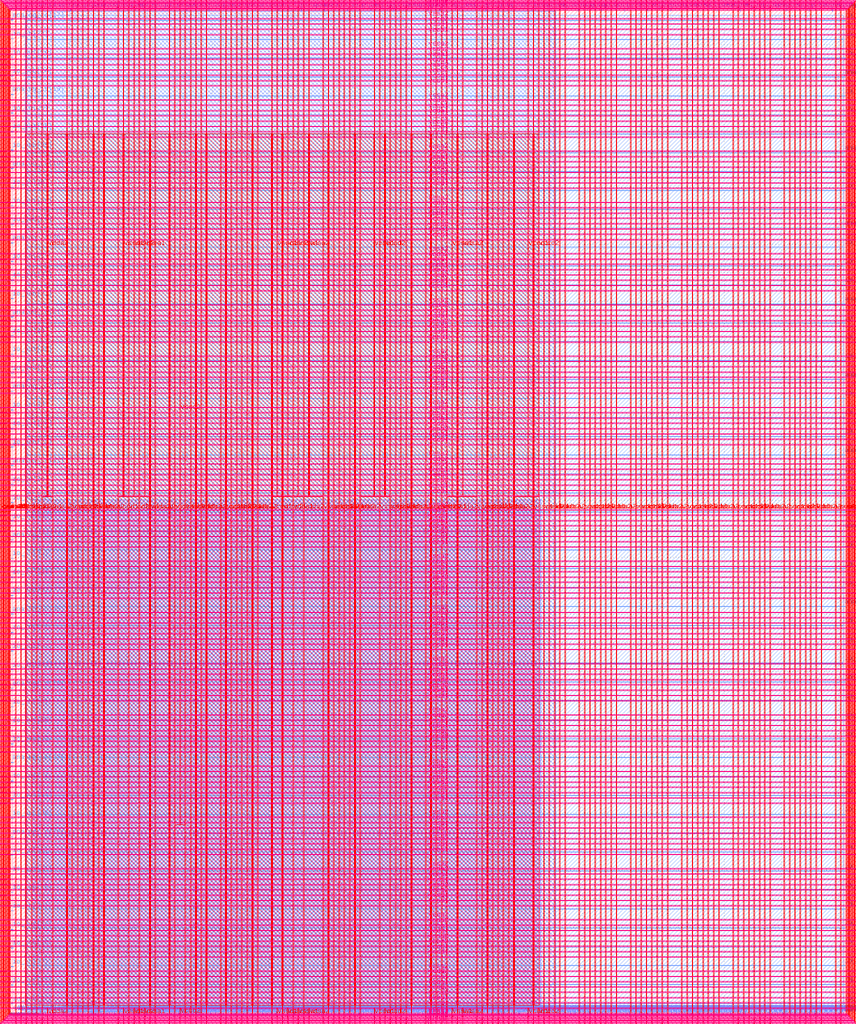
<source format=lef>
VERSION 5.7 ;
  NOWIREEXTENSIONATPIN ON ;
  DIVIDERCHAR "/" ;
  BUSBITCHARS "[]" ;
MACRO user_project_wrapper
  CLASS BLOCK ;
  FOREIGN user_project_wrapper ;
  ORIGIN 0.000 0.000 ;
  SIZE 2920.000 BY 3520.000 ;
  PIN analog_io[0]
    DIRECTION INOUT ;
    USE SIGNAL ;
    PORT
      LAYER met3 ;
        RECT 2917.600 1426.380 2924.800 1427.580 ;
    END
  END analog_io[0]
  PIN analog_io[10]
    DIRECTION INOUT ;
    USE SIGNAL ;
    PORT
      LAYER met2 ;
        RECT 2230.490 3517.600 2231.050 3524.800 ;
    END
  END analog_io[10]
  PIN analog_io[11]
    DIRECTION INOUT ;
    USE SIGNAL ;
    PORT
      LAYER met2 ;
        RECT 1905.730 3517.600 1906.290 3524.800 ;
    END
  END analog_io[11]
  PIN analog_io[12]
    DIRECTION INOUT ;
    USE SIGNAL ;
    PORT
      LAYER met2 ;
        RECT 1581.430 3517.600 1581.990 3524.800 ;
    END
  END analog_io[12]
  PIN analog_io[13]
    DIRECTION INOUT ;
    USE SIGNAL ;
    PORT
      LAYER met2 ;
        RECT 1257.130 3517.600 1257.690 3524.800 ;
    END
  END analog_io[13]
  PIN analog_io[14]
    DIRECTION INOUT ;
    USE SIGNAL ;
    PORT
      LAYER met2 ;
        RECT 932.370 3517.600 932.930 3524.800 ;
    END
  END analog_io[14]
  PIN analog_io[15]
    DIRECTION INOUT ;
    USE SIGNAL ;
    PORT
      LAYER met2 ;
        RECT 608.070 3517.600 608.630 3524.800 ;
    END
  END analog_io[15]
  PIN analog_io[16]
    DIRECTION INOUT ;
    USE SIGNAL ;
    PORT
      LAYER met2 ;
        RECT 283.770 3517.600 284.330 3524.800 ;
    END
  END analog_io[16]
  PIN analog_io[17]
    DIRECTION INOUT ;
    USE SIGNAL ;
    PORT
      LAYER met3 ;
        RECT -4.800 3486.100 2.400 3487.300 ;
    END
  END analog_io[17]
  PIN analog_io[18]
    DIRECTION INOUT ;
    USE SIGNAL ;
    PORT
      LAYER met3 ;
        RECT -4.800 3224.980 2.400 3226.180 ;
    END
  END analog_io[18]
  PIN analog_io[19]
    DIRECTION INOUT ;
    USE SIGNAL ;
    PORT
      LAYER met3 ;
        RECT -4.800 2964.540 2.400 2965.740 ;
    END
  END analog_io[19]
  PIN analog_io[1]
    DIRECTION INOUT ;
    USE SIGNAL ;
    PORT
      LAYER met3 ;
        RECT 2917.600 1692.260 2924.800 1693.460 ;
    END
  END analog_io[1]
  PIN analog_io[20]
    DIRECTION INOUT ;
    USE SIGNAL ;
    PORT
      LAYER met3 ;
        RECT -4.800 2703.420 2.400 2704.620 ;
    END
  END analog_io[20]
  PIN analog_io[21]
    DIRECTION INOUT ;
    USE SIGNAL ;
    PORT
      LAYER met3 ;
        RECT -4.800 2442.980 2.400 2444.180 ;
    END
  END analog_io[21]
  PIN analog_io[22]
    DIRECTION INOUT ;
    USE SIGNAL ;
    PORT
      LAYER met3 ;
        RECT -4.800 2182.540 2.400 2183.740 ;
    END
  END analog_io[22]
  PIN analog_io[23]
    DIRECTION INOUT ;
    USE SIGNAL ;
    PORT
      LAYER met3 ;
        RECT -4.800 1921.420 2.400 1922.620 ;
    END
  END analog_io[23]
  PIN analog_io[24]
    DIRECTION INOUT ;
    USE SIGNAL ;
    PORT
      LAYER met3 ;
        RECT -4.800 1660.980 2.400 1662.180 ;
    END
  END analog_io[24]
  PIN analog_io[25]
    DIRECTION INOUT ;
    USE SIGNAL ;
    PORT
      LAYER met3 ;
        RECT -4.800 1399.860 2.400 1401.060 ;
    END
  END analog_io[25]
  PIN analog_io[26]
    DIRECTION INOUT ;
    USE SIGNAL ;
    PORT
      LAYER met3 ;
        RECT -4.800 1139.420 2.400 1140.620 ;
    END
  END analog_io[26]
  PIN analog_io[27]
    DIRECTION INOUT ;
    USE SIGNAL ;
    PORT
      LAYER met3 ;
        RECT -4.800 878.980 2.400 880.180 ;
    END
  END analog_io[27]
  PIN analog_io[28]
    DIRECTION INOUT ;
    USE SIGNAL ;
    PORT
      LAYER met3 ;
        RECT -4.800 617.860 2.400 619.060 ;
    END
  END analog_io[28]
  PIN analog_io[2]
    DIRECTION INOUT ;
    USE SIGNAL ;
    PORT
      LAYER met3 ;
        RECT 2917.600 1958.140 2924.800 1959.340 ;
    END
  END analog_io[2]
  PIN analog_io[3]
    DIRECTION INOUT ;
    USE SIGNAL ;
    PORT
      LAYER met3 ;
        RECT 2917.600 2223.340 2924.800 2224.540 ;
    END
  END analog_io[3]
  PIN analog_io[4]
    DIRECTION INOUT ;
    USE SIGNAL ;
    PORT
      LAYER met3 ;
        RECT 2917.600 2489.220 2924.800 2490.420 ;
    END
  END analog_io[4]
  PIN analog_io[5]
    DIRECTION INOUT ;
    USE SIGNAL ;
    PORT
      LAYER met3 ;
        RECT 2917.600 2755.100 2924.800 2756.300 ;
    END
  END analog_io[5]
  PIN analog_io[6]
    DIRECTION INOUT ;
    USE SIGNAL ;
    PORT
      LAYER met3 ;
        RECT 2917.600 3020.300 2924.800 3021.500 ;
    END
  END analog_io[6]
  PIN analog_io[7]
    DIRECTION INOUT ;
    USE SIGNAL ;
    PORT
      LAYER met3 ;
        RECT 2917.600 3286.180 2924.800 3287.380 ;
    END
  END analog_io[7]
  PIN analog_io[8]
    DIRECTION INOUT ;
    USE SIGNAL ;
    PORT
      LAYER met2 ;
        RECT 2879.090 3517.600 2879.650 3524.800 ;
    END
  END analog_io[8]
  PIN analog_io[9]
    DIRECTION INOUT ;
    USE SIGNAL ;
    PORT
      LAYER met2 ;
        RECT 2554.790 3517.600 2555.350 3524.800 ;
    END
  END analog_io[9]
  PIN io_in[0]
    DIRECTION INPUT ;
    USE SIGNAL ;
    PORT
      LAYER met3 ;
        RECT 2917.600 32.380 2924.800 33.580 ;
    END
  END io_in[0]
  PIN io_in[10]
    DIRECTION INPUT ;
    USE SIGNAL ;
    PORT
      LAYER met3 ;
        RECT 2917.600 2289.980 2924.800 2291.180 ;
    END
  END io_in[10]
  PIN io_in[11]
    DIRECTION INPUT ;
    USE SIGNAL ;
    PORT
      LAYER met3 ;
        RECT 2917.600 2555.860 2924.800 2557.060 ;
    END
  END io_in[11]
  PIN io_in[12]
    DIRECTION INPUT ;
    USE SIGNAL ;
    PORT
      LAYER met3 ;
        RECT 2917.600 2821.060 2924.800 2822.260 ;
    END
  END io_in[12]
  PIN io_in[13]
    DIRECTION INPUT ;
    USE SIGNAL ;
    PORT
      LAYER met3 ;
        RECT 2917.600 3086.940 2924.800 3088.140 ;
    END
  END io_in[13]
  PIN io_in[14]
    DIRECTION INPUT ;
    USE SIGNAL ;
    PORT
      LAYER met3 ;
        RECT 2917.600 3352.820 2924.800 3354.020 ;
    END
  END io_in[14]
  PIN io_in[15]
    DIRECTION INPUT ;
    USE SIGNAL ;
    PORT
      LAYER met2 ;
        RECT 2798.130 3517.600 2798.690 3524.800 ;
    END
  END io_in[15]
  PIN io_in[16]
    DIRECTION INPUT ;
    USE SIGNAL ;
    PORT
      LAYER met2 ;
        RECT 2473.830 3517.600 2474.390 3524.800 ;
    END
  END io_in[16]
  PIN io_in[17]
    DIRECTION INPUT ;
    USE SIGNAL ;
    PORT
      LAYER met2 ;
        RECT 2149.070 3517.600 2149.630 3524.800 ;
    END
  END io_in[17]
  PIN io_in[18]
    DIRECTION INPUT ;
    USE SIGNAL ;
    PORT
      LAYER met2 ;
        RECT 1824.770 3517.600 1825.330 3524.800 ;
    END
  END io_in[18]
  PIN io_in[19]
    DIRECTION INPUT ;
    USE SIGNAL ;
    PORT
      LAYER met2 ;
        RECT 1500.470 3517.600 1501.030 3524.800 ;
    END
  END io_in[19]
  PIN io_in[1]
    DIRECTION INPUT ;
    USE SIGNAL ;
    PORT
      LAYER met3 ;
        RECT 2917.600 230.940 2924.800 232.140 ;
    END
  END io_in[1]
  PIN io_in[20]
    DIRECTION INPUT ;
    USE SIGNAL ;
    PORT
      LAYER met2 ;
        RECT 1175.710 3517.600 1176.270 3524.800 ;
    END
  END io_in[20]
  PIN io_in[21]
    DIRECTION INPUT ;
    USE SIGNAL ;
    PORT
      LAYER met2 ;
        RECT 851.410 3517.600 851.970 3524.800 ;
    END
  END io_in[21]
  PIN io_in[22]
    DIRECTION INPUT ;
    USE SIGNAL ;
    PORT
      LAYER met2 ;
        RECT 527.110 3517.600 527.670 3524.800 ;
    END
  END io_in[22]
  PIN io_in[23]
    DIRECTION INPUT ;
    USE SIGNAL ;
    PORT
      LAYER met2 ;
        RECT 202.350 3517.600 202.910 3524.800 ;
    END
  END io_in[23]
  PIN io_in[24]
    DIRECTION INPUT ;
    USE SIGNAL ;
    PORT
      LAYER met3 ;
        RECT -4.800 3420.820 2.400 3422.020 ;
    END
  END io_in[24]
  PIN io_in[25]
    DIRECTION INPUT ;
    USE SIGNAL ;
    PORT
      LAYER met3 ;
        RECT -4.800 3159.700 2.400 3160.900 ;
    END
  END io_in[25]
  PIN io_in[26]
    DIRECTION INPUT ;
    USE SIGNAL ;
    PORT
      LAYER met3 ;
        RECT -4.800 2899.260 2.400 2900.460 ;
    END
  END io_in[26]
  PIN io_in[27]
    DIRECTION INPUT ;
    USE SIGNAL ;
    PORT
      LAYER met3 ;
        RECT -4.800 2638.820 2.400 2640.020 ;
    END
  END io_in[27]
  PIN io_in[28]
    DIRECTION INPUT ;
    USE SIGNAL ;
    PORT
      LAYER met3 ;
        RECT -4.800 2377.700 2.400 2378.900 ;
    END
  END io_in[28]
  PIN io_in[29]
    DIRECTION INPUT ;
    USE SIGNAL ;
    PORT
      LAYER met3 ;
        RECT -4.800 2117.260 2.400 2118.460 ;
    END
  END io_in[29]
  PIN io_in[2]
    DIRECTION INPUT ;
    USE SIGNAL ;
    PORT
      LAYER met3 ;
        RECT 2917.600 430.180 2924.800 431.380 ;
    END
  END io_in[2]
  PIN io_in[30]
    DIRECTION INPUT ;
    USE SIGNAL ;
    PORT
      LAYER met3 ;
        RECT -4.800 1856.140 2.400 1857.340 ;
    END
  END io_in[30]
  PIN io_in[31]
    DIRECTION INPUT ;
    USE SIGNAL ;
    PORT
      LAYER met3 ;
        RECT -4.800 1595.700 2.400 1596.900 ;
    END
  END io_in[31]
  PIN io_in[32]
    DIRECTION INPUT ;
    USE SIGNAL ;
    PORT
      LAYER met3 ;
        RECT -4.800 1335.260 2.400 1336.460 ;
    END
  END io_in[32]
  PIN io_in[33]
    DIRECTION INPUT ;
    USE SIGNAL ;
    PORT
      LAYER met3 ;
        RECT -4.800 1074.140 2.400 1075.340 ;
    END
  END io_in[33]
  PIN io_in[34]
    DIRECTION INPUT ;
    USE SIGNAL ;
    PORT
      LAYER met3 ;
        RECT -4.800 813.700 2.400 814.900 ;
    END
  END io_in[34]
  PIN io_in[35]
    DIRECTION INPUT ;
    USE SIGNAL ;
    PORT
      LAYER met3 ;
        RECT -4.800 552.580 2.400 553.780 ;
    END
  END io_in[35]
  PIN io_in[36]
    DIRECTION INPUT ;
    USE SIGNAL ;
    PORT
      LAYER met3 ;
        RECT -4.800 357.420 2.400 358.620 ;
    END
  END io_in[36]
  PIN io_in[37]
    DIRECTION INPUT ;
    USE SIGNAL ;
    PORT
      LAYER met3 ;
        RECT -4.800 161.580 2.400 162.780 ;
    END
  END io_in[37]
  PIN io_in[3]
    DIRECTION INPUT ;
    USE SIGNAL ;
    PORT
      LAYER met3 ;
        RECT 2917.600 629.420 2924.800 630.620 ;
    END
  END io_in[3]
  PIN io_in[4]
    DIRECTION INPUT ;
    USE SIGNAL ;
    PORT
      LAYER met3 ;
        RECT 2917.600 828.660 2924.800 829.860 ;
    END
  END io_in[4]
  PIN io_in[5]
    DIRECTION INPUT ;
    USE SIGNAL ;
    PORT
      LAYER met3 ;
        RECT 2917.600 1027.900 2924.800 1029.100 ;
    END
  END io_in[5]
  PIN io_in[6]
    DIRECTION INPUT ;
    USE SIGNAL ;
    PORT
      LAYER met3 ;
        RECT 2917.600 1227.140 2924.800 1228.340 ;
    END
  END io_in[6]
  PIN io_in[7]
    DIRECTION INPUT ;
    USE SIGNAL ;
    PORT
      LAYER met3 ;
        RECT 2917.600 1493.020 2924.800 1494.220 ;
    END
  END io_in[7]
  PIN io_in[8]
    DIRECTION INPUT ;
    USE SIGNAL ;
    PORT
      LAYER met3 ;
        RECT 2917.600 1758.900 2924.800 1760.100 ;
    END
  END io_in[8]
  PIN io_in[9]
    DIRECTION INPUT ;
    USE SIGNAL ;
    PORT
      LAYER met3 ;
        RECT 2917.600 2024.100 2924.800 2025.300 ;
    END
  END io_in[9]
  PIN io_oeb[0]
    DIRECTION OUTPUT TRISTATE ;
    USE SIGNAL ;
    PORT
      LAYER met3 ;
        RECT 2917.600 164.980 2924.800 166.180 ;
    END
  END io_oeb[0]
  PIN io_oeb[10]
    DIRECTION OUTPUT TRISTATE ;
    USE SIGNAL ;
    PORT
      LAYER met3 ;
        RECT 2917.600 2422.580 2924.800 2423.780 ;
    END
  END io_oeb[10]
  PIN io_oeb[11]
    DIRECTION OUTPUT TRISTATE ;
    USE SIGNAL ;
    PORT
      LAYER met3 ;
        RECT 2917.600 2688.460 2924.800 2689.660 ;
    END
  END io_oeb[11]
  PIN io_oeb[12]
    DIRECTION OUTPUT TRISTATE ;
    USE SIGNAL ;
    PORT
      LAYER met3 ;
        RECT 2917.600 2954.340 2924.800 2955.540 ;
    END
  END io_oeb[12]
  PIN io_oeb[13]
    DIRECTION OUTPUT TRISTATE ;
    USE SIGNAL ;
    PORT
      LAYER met3 ;
        RECT 2917.600 3219.540 2924.800 3220.740 ;
    END
  END io_oeb[13]
  PIN io_oeb[14]
    DIRECTION OUTPUT TRISTATE ;
    USE SIGNAL ;
    PORT
      LAYER met3 ;
        RECT 2917.600 3485.420 2924.800 3486.620 ;
    END
  END io_oeb[14]
  PIN io_oeb[15]
    DIRECTION OUTPUT TRISTATE ;
    USE SIGNAL ;
    PORT
      LAYER met2 ;
        RECT 2635.750 3517.600 2636.310 3524.800 ;
    END
  END io_oeb[15]
  PIN io_oeb[16]
    DIRECTION OUTPUT TRISTATE ;
    USE SIGNAL ;
    PORT
      LAYER met2 ;
        RECT 2311.450 3517.600 2312.010 3524.800 ;
    END
  END io_oeb[16]
  PIN io_oeb[17]
    DIRECTION OUTPUT TRISTATE ;
    USE SIGNAL ;
    PORT
      LAYER met2 ;
        RECT 1987.150 3517.600 1987.710 3524.800 ;
    END
  END io_oeb[17]
  PIN io_oeb[18]
    DIRECTION OUTPUT TRISTATE ;
    USE SIGNAL ;
    PORT
      LAYER met2 ;
        RECT 1662.390 3517.600 1662.950 3524.800 ;
    END
  END io_oeb[18]
  PIN io_oeb[19]
    DIRECTION OUTPUT TRISTATE ;
    USE SIGNAL ;
    PORT
      LAYER met2 ;
        RECT 1338.090 3517.600 1338.650 3524.800 ;
    END
  END io_oeb[19]
  PIN io_oeb[1]
    DIRECTION OUTPUT TRISTATE ;
    USE SIGNAL ;
    PORT
      LAYER met3 ;
        RECT 2917.600 364.220 2924.800 365.420 ;
    END
  END io_oeb[1]
  PIN io_oeb[20]
    DIRECTION OUTPUT TRISTATE ;
    USE SIGNAL ;
    PORT
      LAYER met2 ;
        RECT 1013.790 3517.600 1014.350 3524.800 ;
    END
  END io_oeb[20]
  PIN io_oeb[21]
    DIRECTION OUTPUT TRISTATE ;
    USE SIGNAL ;
    PORT
      LAYER met2 ;
        RECT 689.030 3517.600 689.590 3524.800 ;
    END
  END io_oeb[21]
  PIN io_oeb[22]
    DIRECTION OUTPUT TRISTATE ;
    USE SIGNAL ;
    PORT
      LAYER met2 ;
        RECT 364.730 3517.600 365.290 3524.800 ;
    END
  END io_oeb[22]
  PIN io_oeb[23]
    DIRECTION OUTPUT TRISTATE ;
    USE SIGNAL ;
    PORT
      LAYER met2 ;
        RECT 40.430 3517.600 40.990 3524.800 ;
    END
  END io_oeb[23]
  PIN io_oeb[24]
    DIRECTION OUTPUT TRISTATE ;
    USE SIGNAL ;
    PORT
      LAYER met3 ;
        RECT -4.800 3290.260 2.400 3291.460 ;
    END
  END io_oeb[24]
  PIN io_oeb[25]
    DIRECTION OUTPUT TRISTATE ;
    USE SIGNAL ;
    PORT
      LAYER met3 ;
        RECT -4.800 3029.820 2.400 3031.020 ;
    END
  END io_oeb[25]
  PIN io_oeb[26]
    DIRECTION OUTPUT TRISTATE ;
    USE SIGNAL ;
    PORT
      LAYER met3 ;
        RECT -4.800 2768.700 2.400 2769.900 ;
    END
  END io_oeb[26]
  PIN io_oeb[27]
    DIRECTION OUTPUT TRISTATE ;
    USE SIGNAL ;
    PORT
      LAYER met3 ;
        RECT -4.800 2508.260 2.400 2509.460 ;
    END
  END io_oeb[27]
  PIN io_oeb[28]
    DIRECTION OUTPUT TRISTATE ;
    USE SIGNAL ;
    PORT
      LAYER met3 ;
        RECT -4.800 2247.140 2.400 2248.340 ;
    END
  END io_oeb[28]
  PIN io_oeb[29]
    DIRECTION OUTPUT TRISTATE ;
    USE SIGNAL ;
    PORT
      LAYER met3 ;
        RECT -4.800 1986.700 2.400 1987.900 ;
    END
  END io_oeb[29]
  PIN io_oeb[2]
    DIRECTION OUTPUT TRISTATE ;
    USE SIGNAL ;
    PORT
      LAYER met3 ;
        RECT 2917.600 563.460 2924.800 564.660 ;
    END
  END io_oeb[2]
  PIN io_oeb[30]
    DIRECTION OUTPUT TRISTATE ;
    USE SIGNAL ;
    PORT
      LAYER met3 ;
        RECT -4.800 1726.260 2.400 1727.460 ;
    END
  END io_oeb[30]
  PIN io_oeb[31]
    DIRECTION OUTPUT TRISTATE ;
    USE SIGNAL ;
    PORT
      LAYER met3 ;
        RECT -4.800 1465.140 2.400 1466.340 ;
    END
  END io_oeb[31]
  PIN io_oeb[32]
    DIRECTION OUTPUT TRISTATE ;
    USE SIGNAL ;
    PORT
      LAYER met3 ;
        RECT -4.800 1204.700 2.400 1205.900 ;
    END
  END io_oeb[32]
  PIN io_oeb[33]
    DIRECTION OUTPUT TRISTATE ;
    USE SIGNAL ;
    PORT
      LAYER met3 ;
        RECT -4.800 943.580 2.400 944.780 ;
    END
  END io_oeb[33]
  PIN io_oeb[34]
    DIRECTION OUTPUT TRISTATE ;
    USE SIGNAL ;
    PORT
      LAYER met3 ;
        RECT -4.800 683.140 2.400 684.340 ;
    END
  END io_oeb[34]
  PIN io_oeb[35]
    DIRECTION OUTPUT TRISTATE ;
    USE SIGNAL ;
    PORT
      LAYER met3 ;
        RECT -4.800 422.700 2.400 423.900 ;
    END
  END io_oeb[35]
  PIN io_oeb[36]
    DIRECTION OUTPUT TRISTATE ;
    USE SIGNAL ;
    PORT
      LAYER met3 ;
        RECT -4.800 226.860 2.400 228.060 ;
    END
  END io_oeb[36]
  PIN io_oeb[37]
    DIRECTION OUTPUT TRISTATE ;
    USE SIGNAL ;
    PORT
      LAYER met3 ;
        RECT -4.800 31.700 2.400 32.900 ;
    END
  END io_oeb[37]
  PIN io_oeb[3]
    DIRECTION OUTPUT TRISTATE ;
    USE SIGNAL ;
    PORT
      LAYER met3 ;
        RECT 2917.600 762.700 2924.800 763.900 ;
    END
  END io_oeb[3]
  PIN io_oeb[4]
    DIRECTION OUTPUT TRISTATE ;
    USE SIGNAL ;
    PORT
      LAYER met3 ;
        RECT 2917.600 961.940 2924.800 963.140 ;
    END
  END io_oeb[4]
  PIN io_oeb[5]
    DIRECTION OUTPUT TRISTATE ;
    USE SIGNAL ;
    PORT
      LAYER met3 ;
        RECT 2917.600 1161.180 2924.800 1162.380 ;
    END
  END io_oeb[5]
  PIN io_oeb[6]
    DIRECTION OUTPUT TRISTATE ;
    USE SIGNAL ;
    PORT
      LAYER met3 ;
        RECT 2917.600 1360.420 2924.800 1361.620 ;
    END
  END io_oeb[6]
  PIN io_oeb[7]
    DIRECTION OUTPUT TRISTATE ;
    USE SIGNAL ;
    PORT
      LAYER met3 ;
        RECT 2917.600 1625.620 2924.800 1626.820 ;
    END
  END io_oeb[7]
  PIN io_oeb[8]
    DIRECTION OUTPUT TRISTATE ;
    USE SIGNAL ;
    PORT
      LAYER met3 ;
        RECT 2917.600 1891.500 2924.800 1892.700 ;
    END
  END io_oeb[8]
  PIN io_oeb[9]
    DIRECTION OUTPUT TRISTATE ;
    USE SIGNAL ;
    PORT
      LAYER met3 ;
        RECT 2917.600 2157.380 2924.800 2158.580 ;
    END
  END io_oeb[9]
  PIN io_out[0]
    DIRECTION OUTPUT TRISTATE ;
    USE SIGNAL ;
    PORT
      LAYER met3 ;
        RECT 2917.600 98.340 2924.800 99.540 ;
    END
  END io_out[0]
  PIN io_out[10]
    DIRECTION OUTPUT TRISTATE ;
    USE SIGNAL ;
    PORT
      LAYER met3 ;
        RECT 2917.600 2356.620 2924.800 2357.820 ;
    END
  END io_out[10]
  PIN io_out[11]
    DIRECTION OUTPUT TRISTATE ;
    USE SIGNAL ;
    PORT
      LAYER met3 ;
        RECT 2917.600 2621.820 2924.800 2623.020 ;
    END
  END io_out[11]
  PIN io_out[12]
    DIRECTION OUTPUT TRISTATE ;
    USE SIGNAL ;
    PORT
      LAYER met3 ;
        RECT 2917.600 2887.700 2924.800 2888.900 ;
    END
  END io_out[12]
  PIN io_out[13]
    DIRECTION OUTPUT TRISTATE ;
    USE SIGNAL ;
    PORT
      LAYER met3 ;
        RECT 2917.600 3153.580 2924.800 3154.780 ;
    END
  END io_out[13]
  PIN io_out[14]
    DIRECTION OUTPUT TRISTATE ;
    USE SIGNAL ;
    PORT
      LAYER met3 ;
        RECT 2917.600 3418.780 2924.800 3419.980 ;
    END
  END io_out[14]
  PIN io_out[15]
    DIRECTION OUTPUT TRISTATE ;
    USE SIGNAL ;
    PORT
      LAYER met2 ;
        RECT 2717.170 3517.600 2717.730 3524.800 ;
    END
  END io_out[15]
  PIN io_out[16]
    DIRECTION OUTPUT TRISTATE ;
    USE SIGNAL ;
    PORT
      LAYER met2 ;
        RECT 2392.410 3517.600 2392.970 3524.800 ;
    END
  END io_out[16]
  PIN io_out[17]
    DIRECTION OUTPUT TRISTATE ;
    USE SIGNAL ;
    PORT
      LAYER met2 ;
        RECT 2068.110 3517.600 2068.670 3524.800 ;
    END
  END io_out[17]
  PIN io_out[18]
    DIRECTION OUTPUT TRISTATE ;
    USE SIGNAL ;
    PORT
      LAYER met2 ;
        RECT 1743.810 3517.600 1744.370 3524.800 ;
    END
  END io_out[18]
  PIN io_out[19]
    DIRECTION OUTPUT TRISTATE ;
    USE SIGNAL ;
    PORT
      LAYER met2 ;
        RECT 1419.050 3517.600 1419.610 3524.800 ;
    END
  END io_out[19]
  PIN io_out[1]
    DIRECTION OUTPUT TRISTATE ;
    USE SIGNAL ;
    PORT
      LAYER met3 ;
        RECT 2917.600 297.580 2924.800 298.780 ;
    END
  END io_out[1]
  PIN io_out[20]
    DIRECTION OUTPUT TRISTATE ;
    USE SIGNAL ;
    PORT
      LAYER met2 ;
        RECT 1094.750 3517.600 1095.310 3524.800 ;
    END
  END io_out[20]
  PIN io_out[21]
    DIRECTION OUTPUT TRISTATE ;
    USE SIGNAL ;
    PORT
      LAYER met2 ;
        RECT 770.450 3517.600 771.010 3524.800 ;
    END
  END io_out[21]
  PIN io_out[22]
    DIRECTION OUTPUT TRISTATE ;
    USE SIGNAL ;
    PORT
      LAYER met2 ;
        RECT 445.690 3517.600 446.250 3524.800 ;
    END
  END io_out[22]
  PIN io_out[23]
    DIRECTION OUTPUT TRISTATE ;
    USE SIGNAL ;
    PORT
      LAYER met2 ;
        RECT 121.390 3517.600 121.950 3524.800 ;
    END
  END io_out[23]
  PIN io_out[24]
    DIRECTION OUTPUT TRISTATE ;
    USE SIGNAL ;
    PORT
      LAYER met3 ;
        RECT -4.800 3355.540 2.400 3356.740 ;
    END
  END io_out[24]
  PIN io_out[25]
    DIRECTION OUTPUT TRISTATE ;
    USE SIGNAL ;
    PORT
      LAYER met3 ;
        RECT -4.800 3095.100 2.400 3096.300 ;
    END
  END io_out[25]
  PIN io_out[26]
    DIRECTION OUTPUT TRISTATE ;
    USE SIGNAL ;
    PORT
      LAYER met3 ;
        RECT -4.800 2833.980 2.400 2835.180 ;
    END
  END io_out[26]
  PIN io_out[27]
    DIRECTION OUTPUT TRISTATE ;
    USE SIGNAL ;
    PORT
      LAYER met3 ;
        RECT -4.800 2573.540 2.400 2574.740 ;
    END
  END io_out[27]
  PIN io_out[28]
    DIRECTION OUTPUT TRISTATE ;
    USE SIGNAL ;
    PORT
      LAYER met3 ;
        RECT -4.800 2312.420 2.400 2313.620 ;
    END
  END io_out[28]
  PIN io_out[29]
    DIRECTION OUTPUT TRISTATE ;
    USE SIGNAL ;
    PORT
      LAYER met3 ;
        RECT -4.800 2051.980 2.400 2053.180 ;
    END
  END io_out[29]
  PIN io_out[2]
    DIRECTION OUTPUT TRISTATE ;
    USE SIGNAL ;
    PORT
      LAYER met3 ;
        RECT 2917.600 496.820 2924.800 498.020 ;
    END
  END io_out[2]
  PIN io_out[30]
    DIRECTION OUTPUT TRISTATE ;
    USE SIGNAL ;
    PORT
      LAYER met3 ;
        RECT -4.800 1791.540 2.400 1792.740 ;
    END
  END io_out[30]
  PIN io_out[31]
    DIRECTION OUTPUT TRISTATE ;
    USE SIGNAL ;
    PORT
      LAYER met3 ;
        RECT -4.800 1530.420 2.400 1531.620 ;
    END
  END io_out[31]
  PIN io_out[32]
    DIRECTION OUTPUT TRISTATE ;
    USE SIGNAL ;
    PORT
      LAYER met3 ;
        RECT -4.800 1269.980 2.400 1271.180 ;
    END
  END io_out[32]
  PIN io_out[33]
    DIRECTION OUTPUT TRISTATE ;
    USE SIGNAL ;
    PORT
      LAYER met3 ;
        RECT -4.800 1008.860 2.400 1010.060 ;
    END
  END io_out[33]
  PIN io_out[34]
    DIRECTION OUTPUT TRISTATE ;
    USE SIGNAL ;
    PORT
      LAYER met3 ;
        RECT -4.800 748.420 2.400 749.620 ;
    END
  END io_out[34]
  PIN io_out[35]
    DIRECTION OUTPUT TRISTATE ;
    USE SIGNAL ;
    PORT
      LAYER met3 ;
        RECT -4.800 487.300 2.400 488.500 ;
    END
  END io_out[35]
  PIN io_out[36]
    DIRECTION OUTPUT TRISTATE ;
    USE SIGNAL ;
    PORT
      LAYER met3 ;
        RECT -4.800 292.140 2.400 293.340 ;
    END
  END io_out[36]
  PIN io_out[37]
    DIRECTION OUTPUT TRISTATE ;
    USE SIGNAL ;
    PORT
      LAYER met3 ;
        RECT -4.800 96.300 2.400 97.500 ;
    END
  END io_out[37]
  PIN io_out[3]
    DIRECTION OUTPUT TRISTATE ;
    USE SIGNAL ;
    PORT
      LAYER met3 ;
        RECT 2917.600 696.060 2924.800 697.260 ;
    END
  END io_out[3]
  PIN io_out[4]
    DIRECTION OUTPUT TRISTATE ;
    USE SIGNAL ;
    PORT
      LAYER met3 ;
        RECT 2917.600 895.300 2924.800 896.500 ;
    END
  END io_out[4]
  PIN io_out[5]
    DIRECTION OUTPUT TRISTATE ;
    USE SIGNAL ;
    PORT
      LAYER met3 ;
        RECT 2917.600 1094.540 2924.800 1095.740 ;
    END
  END io_out[5]
  PIN io_out[6]
    DIRECTION OUTPUT TRISTATE ;
    USE SIGNAL ;
    PORT
      LAYER met3 ;
        RECT 2917.600 1293.780 2924.800 1294.980 ;
    END
  END io_out[6]
  PIN io_out[7]
    DIRECTION OUTPUT TRISTATE ;
    USE SIGNAL ;
    PORT
      LAYER met3 ;
        RECT 2917.600 1559.660 2924.800 1560.860 ;
    END
  END io_out[7]
  PIN io_out[8]
    DIRECTION OUTPUT TRISTATE ;
    USE SIGNAL ;
    PORT
      LAYER met3 ;
        RECT 2917.600 1824.860 2924.800 1826.060 ;
    END
  END io_out[8]
  PIN io_out[9]
    DIRECTION OUTPUT TRISTATE ;
    USE SIGNAL ;
    PORT
      LAYER met3 ;
        RECT 2917.600 2090.740 2924.800 2091.940 ;
    END
  END io_out[9]
  PIN la_data_in[0]
    DIRECTION INPUT ;
    USE SIGNAL ;
    PORT
      LAYER met2 ;
        RECT 629.230 -4.800 629.790 2.400 ;
    END
  END la_data_in[0]
  PIN la_data_in[100]
    DIRECTION INPUT ;
    USE SIGNAL ;
    PORT
      LAYER met2 ;
        RECT 2402.530 -4.800 2403.090 2.400 ;
    END
  END la_data_in[100]
  PIN la_data_in[101]
    DIRECTION INPUT ;
    USE SIGNAL ;
    PORT
      LAYER met2 ;
        RECT 2420.010 -4.800 2420.570 2.400 ;
    END
  END la_data_in[101]
  PIN la_data_in[102]
    DIRECTION INPUT ;
    USE SIGNAL ;
    PORT
      LAYER met2 ;
        RECT 2437.950 -4.800 2438.510 2.400 ;
    END
  END la_data_in[102]
  PIN la_data_in[103]
    DIRECTION INPUT ;
    USE SIGNAL ;
    PORT
      LAYER met2 ;
        RECT 2455.430 -4.800 2455.990 2.400 ;
    END
  END la_data_in[103]
  PIN la_data_in[104]
    DIRECTION INPUT ;
    USE SIGNAL ;
    PORT
      LAYER met2 ;
        RECT 2473.370 -4.800 2473.930 2.400 ;
    END
  END la_data_in[104]
  PIN la_data_in[105]
    DIRECTION INPUT ;
    USE SIGNAL ;
    PORT
      LAYER met2 ;
        RECT 2490.850 -4.800 2491.410 2.400 ;
    END
  END la_data_in[105]
  PIN la_data_in[106]
    DIRECTION INPUT ;
    USE SIGNAL ;
    PORT
      LAYER met2 ;
        RECT 2508.790 -4.800 2509.350 2.400 ;
    END
  END la_data_in[106]
  PIN la_data_in[107]
    DIRECTION INPUT ;
    USE SIGNAL ;
    PORT
      LAYER met2 ;
        RECT 2526.730 -4.800 2527.290 2.400 ;
    END
  END la_data_in[107]
  PIN la_data_in[108]
    DIRECTION INPUT ;
    USE SIGNAL ;
    PORT
      LAYER met2 ;
        RECT 2544.210 -4.800 2544.770 2.400 ;
    END
  END la_data_in[108]
  PIN la_data_in[109]
    DIRECTION INPUT ;
    USE SIGNAL ;
    PORT
      LAYER met2 ;
        RECT 2562.150 -4.800 2562.710 2.400 ;
    END
  END la_data_in[109]
  PIN la_data_in[10]
    DIRECTION INPUT ;
    USE SIGNAL ;
    PORT
      LAYER met2 ;
        RECT 806.330 -4.800 806.890 2.400 ;
    END
  END la_data_in[10]
  PIN la_data_in[110]
    DIRECTION INPUT ;
    USE SIGNAL ;
    PORT
      LAYER met2 ;
        RECT 2579.630 -4.800 2580.190 2.400 ;
    END
  END la_data_in[110]
  PIN la_data_in[111]
    DIRECTION INPUT ;
    USE SIGNAL ;
    PORT
      LAYER met2 ;
        RECT 2597.570 -4.800 2598.130 2.400 ;
    END
  END la_data_in[111]
  PIN la_data_in[112]
    DIRECTION INPUT ;
    USE SIGNAL ;
    PORT
      LAYER met2 ;
        RECT 2615.050 -4.800 2615.610 2.400 ;
    END
  END la_data_in[112]
  PIN la_data_in[113]
    DIRECTION INPUT ;
    USE SIGNAL ;
    PORT
      LAYER met2 ;
        RECT 2632.990 -4.800 2633.550 2.400 ;
    END
  END la_data_in[113]
  PIN la_data_in[114]
    DIRECTION INPUT ;
    USE SIGNAL ;
    PORT
      LAYER met2 ;
        RECT 2650.470 -4.800 2651.030 2.400 ;
    END
  END la_data_in[114]
  PIN la_data_in[115]
    DIRECTION INPUT ;
    USE SIGNAL ;
    PORT
      LAYER met2 ;
        RECT 2668.410 -4.800 2668.970 2.400 ;
    END
  END la_data_in[115]
  PIN la_data_in[116]
    DIRECTION INPUT ;
    USE SIGNAL ;
    PORT
      LAYER met2 ;
        RECT 2685.890 -4.800 2686.450 2.400 ;
    END
  END la_data_in[116]
  PIN la_data_in[117]
    DIRECTION INPUT ;
    USE SIGNAL ;
    PORT
      LAYER met2 ;
        RECT 2703.830 -4.800 2704.390 2.400 ;
    END
  END la_data_in[117]
  PIN la_data_in[118]
    DIRECTION INPUT ;
    USE SIGNAL ;
    PORT
      LAYER met2 ;
        RECT 2721.770 -4.800 2722.330 2.400 ;
    END
  END la_data_in[118]
  PIN la_data_in[119]
    DIRECTION INPUT ;
    USE SIGNAL ;
    PORT
      LAYER met2 ;
        RECT 2739.250 -4.800 2739.810 2.400 ;
    END
  END la_data_in[119]
  PIN la_data_in[11]
    DIRECTION INPUT ;
    USE SIGNAL ;
    PORT
      LAYER met2 ;
        RECT 824.270 -4.800 824.830 2.400 ;
    END
  END la_data_in[11]
  PIN la_data_in[120]
    DIRECTION INPUT ;
    USE SIGNAL ;
    PORT
      LAYER met2 ;
        RECT 2757.190 -4.800 2757.750 2.400 ;
    END
  END la_data_in[120]
  PIN la_data_in[121]
    DIRECTION INPUT ;
    USE SIGNAL ;
    PORT
      LAYER met2 ;
        RECT 2774.670 -4.800 2775.230 2.400 ;
    END
  END la_data_in[121]
  PIN la_data_in[122]
    DIRECTION INPUT ;
    USE SIGNAL ;
    PORT
      LAYER met2 ;
        RECT 2792.610 -4.800 2793.170 2.400 ;
    END
  END la_data_in[122]
  PIN la_data_in[123]
    DIRECTION INPUT ;
    USE SIGNAL ;
    PORT
      LAYER met2 ;
        RECT 2810.090 -4.800 2810.650 2.400 ;
    END
  END la_data_in[123]
  PIN la_data_in[124]
    DIRECTION INPUT ;
    USE SIGNAL ;
    PORT
      LAYER met2 ;
        RECT 2828.030 -4.800 2828.590 2.400 ;
    END
  END la_data_in[124]
  PIN la_data_in[125]
    DIRECTION INPUT ;
    USE SIGNAL ;
    PORT
      LAYER met2 ;
        RECT 2845.510 -4.800 2846.070 2.400 ;
    END
  END la_data_in[125]
  PIN la_data_in[126]
    DIRECTION INPUT ;
    USE SIGNAL ;
    PORT
      LAYER met2 ;
        RECT 2863.450 -4.800 2864.010 2.400 ;
    END
  END la_data_in[126]
  PIN la_data_in[127]
    DIRECTION INPUT ;
    USE SIGNAL ;
    PORT
      LAYER met2 ;
        RECT 2881.390 -4.800 2881.950 2.400 ;
    END
  END la_data_in[127]
  PIN la_data_in[12]
    DIRECTION INPUT ;
    USE SIGNAL ;
    PORT
      LAYER met2 ;
        RECT 841.750 -4.800 842.310 2.400 ;
    END
  END la_data_in[12]
  PIN la_data_in[13]
    DIRECTION INPUT ;
    USE SIGNAL ;
    PORT
      LAYER met2 ;
        RECT 859.690 -4.800 860.250 2.400 ;
    END
  END la_data_in[13]
  PIN la_data_in[14]
    DIRECTION INPUT ;
    USE SIGNAL ;
    PORT
      LAYER met2 ;
        RECT 877.170 -4.800 877.730 2.400 ;
    END
  END la_data_in[14]
  PIN la_data_in[15]
    DIRECTION INPUT ;
    USE SIGNAL ;
    PORT
      LAYER met2 ;
        RECT 895.110 -4.800 895.670 2.400 ;
    END
  END la_data_in[15]
  PIN la_data_in[16]
    DIRECTION INPUT ;
    USE SIGNAL ;
    PORT
      LAYER met2 ;
        RECT 912.590 -4.800 913.150 2.400 ;
    END
  END la_data_in[16]
  PIN la_data_in[17]
    DIRECTION INPUT ;
    USE SIGNAL ;
    PORT
      LAYER met2 ;
        RECT 930.530 -4.800 931.090 2.400 ;
    END
  END la_data_in[17]
  PIN la_data_in[18]
    DIRECTION INPUT ;
    USE SIGNAL ;
    PORT
      LAYER met2 ;
        RECT 948.470 -4.800 949.030 2.400 ;
    END
  END la_data_in[18]
  PIN la_data_in[19]
    DIRECTION INPUT ;
    USE SIGNAL ;
    PORT
      LAYER met2 ;
        RECT 965.950 -4.800 966.510 2.400 ;
    END
  END la_data_in[19]
  PIN la_data_in[1]
    DIRECTION INPUT ;
    USE SIGNAL ;
    PORT
      LAYER met2 ;
        RECT 646.710 -4.800 647.270 2.400 ;
    END
  END la_data_in[1]
  PIN la_data_in[20]
    DIRECTION INPUT ;
    USE SIGNAL ;
    PORT
      LAYER met2 ;
        RECT 983.890 -4.800 984.450 2.400 ;
    END
  END la_data_in[20]
  PIN la_data_in[21]
    DIRECTION INPUT ;
    USE SIGNAL ;
    PORT
      LAYER met2 ;
        RECT 1001.370 -4.800 1001.930 2.400 ;
    END
  END la_data_in[21]
  PIN la_data_in[22]
    DIRECTION INPUT ;
    USE SIGNAL ;
    PORT
      LAYER met2 ;
        RECT 1019.310 -4.800 1019.870 2.400 ;
    END
  END la_data_in[22]
  PIN la_data_in[23]
    DIRECTION INPUT ;
    USE SIGNAL ;
    PORT
      LAYER met2 ;
        RECT 1036.790 -4.800 1037.350 2.400 ;
    END
  END la_data_in[23]
  PIN la_data_in[24]
    DIRECTION INPUT ;
    USE SIGNAL ;
    PORT
      LAYER met2 ;
        RECT 1054.730 -4.800 1055.290 2.400 ;
    END
  END la_data_in[24]
  PIN la_data_in[25]
    DIRECTION INPUT ;
    USE SIGNAL ;
    PORT
      LAYER met2 ;
        RECT 1072.210 -4.800 1072.770 2.400 ;
    END
  END la_data_in[25]
  PIN la_data_in[26]
    DIRECTION INPUT ;
    USE SIGNAL ;
    PORT
      LAYER met2 ;
        RECT 1090.150 -4.800 1090.710 2.400 ;
    END
  END la_data_in[26]
  PIN la_data_in[27]
    DIRECTION INPUT ;
    USE SIGNAL ;
    PORT
      LAYER met2 ;
        RECT 1107.630 -4.800 1108.190 2.400 ;
    END
  END la_data_in[27]
  PIN la_data_in[28]
    DIRECTION INPUT ;
    USE SIGNAL ;
    PORT
      LAYER met2 ;
        RECT 1125.570 -4.800 1126.130 2.400 ;
    END
  END la_data_in[28]
  PIN la_data_in[29]
    DIRECTION INPUT ;
    USE SIGNAL ;
    PORT
      LAYER met2 ;
        RECT 1143.510 -4.800 1144.070 2.400 ;
    END
  END la_data_in[29]
  PIN la_data_in[2]
    DIRECTION INPUT ;
    USE SIGNAL ;
    PORT
      LAYER met2 ;
        RECT 664.650 -4.800 665.210 2.400 ;
    END
  END la_data_in[2]
  PIN la_data_in[30]
    DIRECTION INPUT ;
    USE SIGNAL ;
    PORT
      LAYER met2 ;
        RECT 1160.990 -4.800 1161.550 2.400 ;
    END
  END la_data_in[30]
  PIN la_data_in[31]
    DIRECTION INPUT ;
    USE SIGNAL ;
    PORT
      LAYER met2 ;
        RECT 1178.930 -4.800 1179.490 2.400 ;
    END
  END la_data_in[31]
  PIN la_data_in[32]
    DIRECTION INPUT ;
    USE SIGNAL ;
    PORT
      LAYER met2 ;
        RECT 1196.410 -4.800 1196.970 2.400 ;
    END
  END la_data_in[32]
  PIN la_data_in[33]
    DIRECTION INPUT ;
    USE SIGNAL ;
    PORT
      LAYER met2 ;
        RECT 1214.350 -4.800 1214.910 2.400 ;
    END
  END la_data_in[33]
  PIN la_data_in[34]
    DIRECTION INPUT ;
    USE SIGNAL ;
    PORT
      LAYER met2 ;
        RECT 1231.830 -4.800 1232.390 2.400 ;
    END
  END la_data_in[34]
  PIN la_data_in[35]
    DIRECTION INPUT ;
    USE SIGNAL ;
    PORT
      LAYER met2 ;
        RECT 1249.770 -4.800 1250.330 2.400 ;
    END
  END la_data_in[35]
  PIN la_data_in[36]
    DIRECTION INPUT ;
    USE SIGNAL ;
    PORT
      LAYER met2 ;
        RECT 1267.250 -4.800 1267.810 2.400 ;
    END
  END la_data_in[36]
  PIN la_data_in[37]
    DIRECTION INPUT ;
    USE SIGNAL ;
    PORT
      LAYER met2 ;
        RECT 1285.190 -4.800 1285.750 2.400 ;
    END
  END la_data_in[37]
  PIN la_data_in[38]
    DIRECTION INPUT ;
    USE SIGNAL ;
    PORT
      LAYER met2 ;
        RECT 1303.130 -4.800 1303.690 2.400 ;
    END
  END la_data_in[38]
  PIN la_data_in[39]
    DIRECTION INPUT ;
    USE SIGNAL ;
    PORT
      LAYER met2 ;
        RECT 1320.610 -4.800 1321.170 2.400 ;
    END
  END la_data_in[39]
  PIN la_data_in[3]
    DIRECTION INPUT ;
    USE SIGNAL ;
    PORT
      LAYER met2 ;
        RECT 682.130 -4.800 682.690 2.400 ;
    END
  END la_data_in[3]
  PIN la_data_in[40]
    DIRECTION INPUT ;
    USE SIGNAL ;
    PORT
      LAYER met2 ;
        RECT 1338.550 -4.800 1339.110 2.400 ;
    END
  END la_data_in[40]
  PIN la_data_in[41]
    DIRECTION INPUT ;
    USE SIGNAL ;
    PORT
      LAYER met2 ;
        RECT 1356.030 -4.800 1356.590 2.400 ;
    END
  END la_data_in[41]
  PIN la_data_in[42]
    DIRECTION INPUT ;
    USE SIGNAL ;
    PORT
      LAYER met2 ;
        RECT 1373.970 -4.800 1374.530 2.400 ;
    END
  END la_data_in[42]
  PIN la_data_in[43]
    DIRECTION INPUT ;
    USE SIGNAL ;
    PORT
      LAYER met2 ;
        RECT 1391.450 -4.800 1392.010 2.400 ;
    END
  END la_data_in[43]
  PIN la_data_in[44]
    DIRECTION INPUT ;
    USE SIGNAL ;
    PORT
      LAYER met2 ;
        RECT 1409.390 -4.800 1409.950 2.400 ;
    END
  END la_data_in[44]
  PIN la_data_in[45]
    DIRECTION INPUT ;
    USE SIGNAL ;
    PORT
      LAYER met2 ;
        RECT 1426.870 -4.800 1427.430 2.400 ;
    END
  END la_data_in[45]
  PIN la_data_in[46]
    DIRECTION INPUT ;
    USE SIGNAL ;
    PORT
      LAYER met2 ;
        RECT 1444.810 -4.800 1445.370 2.400 ;
    END
  END la_data_in[46]
  PIN la_data_in[47]
    DIRECTION INPUT ;
    USE SIGNAL ;
    PORT
      LAYER met2 ;
        RECT 1462.750 -4.800 1463.310 2.400 ;
    END
  END la_data_in[47]
  PIN la_data_in[48]
    DIRECTION INPUT ;
    USE SIGNAL ;
    PORT
      LAYER met2 ;
        RECT 1480.230 -4.800 1480.790 2.400 ;
    END
  END la_data_in[48]
  PIN la_data_in[49]
    DIRECTION INPUT ;
    USE SIGNAL ;
    PORT
      LAYER met2 ;
        RECT 1498.170 -4.800 1498.730 2.400 ;
    END
  END la_data_in[49]
  PIN la_data_in[4]
    DIRECTION INPUT ;
    USE SIGNAL ;
    PORT
      LAYER met2 ;
        RECT 700.070 -4.800 700.630 2.400 ;
    END
  END la_data_in[4]
  PIN la_data_in[50]
    DIRECTION INPUT ;
    USE SIGNAL ;
    PORT
      LAYER met2 ;
        RECT 1515.650 -4.800 1516.210 2.400 ;
    END
  END la_data_in[50]
  PIN la_data_in[51]
    DIRECTION INPUT ;
    USE SIGNAL ;
    PORT
      LAYER met2 ;
        RECT 1533.590 -4.800 1534.150 2.400 ;
    END
  END la_data_in[51]
  PIN la_data_in[52]
    DIRECTION INPUT ;
    USE SIGNAL ;
    PORT
      LAYER met2 ;
        RECT 1551.070 -4.800 1551.630 2.400 ;
    END
  END la_data_in[52]
  PIN la_data_in[53]
    DIRECTION INPUT ;
    USE SIGNAL ;
    PORT
      LAYER met2 ;
        RECT 1569.010 -4.800 1569.570 2.400 ;
    END
  END la_data_in[53]
  PIN la_data_in[54]
    DIRECTION INPUT ;
    USE SIGNAL ;
    PORT
      LAYER met2 ;
        RECT 1586.490 -4.800 1587.050 2.400 ;
    END
  END la_data_in[54]
  PIN la_data_in[55]
    DIRECTION INPUT ;
    USE SIGNAL ;
    PORT
      LAYER met2 ;
        RECT 1604.430 -4.800 1604.990 2.400 ;
    END
  END la_data_in[55]
  PIN la_data_in[56]
    DIRECTION INPUT ;
    USE SIGNAL ;
    PORT
      LAYER met2 ;
        RECT 1621.910 -4.800 1622.470 2.400 ;
    END
  END la_data_in[56]
  PIN la_data_in[57]
    DIRECTION INPUT ;
    USE SIGNAL ;
    PORT
      LAYER met2 ;
        RECT 1639.850 -4.800 1640.410 2.400 ;
    END
  END la_data_in[57]
  PIN la_data_in[58]
    DIRECTION INPUT ;
    USE SIGNAL ;
    PORT
      LAYER met2 ;
        RECT 1657.790 -4.800 1658.350 2.400 ;
    END
  END la_data_in[58]
  PIN la_data_in[59]
    DIRECTION INPUT ;
    USE SIGNAL ;
    PORT
      LAYER met2 ;
        RECT 1675.270 -4.800 1675.830 2.400 ;
    END
  END la_data_in[59]
  PIN la_data_in[5]
    DIRECTION INPUT ;
    USE SIGNAL ;
    PORT
      LAYER met2 ;
        RECT 717.550 -4.800 718.110 2.400 ;
    END
  END la_data_in[5]
  PIN la_data_in[60]
    DIRECTION INPUT ;
    USE SIGNAL ;
    PORT
      LAYER met2 ;
        RECT 1693.210 -4.800 1693.770 2.400 ;
    END
  END la_data_in[60]
  PIN la_data_in[61]
    DIRECTION INPUT ;
    USE SIGNAL ;
    PORT
      LAYER met2 ;
        RECT 1710.690 -4.800 1711.250 2.400 ;
    END
  END la_data_in[61]
  PIN la_data_in[62]
    DIRECTION INPUT ;
    USE SIGNAL ;
    PORT
      LAYER met2 ;
        RECT 1728.630 -4.800 1729.190 2.400 ;
    END
  END la_data_in[62]
  PIN la_data_in[63]
    DIRECTION INPUT ;
    USE SIGNAL ;
    PORT
      LAYER met2 ;
        RECT 1746.110 -4.800 1746.670 2.400 ;
    END
  END la_data_in[63]
  PIN la_data_in[64]
    DIRECTION INPUT ;
    USE SIGNAL ;
    PORT
      LAYER met2 ;
        RECT 1764.050 -4.800 1764.610 2.400 ;
    END
  END la_data_in[64]
  PIN la_data_in[65]
    DIRECTION INPUT ;
    USE SIGNAL ;
    PORT
      LAYER met2 ;
        RECT 1781.530 -4.800 1782.090 2.400 ;
    END
  END la_data_in[65]
  PIN la_data_in[66]
    DIRECTION INPUT ;
    USE SIGNAL ;
    PORT
      LAYER met2 ;
        RECT 1799.470 -4.800 1800.030 2.400 ;
    END
  END la_data_in[66]
  PIN la_data_in[67]
    DIRECTION INPUT ;
    USE SIGNAL ;
    PORT
      LAYER met2 ;
        RECT 1817.410 -4.800 1817.970 2.400 ;
    END
  END la_data_in[67]
  PIN la_data_in[68]
    DIRECTION INPUT ;
    USE SIGNAL ;
    PORT
      LAYER met2 ;
        RECT 1834.890 -4.800 1835.450 2.400 ;
    END
  END la_data_in[68]
  PIN la_data_in[69]
    DIRECTION INPUT ;
    USE SIGNAL ;
    PORT
      LAYER met2 ;
        RECT 1852.830 -4.800 1853.390 2.400 ;
    END
  END la_data_in[69]
  PIN la_data_in[6]
    DIRECTION INPUT ;
    USE SIGNAL ;
    PORT
      LAYER met2 ;
        RECT 735.490 -4.800 736.050 2.400 ;
    END
  END la_data_in[6]
  PIN la_data_in[70]
    DIRECTION INPUT ;
    USE SIGNAL ;
    PORT
      LAYER met2 ;
        RECT 1870.310 -4.800 1870.870 2.400 ;
    END
  END la_data_in[70]
  PIN la_data_in[71]
    DIRECTION INPUT ;
    USE SIGNAL ;
    PORT
      LAYER met2 ;
        RECT 1888.250 -4.800 1888.810 2.400 ;
    END
  END la_data_in[71]
  PIN la_data_in[72]
    DIRECTION INPUT ;
    USE SIGNAL ;
    PORT
      LAYER met2 ;
        RECT 1905.730 -4.800 1906.290 2.400 ;
    END
  END la_data_in[72]
  PIN la_data_in[73]
    DIRECTION INPUT ;
    USE SIGNAL ;
    PORT
      LAYER met2 ;
        RECT 1923.670 -4.800 1924.230 2.400 ;
    END
  END la_data_in[73]
  PIN la_data_in[74]
    DIRECTION INPUT ;
    USE SIGNAL ;
    PORT
      LAYER met2 ;
        RECT 1941.150 -4.800 1941.710 2.400 ;
    END
  END la_data_in[74]
  PIN la_data_in[75]
    DIRECTION INPUT ;
    USE SIGNAL ;
    PORT
      LAYER met2 ;
        RECT 1959.090 -4.800 1959.650 2.400 ;
    END
  END la_data_in[75]
  PIN la_data_in[76]
    DIRECTION INPUT ;
    USE SIGNAL ;
    PORT
      LAYER met2 ;
        RECT 1976.570 -4.800 1977.130 2.400 ;
    END
  END la_data_in[76]
  PIN la_data_in[77]
    DIRECTION INPUT ;
    USE SIGNAL ;
    PORT
      LAYER met2 ;
        RECT 1994.510 -4.800 1995.070 2.400 ;
    END
  END la_data_in[77]
  PIN la_data_in[78]
    DIRECTION INPUT ;
    USE SIGNAL ;
    PORT
      LAYER met2 ;
        RECT 2012.450 -4.800 2013.010 2.400 ;
    END
  END la_data_in[78]
  PIN la_data_in[79]
    DIRECTION INPUT ;
    USE SIGNAL ;
    PORT
      LAYER met2 ;
        RECT 2029.930 -4.800 2030.490 2.400 ;
    END
  END la_data_in[79]
  PIN la_data_in[7]
    DIRECTION INPUT ;
    USE SIGNAL ;
    PORT
      LAYER met2 ;
        RECT 752.970 -4.800 753.530 2.400 ;
    END
  END la_data_in[7]
  PIN la_data_in[80]
    DIRECTION INPUT ;
    USE SIGNAL ;
    PORT
      LAYER met2 ;
        RECT 2047.870 -4.800 2048.430 2.400 ;
    END
  END la_data_in[80]
  PIN la_data_in[81]
    DIRECTION INPUT ;
    USE SIGNAL ;
    PORT
      LAYER met2 ;
        RECT 2065.350 -4.800 2065.910 2.400 ;
    END
  END la_data_in[81]
  PIN la_data_in[82]
    DIRECTION INPUT ;
    USE SIGNAL ;
    PORT
      LAYER met2 ;
        RECT 2083.290 -4.800 2083.850 2.400 ;
    END
  END la_data_in[82]
  PIN la_data_in[83]
    DIRECTION INPUT ;
    USE SIGNAL ;
    PORT
      LAYER met2 ;
        RECT 2100.770 -4.800 2101.330 2.400 ;
    END
  END la_data_in[83]
  PIN la_data_in[84]
    DIRECTION INPUT ;
    USE SIGNAL ;
    PORT
      LAYER met2 ;
        RECT 2118.710 -4.800 2119.270 2.400 ;
    END
  END la_data_in[84]
  PIN la_data_in[85]
    DIRECTION INPUT ;
    USE SIGNAL ;
    PORT
      LAYER met2 ;
        RECT 2136.190 -4.800 2136.750 2.400 ;
    END
  END la_data_in[85]
  PIN la_data_in[86]
    DIRECTION INPUT ;
    USE SIGNAL ;
    PORT
      LAYER met2 ;
        RECT 2154.130 -4.800 2154.690 2.400 ;
    END
  END la_data_in[86]
  PIN la_data_in[87]
    DIRECTION INPUT ;
    USE SIGNAL ;
    PORT
      LAYER met2 ;
        RECT 2172.070 -4.800 2172.630 2.400 ;
    END
  END la_data_in[87]
  PIN la_data_in[88]
    DIRECTION INPUT ;
    USE SIGNAL ;
    PORT
      LAYER met2 ;
        RECT 2189.550 -4.800 2190.110 2.400 ;
    END
  END la_data_in[88]
  PIN la_data_in[89]
    DIRECTION INPUT ;
    USE SIGNAL ;
    PORT
      LAYER met2 ;
        RECT 2207.490 -4.800 2208.050 2.400 ;
    END
  END la_data_in[89]
  PIN la_data_in[8]
    DIRECTION INPUT ;
    USE SIGNAL ;
    PORT
      LAYER met2 ;
        RECT 770.910 -4.800 771.470 2.400 ;
    END
  END la_data_in[8]
  PIN la_data_in[90]
    DIRECTION INPUT ;
    USE SIGNAL ;
    PORT
      LAYER met2 ;
        RECT 2224.970 -4.800 2225.530 2.400 ;
    END
  END la_data_in[90]
  PIN la_data_in[91]
    DIRECTION INPUT ;
    USE SIGNAL ;
    PORT
      LAYER met2 ;
        RECT 2242.910 -4.800 2243.470 2.400 ;
    END
  END la_data_in[91]
  PIN la_data_in[92]
    DIRECTION INPUT ;
    USE SIGNAL ;
    PORT
      LAYER met2 ;
        RECT 2260.390 -4.800 2260.950 2.400 ;
    END
  END la_data_in[92]
  PIN la_data_in[93]
    DIRECTION INPUT ;
    USE SIGNAL ;
    PORT
      LAYER met2 ;
        RECT 2278.330 -4.800 2278.890 2.400 ;
    END
  END la_data_in[93]
  PIN la_data_in[94]
    DIRECTION INPUT ;
    USE SIGNAL ;
    PORT
      LAYER met2 ;
        RECT 2295.810 -4.800 2296.370 2.400 ;
    END
  END la_data_in[94]
  PIN la_data_in[95]
    DIRECTION INPUT ;
    USE SIGNAL ;
    PORT
      LAYER met2 ;
        RECT 2313.750 -4.800 2314.310 2.400 ;
    END
  END la_data_in[95]
  PIN la_data_in[96]
    DIRECTION INPUT ;
    USE SIGNAL ;
    PORT
      LAYER met2 ;
        RECT 2331.230 -4.800 2331.790 2.400 ;
    END
  END la_data_in[96]
  PIN la_data_in[97]
    DIRECTION INPUT ;
    USE SIGNAL ;
    PORT
      LAYER met2 ;
        RECT 2349.170 -4.800 2349.730 2.400 ;
    END
  END la_data_in[97]
  PIN la_data_in[98]
    DIRECTION INPUT ;
    USE SIGNAL ;
    PORT
      LAYER met2 ;
        RECT 2367.110 -4.800 2367.670 2.400 ;
    END
  END la_data_in[98]
  PIN la_data_in[99]
    DIRECTION INPUT ;
    USE SIGNAL ;
    PORT
      LAYER met2 ;
        RECT 2384.590 -4.800 2385.150 2.400 ;
    END
  END la_data_in[99]
  PIN la_data_in[9]
    DIRECTION INPUT ;
    USE SIGNAL ;
    PORT
      LAYER met2 ;
        RECT 788.850 -4.800 789.410 2.400 ;
    END
  END la_data_in[9]
  PIN la_data_out[0]
    DIRECTION OUTPUT TRISTATE ;
    USE SIGNAL ;
    PORT
      LAYER met2 ;
        RECT 634.750 -4.800 635.310 2.400 ;
    END
  END la_data_out[0]
  PIN la_data_out[100]
    DIRECTION OUTPUT TRISTATE ;
    USE SIGNAL ;
    PORT
      LAYER met2 ;
        RECT 2408.510 -4.800 2409.070 2.400 ;
    END
  END la_data_out[100]
  PIN la_data_out[101]
    DIRECTION OUTPUT TRISTATE ;
    USE SIGNAL ;
    PORT
      LAYER met2 ;
        RECT 2425.990 -4.800 2426.550 2.400 ;
    END
  END la_data_out[101]
  PIN la_data_out[102]
    DIRECTION OUTPUT TRISTATE ;
    USE SIGNAL ;
    PORT
      LAYER met2 ;
        RECT 2443.930 -4.800 2444.490 2.400 ;
    END
  END la_data_out[102]
  PIN la_data_out[103]
    DIRECTION OUTPUT TRISTATE ;
    USE SIGNAL ;
    PORT
      LAYER met2 ;
        RECT 2461.410 -4.800 2461.970 2.400 ;
    END
  END la_data_out[103]
  PIN la_data_out[104]
    DIRECTION OUTPUT TRISTATE ;
    USE SIGNAL ;
    PORT
      LAYER met2 ;
        RECT 2479.350 -4.800 2479.910 2.400 ;
    END
  END la_data_out[104]
  PIN la_data_out[105]
    DIRECTION OUTPUT TRISTATE ;
    USE SIGNAL ;
    PORT
      LAYER met2 ;
        RECT 2496.830 -4.800 2497.390 2.400 ;
    END
  END la_data_out[105]
  PIN la_data_out[106]
    DIRECTION OUTPUT TRISTATE ;
    USE SIGNAL ;
    PORT
      LAYER met2 ;
        RECT 2514.770 -4.800 2515.330 2.400 ;
    END
  END la_data_out[106]
  PIN la_data_out[107]
    DIRECTION OUTPUT TRISTATE ;
    USE SIGNAL ;
    PORT
      LAYER met2 ;
        RECT 2532.250 -4.800 2532.810 2.400 ;
    END
  END la_data_out[107]
  PIN la_data_out[108]
    DIRECTION OUTPUT TRISTATE ;
    USE SIGNAL ;
    PORT
      LAYER met2 ;
        RECT 2550.190 -4.800 2550.750 2.400 ;
    END
  END la_data_out[108]
  PIN la_data_out[109]
    DIRECTION OUTPUT TRISTATE ;
    USE SIGNAL ;
    PORT
      LAYER met2 ;
        RECT 2567.670 -4.800 2568.230 2.400 ;
    END
  END la_data_out[109]
  PIN la_data_out[10]
    DIRECTION OUTPUT TRISTATE ;
    USE SIGNAL ;
    PORT
      LAYER met2 ;
        RECT 812.310 -4.800 812.870 2.400 ;
    END
  END la_data_out[10]
  PIN la_data_out[110]
    DIRECTION OUTPUT TRISTATE ;
    USE SIGNAL ;
    PORT
      LAYER met2 ;
        RECT 2585.610 -4.800 2586.170 2.400 ;
    END
  END la_data_out[110]
  PIN la_data_out[111]
    DIRECTION OUTPUT TRISTATE ;
    USE SIGNAL ;
    PORT
      LAYER met2 ;
        RECT 2603.550 -4.800 2604.110 2.400 ;
    END
  END la_data_out[111]
  PIN la_data_out[112]
    DIRECTION OUTPUT TRISTATE ;
    USE SIGNAL ;
    PORT
      LAYER met2 ;
        RECT 2621.030 -4.800 2621.590 2.400 ;
    END
  END la_data_out[112]
  PIN la_data_out[113]
    DIRECTION OUTPUT TRISTATE ;
    USE SIGNAL ;
    PORT
      LAYER met2 ;
        RECT 2638.970 -4.800 2639.530 2.400 ;
    END
  END la_data_out[113]
  PIN la_data_out[114]
    DIRECTION OUTPUT TRISTATE ;
    USE SIGNAL ;
    PORT
      LAYER met2 ;
        RECT 2656.450 -4.800 2657.010 2.400 ;
    END
  END la_data_out[114]
  PIN la_data_out[115]
    DIRECTION OUTPUT TRISTATE ;
    USE SIGNAL ;
    PORT
      LAYER met2 ;
        RECT 2674.390 -4.800 2674.950 2.400 ;
    END
  END la_data_out[115]
  PIN la_data_out[116]
    DIRECTION OUTPUT TRISTATE ;
    USE SIGNAL ;
    PORT
      LAYER met2 ;
        RECT 2691.870 -4.800 2692.430 2.400 ;
    END
  END la_data_out[116]
  PIN la_data_out[117]
    DIRECTION OUTPUT TRISTATE ;
    USE SIGNAL ;
    PORT
      LAYER met2 ;
        RECT 2709.810 -4.800 2710.370 2.400 ;
    END
  END la_data_out[117]
  PIN la_data_out[118]
    DIRECTION OUTPUT TRISTATE ;
    USE SIGNAL ;
    PORT
      LAYER met2 ;
        RECT 2727.290 -4.800 2727.850 2.400 ;
    END
  END la_data_out[118]
  PIN la_data_out[119]
    DIRECTION OUTPUT TRISTATE ;
    USE SIGNAL ;
    PORT
      LAYER met2 ;
        RECT 2745.230 -4.800 2745.790 2.400 ;
    END
  END la_data_out[119]
  PIN la_data_out[11]
    DIRECTION OUTPUT TRISTATE ;
    USE SIGNAL ;
    PORT
      LAYER met2 ;
        RECT 830.250 -4.800 830.810 2.400 ;
    END
  END la_data_out[11]
  PIN la_data_out[120]
    DIRECTION OUTPUT TRISTATE ;
    USE SIGNAL ;
    PORT
      LAYER met2 ;
        RECT 2763.170 -4.800 2763.730 2.400 ;
    END
  END la_data_out[120]
  PIN la_data_out[121]
    DIRECTION OUTPUT TRISTATE ;
    USE SIGNAL ;
    PORT
      LAYER met2 ;
        RECT 2780.650 -4.800 2781.210 2.400 ;
    END
  END la_data_out[121]
  PIN la_data_out[122]
    DIRECTION OUTPUT TRISTATE ;
    USE SIGNAL ;
    PORT
      LAYER met2 ;
        RECT 2798.590 -4.800 2799.150 2.400 ;
    END
  END la_data_out[122]
  PIN la_data_out[123]
    DIRECTION OUTPUT TRISTATE ;
    USE SIGNAL ;
    PORT
      LAYER met2 ;
        RECT 2816.070 -4.800 2816.630 2.400 ;
    END
  END la_data_out[123]
  PIN la_data_out[124]
    DIRECTION OUTPUT TRISTATE ;
    USE SIGNAL ;
    PORT
      LAYER met2 ;
        RECT 2834.010 -4.800 2834.570 2.400 ;
    END
  END la_data_out[124]
  PIN la_data_out[125]
    DIRECTION OUTPUT TRISTATE ;
    USE SIGNAL ;
    PORT
      LAYER met2 ;
        RECT 2851.490 -4.800 2852.050 2.400 ;
    END
  END la_data_out[125]
  PIN la_data_out[126]
    DIRECTION OUTPUT TRISTATE ;
    USE SIGNAL ;
    PORT
      LAYER met2 ;
        RECT 2869.430 -4.800 2869.990 2.400 ;
    END
  END la_data_out[126]
  PIN la_data_out[127]
    DIRECTION OUTPUT TRISTATE ;
    USE SIGNAL ;
    PORT
      LAYER met2 ;
        RECT 2886.910 -4.800 2887.470 2.400 ;
    END
  END la_data_out[127]
  PIN la_data_out[12]
    DIRECTION OUTPUT TRISTATE ;
    USE SIGNAL ;
    PORT
      LAYER met2 ;
        RECT 847.730 -4.800 848.290 2.400 ;
    END
  END la_data_out[12]
  PIN la_data_out[13]
    DIRECTION OUTPUT TRISTATE ;
    USE SIGNAL ;
    PORT
      LAYER met2 ;
        RECT 865.670 -4.800 866.230 2.400 ;
    END
  END la_data_out[13]
  PIN la_data_out[14]
    DIRECTION OUTPUT TRISTATE ;
    USE SIGNAL ;
    PORT
      LAYER met2 ;
        RECT 883.150 -4.800 883.710 2.400 ;
    END
  END la_data_out[14]
  PIN la_data_out[15]
    DIRECTION OUTPUT TRISTATE ;
    USE SIGNAL ;
    PORT
      LAYER met2 ;
        RECT 901.090 -4.800 901.650 2.400 ;
    END
  END la_data_out[15]
  PIN la_data_out[16]
    DIRECTION OUTPUT TRISTATE ;
    USE SIGNAL ;
    PORT
      LAYER met2 ;
        RECT 918.570 -4.800 919.130 2.400 ;
    END
  END la_data_out[16]
  PIN la_data_out[17]
    DIRECTION OUTPUT TRISTATE ;
    USE SIGNAL ;
    PORT
      LAYER met2 ;
        RECT 936.510 -4.800 937.070 2.400 ;
    END
  END la_data_out[17]
  PIN la_data_out[18]
    DIRECTION OUTPUT TRISTATE ;
    USE SIGNAL ;
    PORT
      LAYER met2 ;
        RECT 953.990 -4.800 954.550 2.400 ;
    END
  END la_data_out[18]
  PIN la_data_out[19]
    DIRECTION OUTPUT TRISTATE ;
    USE SIGNAL ;
    PORT
      LAYER met2 ;
        RECT 971.930 -4.800 972.490 2.400 ;
    END
  END la_data_out[19]
  PIN la_data_out[1]
    DIRECTION OUTPUT TRISTATE ;
    USE SIGNAL ;
    PORT
      LAYER met2 ;
        RECT 652.690 -4.800 653.250 2.400 ;
    END
  END la_data_out[1]
  PIN la_data_out[20]
    DIRECTION OUTPUT TRISTATE ;
    USE SIGNAL ;
    PORT
      LAYER met2 ;
        RECT 989.410 -4.800 989.970 2.400 ;
    END
  END la_data_out[20]
  PIN la_data_out[21]
    DIRECTION OUTPUT TRISTATE ;
    USE SIGNAL ;
    PORT
      LAYER met2 ;
        RECT 1007.350 -4.800 1007.910 2.400 ;
    END
  END la_data_out[21]
  PIN la_data_out[22]
    DIRECTION OUTPUT TRISTATE ;
    USE SIGNAL ;
    PORT
      LAYER met2 ;
        RECT 1025.290 -4.800 1025.850 2.400 ;
    END
  END la_data_out[22]
  PIN la_data_out[23]
    DIRECTION OUTPUT TRISTATE ;
    USE SIGNAL ;
    PORT
      LAYER met2 ;
        RECT 1042.770 -4.800 1043.330 2.400 ;
    END
  END la_data_out[23]
  PIN la_data_out[24]
    DIRECTION OUTPUT TRISTATE ;
    USE SIGNAL ;
    PORT
      LAYER met2 ;
        RECT 1060.710 -4.800 1061.270 2.400 ;
    END
  END la_data_out[24]
  PIN la_data_out[25]
    DIRECTION OUTPUT TRISTATE ;
    USE SIGNAL ;
    PORT
      LAYER met2 ;
        RECT 1078.190 -4.800 1078.750 2.400 ;
    END
  END la_data_out[25]
  PIN la_data_out[26]
    DIRECTION OUTPUT TRISTATE ;
    USE SIGNAL ;
    PORT
      LAYER met2 ;
        RECT 1096.130 -4.800 1096.690 2.400 ;
    END
  END la_data_out[26]
  PIN la_data_out[27]
    DIRECTION OUTPUT TRISTATE ;
    USE SIGNAL ;
    PORT
      LAYER met2 ;
        RECT 1113.610 -4.800 1114.170 2.400 ;
    END
  END la_data_out[27]
  PIN la_data_out[28]
    DIRECTION OUTPUT TRISTATE ;
    USE SIGNAL ;
    PORT
      LAYER met2 ;
        RECT 1131.550 -4.800 1132.110 2.400 ;
    END
  END la_data_out[28]
  PIN la_data_out[29]
    DIRECTION OUTPUT TRISTATE ;
    USE SIGNAL ;
    PORT
      LAYER met2 ;
        RECT 1149.030 -4.800 1149.590 2.400 ;
    END
  END la_data_out[29]
  PIN la_data_out[2]
    DIRECTION OUTPUT TRISTATE ;
    USE SIGNAL ;
    PORT
      LAYER met2 ;
        RECT 670.630 -4.800 671.190 2.400 ;
    END
  END la_data_out[2]
  PIN la_data_out[30]
    DIRECTION OUTPUT TRISTATE ;
    USE SIGNAL ;
    PORT
      LAYER met2 ;
        RECT 1166.970 -4.800 1167.530 2.400 ;
    END
  END la_data_out[30]
  PIN la_data_out[31]
    DIRECTION OUTPUT TRISTATE ;
    USE SIGNAL ;
    PORT
      LAYER met2 ;
        RECT 1184.910 -4.800 1185.470 2.400 ;
    END
  END la_data_out[31]
  PIN la_data_out[32]
    DIRECTION OUTPUT TRISTATE ;
    USE SIGNAL ;
    PORT
      LAYER met2 ;
        RECT 1202.390 -4.800 1202.950 2.400 ;
    END
  END la_data_out[32]
  PIN la_data_out[33]
    DIRECTION OUTPUT TRISTATE ;
    USE SIGNAL ;
    PORT
      LAYER met2 ;
        RECT 1220.330 -4.800 1220.890 2.400 ;
    END
  END la_data_out[33]
  PIN la_data_out[34]
    DIRECTION OUTPUT TRISTATE ;
    USE SIGNAL ;
    PORT
      LAYER met2 ;
        RECT 1237.810 -4.800 1238.370 2.400 ;
    END
  END la_data_out[34]
  PIN la_data_out[35]
    DIRECTION OUTPUT TRISTATE ;
    USE SIGNAL ;
    PORT
      LAYER met2 ;
        RECT 1255.750 -4.800 1256.310 2.400 ;
    END
  END la_data_out[35]
  PIN la_data_out[36]
    DIRECTION OUTPUT TRISTATE ;
    USE SIGNAL ;
    PORT
      LAYER met2 ;
        RECT 1273.230 -4.800 1273.790 2.400 ;
    END
  END la_data_out[36]
  PIN la_data_out[37]
    DIRECTION OUTPUT TRISTATE ;
    USE SIGNAL ;
    PORT
      LAYER met2 ;
        RECT 1291.170 -4.800 1291.730 2.400 ;
    END
  END la_data_out[37]
  PIN la_data_out[38]
    DIRECTION OUTPUT TRISTATE ;
    USE SIGNAL ;
    PORT
      LAYER met2 ;
        RECT 1308.650 -4.800 1309.210 2.400 ;
    END
  END la_data_out[38]
  PIN la_data_out[39]
    DIRECTION OUTPUT TRISTATE ;
    USE SIGNAL ;
    PORT
      LAYER met2 ;
        RECT 1326.590 -4.800 1327.150 2.400 ;
    END
  END la_data_out[39]
  PIN la_data_out[3]
    DIRECTION OUTPUT TRISTATE ;
    USE SIGNAL ;
    PORT
      LAYER met2 ;
        RECT 688.110 -4.800 688.670 2.400 ;
    END
  END la_data_out[3]
  PIN la_data_out[40]
    DIRECTION OUTPUT TRISTATE ;
    USE SIGNAL ;
    PORT
      LAYER met2 ;
        RECT 1344.070 -4.800 1344.630 2.400 ;
    END
  END la_data_out[40]
  PIN la_data_out[41]
    DIRECTION OUTPUT TRISTATE ;
    USE SIGNAL ;
    PORT
      LAYER met2 ;
        RECT 1362.010 -4.800 1362.570 2.400 ;
    END
  END la_data_out[41]
  PIN la_data_out[42]
    DIRECTION OUTPUT TRISTATE ;
    USE SIGNAL ;
    PORT
      LAYER met2 ;
        RECT 1379.950 -4.800 1380.510 2.400 ;
    END
  END la_data_out[42]
  PIN la_data_out[43]
    DIRECTION OUTPUT TRISTATE ;
    USE SIGNAL ;
    PORT
      LAYER met2 ;
        RECT 1397.430 -4.800 1397.990 2.400 ;
    END
  END la_data_out[43]
  PIN la_data_out[44]
    DIRECTION OUTPUT TRISTATE ;
    USE SIGNAL ;
    PORT
      LAYER met2 ;
        RECT 1415.370 -4.800 1415.930 2.400 ;
    END
  END la_data_out[44]
  PIN la_data_out[45]
    DIRECTION OUTPUT TRISTATE ;
    USE SIGNAL ;
    PORT
      LAYER met2 ;
        RECT 1432.850 -4.800 1433.410 2.400 ;
    END
  END la_data_out[45]
  PIN la_data_out[46]
    DIRECTION OUTPUT TRISTATE ;
    USE SIGNAL ;
    PORT
      LAYER met2 ;
        RECT 1450.790 -4.800 1451.350 2.400 ;
    END
  END la_data_out[46]
  PIN la_data_out[47]
    DIRECTION OUTPUT TRISTATE ;
    USE SIGNAL ;
    PORT
      LAYER met2 ;
        RECT 1468.270 -4.800 1468.830 2.400 ;
    END
  END la_data_out[47]
  PIN la_data_out[48]
    DIRECTION OUTPUT TRISTATE ;
    USE SIGNAL ;
    PORT
      LAYER met2 ;
        RECT 1486.210 -4.800 1486.770 2.400 ;
    END
  END la_data_out[48]
  PIN la_data_out[49]
    DIRECTION OUTPUT TRISTATE ;
    USE SIGNAL ;
    PORT
      LAYER met2 ;
        RECT 1503.690 -4.800 1504.250 2.400 ;
    END
  END la_data_out[49]
  PIN la_data_out[4]
    DIRECTION OUTPUT TRISTATE ;
    USE SIGNAL ;
    PORT
      LAYER met2 ;
        RECT 706.050 -4.800 706.610 2.400 ;
    END
  END la_data_out[4]
  PIN la_data_out[50]
    DIRECTION OUTPUT TRISTATE ;
    USE SIGNAL ;
    PORT
      LAYER met2 ;
        RECT 1521.630 -4.800 1522.190 2.400 ;
    END
  END la_data_out[50]
  PIN la_data_out[51]
    DIRECTION OUTPUT TRISTATE ;
    USE SIGNAL ;
    PORT
      LAYER met2 ;
        RECT 1539.570 -4.800 1540.130 2.400 ;
    END
  END la_data_out[51]
  PIN la_data_out[52]
    DIRECTION OUTPUT TRISTATE ;
    USE SIGNAL ;
    PORT
      LAYER met2 ;
        RECT 1557.050 -4.800 1557.610 2.400 ;
    END
  END la_data_out[52]
  PIN la_data_out[53]
    DIRECTION OUTPUT TRISTATE ;
    USE SIGNAL ;
    PORT
      LAYER met2 ;
        RECT 1574.990 -4.800 1575.550 2.400 ;
    END
  END la_data_out[53]
  PIN la_data_out[54]
    DIRECTION OUTPUT TRISTATE ;
    USE SIGNAL ;
    PORT
      LAYER met2 ;
        RECT 1592.470 -4.800 1593.030 2.400 ;
    END
  END la_data_out[54]
  PIN la_data_out[55]
    DIRECTION OUTPUT TRISTATE ;
    USE SIGNAL ;
    PORT
      LAYER met2 ;
        RECT 1610.410 -4.800 1610.970 2.400 ;
    END
  END la_data_out[55]
  PIN la_data_out[56]
    DIRECTION OUTPUT TRISTATE ;
    USE SIGNAL ;
    PORT
      LAYER met2 ;
        RECT 1627.890 -4.800 1628.450 2.400 ;
    END
  END la_data_out[56]
  PIN la_data_out[57]
    DIRECTION OUTPUT TRISTATE ;
    USE SIGNAL ;
    PORT
      LAYER met2 ;
        RECT 1645.830 -4.800 1646.390 2.400 ;
    END
  END la_data_out[57]
  PIN la_data_out[58]
    DIRECTION OUTPUT TRISTATE ;
    USE SIGNAL ;
    PORT
      LAYER met2 ;
        RECT 1663.310 -4.800 1663.870 2.400 ;
    END
  END la_data_out[58]
  PIN la_data_out[59]
    DIRECTION OUTPUT TRISTATE ;
    USE SIGNAL ;
    PORT
      LAYER met2 ;
        RECT 1681.250 -4.800 1681.810 2.400 ;
    END
  END la_data_out[59]
  PIN la_data_out[5]
    DIRECTION OUTPUT TRISTATE ;
    USE SIGNAL ;
    PORT
      LAYER met2 ;
        RECT 723.530 -4.800 724.090 2.400 ;
    END
  END la_data_out[5]
  PIN la_data_out[60]
    DIRECTION OUTPUT TRISTATE ;
    USE SIGNAL ;
    PORT
      LAYER met2 ;
        RECT 1699.190 -4.800 1699.750 2.400 ;
    END
  END la_data_out[60]
  PIN la_data_out[61]
    DIRECTION OUTPUT TRISTATE ;
    USE SIGNAL ;
    PORT
      LAYER met2 ;
        RECT 1716.670 -4.800 1717.230 2.400 ;
    END
  END la_data_out[61]
  PIN la_data_out[62]
    DIRECTION OUTPUT TRISTATE ;
    USE SIGNAL ;
    PORT
      LAYER met2 ;
        RECT 1734.610 -4.800 1735.170 2.400 ;
    END
  END la_data_out[62]
  PIN la_data_out[63]
    DIRECTION OUTPUT TRISTATE ;
    USE SIGNAL ;
    PORT
      LAYER met2 ;
        RECT 1752.090 -4.800 1752.650 2.400 ;
    END
  END la_data_out[63]
  PIN la_data_out[64]
    DIRECTION OUTPUT TRISTATE ;
    USE SIGNAL ;
    PORT
      LAYER met2 ;
        RECT 1770.030 -4.800 1770.590 2.400 ;
    END
  END la_data_out[64]
  PIN la_data_out[65]
    DIRECTION OUTPUT TRISTATE ;
    USE SIGNAL ;
    PORT
      LAYER met2 ;
        RECT 1787.510 -4.800 1788.070 2.400 ;
    END
  END la_data_out[65]
  PIN la_data_out[66]
    DIRECTION OUTPUT TRISTATE ;
    USE SIGNAL ;
    PORT
      LAYER met2 ;
        RECT 1805.450 -4.800 1806.010 2.400 ;
    END
  END la_data_out[66]
  PIN la_data_out[67]
    DIRECTION OUTPUT TRISTATE ;
    USE SIGNAL ;
    PORT
      LAYER met2 ;
        RECT 1822.930 -4.800 1823.490 2.400 ;
    END
  END la_data_out[67]
  PIN la_data_out[68]
    DIRECTION OUTPUT TRISTATE ;
    USE SIGNAL ;
    PORT
      LAYER met2 ;
        RECT 1840.870 -4.800 1841.430 2.400 ;
    END
  END la_data_out[68]
  PIN la_data_out[69]
    DIRECTION OUTPUT TRISTATE ;
    USE SIGNAL ;
    PORT
      LAYER met2 ;
        RECT 1858.350 -4.800 1858.910 2.400 ;
    END
  END la_data_out[69]
  PIN la_data_out[6]
    DIRECTION OUTPUT TRISTATE ;
    USE SIGNAL ;
    PORT
      LAYER met2 ;
        RECT 741.470 -4.800 742.030 2.400 ;
    END
  END la_data_out[6]
  PIN la_data_out[70]
    DIRECTION OUTPUT TRISTATE ;
    USE SIGNAL ;
    PORT
      LAYER met2 ;
        RECT 1876.290 -4.800 1876.850 2.400 ;
    END
  END la_data_out[70]
  PIN la_data_out[71]
    DIRECTION OUTPUT TRISTATE ;
    USE SIGNAL ;
    PORT
      LAYER met2 ;
        RECT 1894.230 -4.800 1894.790 2.400 ;
    END
  END la_data_out[71]
  PIN la_data_out[72]
    DIRECTION OUTPUT TRISTATE ;
    USE SIGNAL ;
    PORT
      LAYER met2 ;
        RECT 1911.710 -4.800 1912.270 2.400 ;
    END
  END la_data_out[72]
  PIN la_data_out[73]
    DIRECTION OUTPUT TRISTATE ;
    USE SIGNAL ;
    PORT
      LAYER met2 ;
        RECT 1929.650 -4.800 1930.210 2.400 ;
    END
  END la_data_out[73]
  PIN la_data_out[74]
    DIRECTION OUTPUT TRISTATE ;
    USE SIGNAL ;
    PORT
      LAYER met2 ;
        RECT 1947.130 -4.800 1947.690 2.400 ;
    END
  END la_data_out[74]
  PIN la_data_out[75]
    DIRECTION OUTPUT TRISTATE ;
    USE SIGNAL ;
    PORT
      LAYER met2 ;
        RECT 1965.070 -4.800 1965.630 2.400 ;
    END
  END la_data_out[75]
  PIN la_data_out[76]
    DIRECTION OUTPUT TRISTATE ;
    USE SIGNAL ;
    PORT
      LAYER met2 ;
        RECT 1982.550 -4.800 1983.110 2.400 ;
    END
  END la_data_out[76]
  PIN la_data_out[77]
    DIRECTION OUTPUT TRISTATE ;
    USE SIGNAL ;
    PORT
      LAYER met2 ;
        RECT 2000.490 -4.800 2001.050 2.400 ;
    END
  END la_data_out[77]
  PIN la_data_out[78]
    DIRECTION OUTPUT TRISTATE ;
    USE SIGNAL ;
    PORT
      LAYER met2 ;
        RECT 2017.970 -4.800 2018.530 2.400 ;
    END
  END la_data_out[78]
  PIN la_data_out[79]
    DIRECTION OUTPUT TRISTATE ;
    USE SIGNAL ;
    PORT
      LAYER met2 ;
        RECT 2035.910 -4.800 2036.470 2.400 ;
    END
  END la_data_out[79]
  PIN la_data_out[7]
    DIRECTION OUTPUT TRISTATE ;
    USE SIGNAL ;
    PORT
      LAYER met2 ;
        RECT 758.950 -4.800 759.510 2.400 ;
    END
  END la_data_out[7]
  PIN la_data_out[80]
    DIRECTION OUTPUT TRISTATE ;
    USE SIGNAL ;
    PORT
      LAYER met2 ;
        RECT 2053.850 -4.800 2054.410 2.400 ;
    END
  END la_data_out[80]
  PIN la_data_out[81]
    DIRECTION OUTPUT TRISTATE ;
    USE SIGNAL ;
    PORT
      LAYER met2 ;
        RECT 2071.330 -4.800 2071.890 2.400 ;
    END
  END la_data_out[81]
  PIN la_data_out[82]
    DIRECTION OUTPUT TRISTATE ;
    USE SIGNAL ;
    PORT
      LAYER met2 ;
        RECT 2089.270 -4.800 2089.830 2.400 ;
    END
  END la_data_out[82]
  PIN la_data_out[83]
    DIRECTION OUTPUT TRISTATE ;
    USE SIGNAL ;
    PORT
      LAYER met2 ;
        RECT 2106.750 -4.800 2107.310 2.400 ;
    END
  END la_data_out[83]
  PIN la_data_out[84]
    DIRECTION OUTPUT TRISTATE ;
    USE SIGNAL ;
    PORT
      LAYER met2 ;
        RECT 2124.690 -4.800 2125.250 2.400 ;
    END
  END la_data_out[84]
  PIN la_data_out[85]
    DIRECTION OUTPUT TRISTATE ;
    USE SIGNAL ;
    PORT
      LAYER met2 ;
        RECT 2142.170 -4.800 2142.730 2.400 ;
    END
  END la_data_out[85]
  PIN la_data_out[86]
    DIRECTION OUTPUT TRISTATE ;
    USE SIGNAL ;
    PORT
      LAYER met2 ;
        RECT 2160.110 -4.800 2160.670 2.400 ;
    END
  END la_data_out[86]
  PIN la_data_out[87]
    DIRECTION OUTPUT TRISTATE ;
    USE SIGNAL ;
    PORT
      LAYER met2 ;
        RECT 2177.590 -4.800 2178.150 2.400 ;
    END
  END la_data_out[87]
  PIN la_data_out[88]
    DIRECTION OUTPUT TRISTATE ;
    USE SIGNAL ;
    PORT
      LAYER met2 ;
        RECT 2195.530 -4.800 2196.090 2.400 ;
    END
  END la_data_out[88]
  PIN la_data_out[89]
    DIRECTION OUTPUT TRISTATE ;
    USE SIGNAL ;
    PORT
      LAYER met2 ;
        RECT 2213.010 -4.800 2213.570 2.400 ;
    END
  END la_data_out[89]
  PIN la_data_out[8]
    DIRECTION OUTPUT TRISTATE ;
    USE SIGNAL ;
    PORT
      LAYER met2 ;
        RECT 776.890 -4.800 777.450 2.400 ;
    END
  END la_data_out[8]
  PIN la_data_out[90]
    DIRECTION OUTPUT TRISTATE ;
    USE SIGNAL ;
    PORT
      LAYER met2 ;
        RECT 2230.950 -4.800 2231.510 2.400 ;
    END
  END la_data_out[90]
  PIN la_data_out[91]
    DIRECTION OUTPUT TRISTATE ;
    USE SIGNAL ;
    PORT
      LAYER met2 ;
        RECT 2248.890 -4.800 2249.450 2.400 ;
    END
  END la_data_out[91]
  PIN la_data_out[92]
    DIRECTION OUTPUT TRISTATE ;
    USE SIGNAL ;
    PORT
      LAYER met2 ;
        RECT 2266.370 -4.800 2266.930 2.400 ;
    END
  END la_data_out[92]
  PIN la_data_out[93]
    DIRECTION OUTPUT TRISTATE ;
    USE SIGNAL ;
    PORT
      LAYER met2 ;
        RECT 2284.310 -4.800 2284.870 2.400 ;
    END
  END la_data_out[93]
  PIN la_data_out[94]
    DIRECTION OUTPUT TRISTATE ;
    USE SIGNAL ;
    PORT
      LAYER met2 ;
        RECT 2301.790 -4.800 2302.350 2.400 ;
    END
  END la_data_out[94]
  PIN la_data_out[95]
    DIRECTION OUTPUT TRISTATE ;
    USE SIGNAL ;
    PORT
      LAYER met2 ;
        RECT 2319.730 -4.800 2320.290 2.400 ;
    END
  END la_data_out[95]
  PIN la_data_out[96]
    DIRECTION OUTPUT TRISTATE ;
    USE SIGNAL ;
    PORT
      LAYER met2 ;
        RECT 2337.210 -4.800 2337.770 2.400 ;
    END
  END la_data_out[96]
  PIN la_data_out[97]
    DIRECTION OUTPUT TRISTATE ;
    USE SIGNAL ;
    PORT
      LAYER met2 ;
        RECT 2355.150 -4.800 2355.710 2.400 ;
    END
  END la_data_out[97]
  PIN la_data_out[98]
    DIRECTION OUTPUT TRISTATE ;
    USE SIGNAL ;
    PORT
      LAYER met2 ;
        RECT 2372.630 -4.800 2373.190 2.400 ;
    END
  END la_data_out[98]
  PIN la_data_out[99]
    DIRECTION OUTPUT TRISTATE ;
    USE SIGNAL ;
    PORT
      LAYER met2 ;
        RECT 2390.570 -4.800 2391.130 2.400 ;
    END
  END la_data_out[99]
  PIN la_data_out[9]
    DIRECTION OUTPUT TRISTATE ;
    USE SIGNAL ;
    PORT
      LAYER met2 ;
        RECT 794.370 -4.800 794.930 2.400 ;
    END
  END la_data_out[9]
  PIN la_oenb[0]
    DIRECTION INPUT ;
    USE SIGNAL ;
    PORT
      LAYER met2 ;
        RECT 640.730 -4.800 641.290 2.400 ;
    END
  END la_oenb[0]
  PIN la_oenb[100]
    DIRECTION INPUT ;
    USE SIGNAL ;
    PORT
      LAYER met2 ;
        RECT 2414.030 -4.800 2414.590 2.400 ;
    END
  END la_oenb[100]
  PIN la_oenb[101]
    DIRECTION INPUT ;
    USE SIGNAL ;
    PORT
      LAYER met2 ;
        RECT 2431.970 -4.800 2432.530 2.400 ;
    END
  END la_oenb[101]
  PIN la_oenb[102]
    DIRECTION INPUT ;
    USE SIGNAL ;
    PORT
      LAYER met2 ;
        RECT 2449.450 -4.800 2450.010 2.400 ;
    END
  END la_oenb[102]
  PIN la_oenb[103]
    DIRECTION INPUT ;
    USE SIGNAL ;
    PORT
      LAYER met2 ;
        RECT 2467.390 -4.800 2467.950 2.400 ;
    END
  END la_oenb[103]
  PIN la_oenb[104]
    DIRECTION INPUT ;
    USE SIGNAL ;
    PORT
      LAYER met2 ;
        RECT 2485.330 -4.800 2485.890 2.400 ;
    END
  END la_oenb[104]
  PIN la_oenb[105]
    DIRECTION INPUT ;
    USE SIGNAL ;
    PORT
      LAYER met2 ;
        RECT 2502.810 -4.800 2503.370 2.400 ;
    END
  END la_oenb[105]
  PIN la_oenb[106]
    DIRECTION INPUT ;
    USE SIGNAL ;
    PORT
      LAYER met2 ;
        RECT 2520.750 -4.800 2521.310 2.400 ;
    END
  END la_oenb[106]
  PIN la_oenb[107]
    DIRECTION INPUT ;
    USE SIGNAL ;
    PORT
      LAYER met2 ;
        RECT 2538.230 -4.800 2538.790 2.400 ;
    END
  END la_oenb[107]
  PIN la_oenb[108]
    DIRECTION INPUT ;
    USE SIGNAL ;
    PORT
      LAYER met2 ;
        RECT 2556.170 -4.800 2556.730 2.400 ;
    END
  END la_oenb[108]
  PIN la_oenb[109]
    DIRECTION INPUT ;
    USE SIGNAL ;
    PORT
      LAYER met2 ;
        RECT 2573.650 -4.800 2574.210 2.400 ;
    END
  END la_oenb[109]
  PIN la_oenb[10]
    DIRECTION INPUT ;
    USE SIGNAL ;
    PORT
      LAYER met2 ;
        RECT 818.290 -4.800 818.850 2.400 ;
    END
  END la_oenb[10]
  PIN la_oenb[110]
    DIRECTION INPUT ;
    USE SIGNAL ;
    PORT
      LAYER met2 ;
        RECT 2591.590 -4.800 2592.150 2.400 ;
    END
  END la_oenb[110]
  PIN la_oenb[111]
    DIRECTION INPUT ;
    USE SIGNAL ;
    PORT
      LAYER met2 ;
        RECT 2609.070 -4.800 2609.630 2.400 ;
    END
  END la_oenb[111]
  PIN la_oenb[112]
    DIRECTION INPUT ;
    USE SIGNAL ;
    PORT
      LAYER met2 ;
        RECT 2627.010 -4.800 2627.570 2.400 ;
    END
  END la_oenb[112]
  PIN la_oenb[113]
    DIRECTION INPUT ;
    USE SIGNAL ;
    PORT
      LAYER met2 ;
        RECT 2644.950 -4.800 2645.510 2.400 ;
    END
  END la_oenb[113]
  PIN la_oenb[114]
    DIRECTION INPUT ;
    USE SIGNAL ;
    PORT
      LAYER met2 ;
        RECT 2662.430 -4.800 2662.990 2.400 ;
    END
  END la_oenb[114]
  PIN la_oenb[115]
    DIRECTION INPUT ;
    USE SIGNAL ;
    PORT
      LAYER met2 ;
        RECT 2680.370 -4.800 2680.930 2.400 ;
    END
  END la_oenb[115]
  PIN la_oenb[116]
    DIRECTION INPUT ;
    USE SIGNAL ;
    PORT
      LAYER met2 ;
        RECT 2697.850 -4.800 2698.410 2.400 ;
    END
  END la_oenb[116]
  PIN la_oenb[117]
    DIRECTION INPUT ;
    USE SIGNAL ;
    PORT
      LAYER met2 ;
        RECT 2715.790 -4.800 2716.350 2.400 ;
    END
  END la_oenb[117]
  PIN la_oenb[118]
    DIRECTION INPUT ;
    USE SIGNAL ;
    PORT
      LAYER met2 ;
        RECT 2733.270 -4.800 2733.830 2.400 ;
    END
  END la_oenb[118]
  PIN la_oenb[119]
    DIRECTION INPUT ;
    USE SIGNAL ;
    PORT
      LAYER met2 ;
        RECT 2751.210 -4.800 2751.770 2.400 ;
    END
  END la_oenb[119]
  PIN la_oenb[11]
    DIRECTION INPUT ;
    USE SIGNAL ;
    PORT
      LAYER met2 ;
        RECT 835.770 -4.800 836.330 2.400 ;
    END
  END la_oenb[11]
  PIN la_oenb[120]
    DIRECTION INPUT ;
    USE SIGNAL ;
    PORT
      LAYER met2 ;
        RECT 2768.690 -4.800 2769.250 2.400 ;
    END
  END la_oenb[120]
  PIN la_oenb[121]
    DIRECTION INPUT ;
    USE SIGNAL ;
    PORT
      LAYER met2 ;
        RECT 2786.630 -4.800 2787.190 2.400 ;
    END
  END la_oenb[121]
  PIN la_oenb[122]
    DIRECTION INPUT ;
    USE SIGNAL ;
    PORT
      LAYER met2 ;
        RECT 2804.110 -4.800 2804.670 2.400 ;
    END
  END la_oenb[122]
  PIN la_oenb[123]
    DIRECTION INPUT ;
    USE SIGNAL ;
    PORT
      LAYER met2 ;
        RECT 2822.050 -4.800 2822.610 2.400 ;
    END
  END la_oenb[123]
  PIN la_oenb[124]
    DIRECTION INPUT ;
    USE SIGNAL ;
    PORT
      LAYER met2 ;
        RECT 2839.990 -4.800 2840.550 2.400 ;
    END
  END la_oenb[124]
  PIN la_oenb[125]
    DIRECTION INPUT ;
    USE SIGNAL ;
    PORT
      LAYER met2 ;
        RECT 2857.470 -4.800 2858.030 2.400 ;
    END
  END la_oenb[125]
  PIN la_oenb[126]
    DIRECTION INPUT ;
    USE SIGNAL ;
    PORT
      LAYER met2 ;
        RECT 2875.410 -4.800 2875.970 2.400 ;
    END
  END la_oenb[126]
  PIN la_oenb[127]
    DIRECTION INPUT ;
    USE SIGNAL ;
    PORT
      LAYER met2 ;
        RECT 2892.890 -4.800 2893.450 2.400 ;
    END
  END la_oenb[127]
  PIN la_oenb[12]
    DIRECTION INPUT ;
    USE SIGNAL ;
    PORT
      LAYER met2 ;
        RECT 853.710 -4.800 854.270 2.400 ;
    END
  END la_oenb[12]
  PIN la_oenb[13]
    DIRECTION INPUT ;
    USE SIGNAL ;
    PORT
      LAYER met2 ;
        RECT 871.190 -4.800 871.750 2.400 ;
    END
  END la_oenb[13]
  PIN la_oenb[14]
    DIRECTION INPUT ;
    USE SIGNAL ;
    PORT
      LAYER met2 ;
        RECT 889.130 -4.800 889.690 2.400 ;
    END
  END la_oenb[14]
  PIN la_oenb[15]
    DIRECTION INPUT ;
    USE SIGNAL ;
    PORT
      LAYER met2 ;
        RECT 907.070 -4.800 907.630 2.400 ;
    END
  END la_oenb[15]
  PIN la_oenb[16]
    DIRECTION INPUT ;
    USE SIGNAL ;
    PORT
      LAYER met2 ;
        RECT 924.550 -4.800 925.110 2.400 ;
    END
  END la_oenb[16]
  PIN la_oenb[17]
    DIRECTION INPUT ;
    USE SIGNAL ;
    PORT
      LAYER met2 ;
        RECT 942.490 -4.800 943.050 2.400 ;
    END
  END la_oenb[17]
  PIN la_oenb[18]
    DIRECTION INPUT ;
    USE SIGNAL ;
    PORT
      LAYER met2 ;
        RECT 959.970 -4.800 960.530 2.400 ;
    END
  END la_oenb[18]
  PIN la_oenb[19]
    DIRECTION INPUT ;
    USE SIGNAL ;
    PORT
      LAYER met2 ;
        RECT 977.910 -4.800 978.470 2.400 ;
    END
  END la_oenb[19]
  PIN la_oenb[1]
    DIRECTION INPUT ;
    USE SIGNAL ;
    PORT
      LAYER met2 ;
        RECT 658.670 -4.800 659.230 2.400 ;
    END
  END la_oenb[1]
  PIN la_oenb[20]
    DIRECTION INPUT ;
    USE SIGNAL ;
    PORT
      LAYER met2 ;
        RECT 995.390 -4.800 995.950 2.400 ;
    END
  END la_oenb[20]
  PIN la_oenb[21]
    DIRECTION INPUT ;
    USE SIGNAL ;
    PORT
      LAYER met2 ;
        RECT 1013.330 -4.800 1013.890 2.400 ;
    END
  END la_oenb[21]
  PIN la_oenb[22]
    DIRECTION INPUT ;
    USE SIGNAL ;
    PORT
      LAYER met2 ;
        RECT 1030.810 -4.800 1031.370 2.400 ;
    END
  END la_oenb[22]
  PIN la_oenb[23]
    DIRECTION INPUT ;
    USE SIGNAL ;
    PORT
      LAYER met2 ;
        RECT 1048.750 -4.800 1049.310 2.400 ;
    END
  END la_oenb[23]
  PIN la_oenb[24]
    DIRECTION INPUT ;
    USE SIGNAL ;
    PORT
      LAYER met2 ;
        RECT 1066.690 -4.800 1067.250 2.400 ;
    END
  END la_oenb[24]
  PIN la_oenb[25]
    DIRECTION INPUT ;
    USE SIGNAL ;
    PORT
      LAYER met2 ;
        RECT 1084.170 -4.800 1084.730 2.400 ;
    END
  END la_oenb[25]
  PIN la_oenb[26]
    DIRECTION INPUT ;
    USE SIGNAL ;
    PORT
      LAYER met2 ;
        RECT 1102.110 -4.800 1102.670 2.400 ;
    END
  END la_oenb[26]
  PIN la_oenb[27]
    DIRECTION INPUT ;
    USE SIGNAL ;
    PORT
      LAYER met2 ;
        RECT 1119.590 -4.800 1120.150 2.400 ;
    END
  END la_oenb[27]
  PIN la_oenb[28]
    DIRECTION INPUT ;
    USE SIGNAL ;
    PORT
      LAYER met2 ;
        RECT 1137.530 -4.800 1138.090 2.400 ;
    END
  END la_oenb[28]
  PIN la_oenb[29]
    DIRECTION INPUT ;
    USE SIGNAL ;
    PORT
      LAYER met2 ;
        RECT 1155.010 -4.800 1155.570 2.400 ;
    END
  END la_oenb[29]
  PIN la_oenb[2]
    DIRECTION INPUT ;
    USE SIGNAL ;
    PORT
      LAYER met2 ;
        RECT 676.150 -4.800 676.710 2.400 ;
    END
  END la_oenb[2]
  PIN la_oenb[30]
    DIRECTION INPUT ;
    USE SIGNAL ;
    PORT
      LAYER met2 ;
        RECT 1172.950 -4.800 1173.510 2.400 ;
    END
  END la_oenb[30]
  PIN la_oenb[31]
    DIRECTION INPUT ;
    USE SIGNAL ;
    PORT
      LAYER met2 ;
        RECT 1190.430 -4.800 1190.990 2.400 ;
    END
  END la_oenb[31]
  PIN la_oenb[32]
    DIRECTION INPUT ;
    USE SIGNAL ;
    PORT
      LAYER met2 ;
        RECT 1208.370 -4.800 1208.930 2.400 ;
    END
  END la_oenb[32]
  PIN la_oenb[33]
    DIRECTION INPUT ;
    USE SIGNAL ;
    PORT
      LAYER met2 ;
        RECT 1225.850 -4.800 1226.410 2.400 ;
    END
  END la_oenb[33]
  PIN la_oenb[34]
    DIRECTION INPUT ;
    USE SIGNAL ;
    PORT
      LAYER met2 ;
        RECT 1243.790 -4.800 1244.350 2.400 ;
    END
  END la_oenb[34]
  PIN la_oenb[35]
    DIRECTION INPUT ;
    USE SIGNAL ;
    PORT
      LAYER met2 ;
        RECT 1261.730 -4.800 1262.290 2.400 ;
    END
  END la_oenb[35]
  PIN la_oenb[36]
    DIRECTION INPUT ;
    USE SIGNAL ;
    PORT
      LAYER met2 ;
        RECT 1279.210 -4.800 1279.770 2.400 ;
    END
  END la_oenb[36]
  PIN la_oenb[37]
    DIRECTION INPUT ;
    USE SIGNAL ;
    PORT
      LAYER met2 ;
        RECT 1297.150 -4.800 1297.710 2.400 ;
    END
  END la_oenb[37]
  PIN la_oenb[38]
    DIRECTION INPUT ;
    USE SIGNAL ;
    PORT
      LAYER met2 ;
        RECT 1314.630 -4.800 1315.190 2.400 ;
    END
  END la_oenb[38]
  PIN la_oenb[39]
    DIRECTION INPUT ;
    USE SIGNAL ;
    PORT
      LAYER met2 ;
        RECT 1332.570 -4.800 1333.130 2.400 ;
    END
  END la_oenb[39]
  PIN la_oenb[3]
    DIRECTION INPUT ;
    USE SIGNAL ;
    PORT
      LAYER met2 ;
        RECT 694.090 -4.800 694.650 2.400 ;
    END
  END la_oenb[3]
  PIN la_oenb[40]
    DIRECTION INPUT ;
    USE SIGNAL ;
    PORT
      LAYER met2 ;
        RECT 1350.050 -4.800 1350.610 2.400 ;
    END
  END la_oenb[40]
  PIN la_oenb[41]
    DIRECTION INPUT ;
    USE SIGNAL ;
    PORT
      LAYER met2 ;
        RECT 1367.990 -4.800 1368.550 2.400 ;
    END
  END la_oenb[41]
  PIN la_oenb[42]
    DIRECTION INPUT ;
    USE SIGNAL ;
    PORT
      LAYER met2 ;
        RECT 1385.470 -4.800 1386.030 2.400 ;
    END
  END la_oenb[42]
  PIN la_oenb[43]
    DIRECTION INPUT ;
    USE SIGNAL ;
    PORT
      LAYER met2 ;
        RECT 1403.410 -4.800 1403.970 2.400 ;
    END
  END la_oenb[43]
  PIN la_oenb[44]
    DIRECTION INPUT ;
    USE SIGNAL ;
    PORT
      LAYER met2 ;
        RECT 1421.350 -4.800 1421.910 2.400 ;
    END
  END la_oenb[44]
  PIN la_oenb[45]
    DIRECTION INPUT ;
    USE SIGNAL ;
    PORT
      LAYER met2 ;
        RECT 1438.830 -4.800 1439.390 2.400 ;
    END
  END la_oenb[45]
  PIN la_oenb[46]
    DIRECTION INPUT ;
    USE SIGNAL ;
    PORT
      LAYER met2 ;
        RECT 1456.770 -4.800 1457.330 2.400 ;
    END
  END la_oenb[46]
  PIN la_oenb[47]
    DIRECTION INPUT ;
    USE SIGNAL ;
    PORT
      LAYER met2 ;
        RECT 1474.250 -4.800 1474.810 2.400 ;
    END
  END la_oenb[47]
  PIN la_oenb[48]
    DIRECTION INPUT ;
    USE SIGNAL ;
    PORT
      LAYER met2 ;
        RECT 1492.190 -4.800 1492.750 2.400 ;
    END
  END la_oenb[48]
  PIN la_oenb[49]
    DIRECTION INPUT ;
    USE SIGNAL ;
    PORT
      LAYER met2 ;
        RECT 1509.670 -4.800 1510.230 2.400 ;
    END
  END la_oenb[49]
  PIN la_oenb[4]
    DIRECTION INPUT ;
    USE SIGNAL ;
    PORT
      LAYER met2 ;
        RECT 712.030 -4.800 712.590 2.400 ;
    END
  END la_oenb[4]
  PIN la_oenb[50]
    DIRECTION INPUT ;
    USE SIGNAL ;
    PORT
      LAYER met2 ;
        RECT 1527.610 -4.800 1528.170 2.400 ;
    END
  END la_oenb[50]
  PIN la_oenb[51]
    DIRECTION INPUT ;
    USE SIGNAL ;
    PORT
      LAYER met2 ;
        RECT 1545.090 -4.800 1545.650 2.400 ;
    END
  END la_oenb[51]
  PIN la_oenb[52]
    DIRECTION INPUT ;
    USE SIGNAL ;
    PORT
      LAYER met2 ;
        RECT 1563.030 -4.800 1563.590 2.400 ;
    END
  END la_oenb[52]
  PIN la_oenb[53]
    DIRECTION INPUT ;
    USE SIGNAL ;
    PORT
      LAYER met2 ;
        RECT 1580.970 -4.800 1581.530 2.400 ;
    END
  END la_oenb[53]
  PIN la_oenb[54]
    DIRECTION INPUT ;
    USE SIGNAL ;
    PORT
      LAYER met2 ;
        RECT 1598.450 -4.800 1599.010 2.400 ;
    END
  END la_oenb[54]
  PIN la_oenb[55]
    DIRECTION INPUT ;
    USE SIGNAL ;
    PORT
      LAYER met2 ;
        RECT 1616.390 -4.800 1616.950 2.400 ;
    END
  END la_oenb[55]
  PIN la_oenb[56]
    DIRECTION INPUT ;
    USE SIGNAL ;
    PORT
      LAYER met2 ;
        RECT 1633.870 -4.800 1634.430 2.400 ;
    END
  END la_oenb[56]
  PIN la_oenb[57]
    DIRECTION INPUT ;
    USE SIGNAL ;
    PORT
      LAYER met2 ;
        RECT 1651.810 -4.800 1652.370 2.400 ;
    END
  END la_oenb[57]
  PIN la_oenb[58]
    DIRECTION INPUT ;
    USE SIGNAL ;
    PORT
      LAYER met2 ;
        RECT 1669.290 -4.800 1669.850 2.400 ;
    END
  END la_oenb[58]
  PIN la_oenb[59]
    DIRECTION INPUT ;
    USE SIGNAL ;
    PORT
      LAYER met2 ;
        RECT 1687.230 -4.800 1687.790 2.400 ;
    END
  END la_oenb[59]
  PIN la_oenb[5]
    DIRECTION INPUT ;
    USE SIGNAL ;
    PORT
      LAYER met2 ;
        RECT 729.510 -4.800 730.070 2.400 ;
    END
  END la_oenb[5]
  PIN la_oenb[60]
    DIRECTION INPUT ;
    USE SIGNAL ;
    PORT
      LAYER met2 ;
        RECT 1704.710 -4.800 1705.270 2.400 ;
    END
  END la_oenb[60]
  PIN la_oenb[61]
    DIRECTION INPUT ;
    USE SIGNAL ;
    PORT
      LAYER met2 ;
        RECT 1722.650 -4.800 1723.210 2.400 ;
    END
  END la_oenb[61]
  PIN la_oenb[62]
    DIRECTION INPUT ;
    USE SIGNAL ;
    PORT
      LAYER met2 ;
        RECT 1740.130 -4.800 1740.690 2.400 ;
    END
  END la_oenb[62]
  PIN la_oenb[63]
    DIRECTION INPUT ;
    USE SIGNAL ;
    PORT
      LAYER met2 ;
        RECT 1758.070 -4.800 1758.630 2.400 ;
    END
  END la_oenb[63]
  PIN la_oenb[64]
    DIRECTION INPUT ;
    USE SIGNAL ;
    PORT
      LAYER met2 ;
        RECT 1776.010 -4.800 1776.570 2.400 ;
    END
  END la_oenb[64]
  PIN la_oenb[65]
    DIRECTION INPUT ;
    USE SIGNAL ;
    PORT
      LAYER met2 ;
        RECT 1793.490 -4.800 1794.050 2.400 ;
    END
  END la_oenb[65]
  PIN la_oenb[66]
    DIRECTION INPUT ;
    USE SIGNAL ;
    PORT
      LAYER met2 ;
        RECT 1811.430 -4.800 1811.990 2.400 ;
    END
  END la_oenb[66]
  PIN la_oenb[67]
    DIRECTION INPUT ;
    USE SIGNAL ;
    PORT
      LAYER met2 ;
        RECT 1828.910 -4.800 1829.470 2.400 ;
    END
  END la_oenb[67]
  PIN la_oenb[68]
    DIRECTION INPUT ;
    USE SIGNAL ;
    PORT
      LAYER met2 ;
        RECT 1846.850 -4.800 1847.410 2.400 ;
    END
  END la_oenb[68]
  PIN la_oenb[69]
    DIRECTION INPUT ;
    USE SIGNAL ;
    PORT
      LAYER met2 ;
        RECT 1864.330 -4.800 1864.890 2.400 ;
    END
  END la_oenb[69]
  PIN la_oenb[6]
    DIRECTION INPUT ;
    USE SIGNAL ;
    PORT
      LAYER met2 ;
        RECT 747.450 -4.800 748.010 2.400 ;
    END
  END la_oenb[6]
  PIN la_oenb[70]
    DIRECTION INPUT ;
    USE SIGNAL ;
    PORT
      LAYER met2 ;
        RECT 1882.270 -4.800 1882.830 2.400 ;
    END
  END la_oenb[70]
  PIN la_oenb[71]
    DIRECTION INPUT ;
    USE SIGNAL ;
    PORT
      LAYER met2 ;
        RECT 1899.750 -4.800 1900.310 2.400 ;
    END
  END la_oenb[71]
  PIN la_oenb[72]
    DIRECTION INPUT ;
    USE SIGNAL ;
    PORT
      LAYER met2 ;
        RECT 1917.690 -4.800 1918.250 2.400 ;
    END
  END la_oenb[72]
  PIN la_oenb[73]
    DIRECTION INPUT ;
    USE SIGNAL ;
    PORT
      LAYER met2 ;
        RECT 1935.630 -4.800 1936.190 2.400 ;
    END
  END la_oenb[73]
  PIN la_oenb[74]
    DIRECTION INPUT ;
    USE SIGNAL ;
    PORT
      LAYER met2 ;
        RECT 1953.110 -4.800 1953.670 2.400 ;
    END
  END la_oenb[74]
  PIN la_oenb[75]
    DIRECTION INPUT ;
    USE SIGNAL ;
    PORT
      LAYER met2 ;
        RECT 1971.050 -4.800 1971.610 2.400 ;
    END
  END la_oenb[75]
  PIN la_oenb[76]
    DIRECTION INPUT ;
    USE SIGNAL ;
    PORT
      LAYER met2 ;
        RECT 1988.530 -4.800 1989.090 2.400 ;
    END
  END la_oenb[76]
  PIN la_oenb[77]
    DIRECTION INPUT ;
    USE SIGNAL ;
    PORT
      LAYER met2 ;
        RECT 2006.470 -4.800 2007.030 2.400 ;
    END
  END la_oenb[77]
  PIN la_oenb[78]
    DIRECTION INPUT ;
    USE SIGNAL ;
    PORT
      LAYER met2 ;
        RECT 2023.950 -4.800 2024.510 2.400 ;
    END
  END la_oenb[78]
  PIN la_oenb[79]
    DIRECTION INPUT ;
    USE SIGNAL ;
    PORT
      LAYER met2 ;
        RECT 2041.890 -4.800 2042.450 2.400 ;
    END
  END la_oenb[79]
  PIN la_oenb[7]
    DIRECTION INPUT ;
    USE SIGNAL ;
    PORT
      LAYER met2 ;
        RECT 764.930 -4.800 765.490 2.400 ;
    END
  END la_oenb[7]
  PIN la_oenb[80]
    DIRECTION INPUT ;
    USE SIGNAL ;
    PORT
      LAYER met2 ;
        RECT 2059.370 -4.800 2059.930 2.400 ;
    END
  END la_oenb[80]
  PIN la_oenb[81]
    DIRECTION INPUT ;
    USE SIGNAL ;
    PORT
      LAYER met2 ;
        RECT 2077.310 -4.800 2077.870 2.400 ;
    END
  END la_oenb[81]
  PIN la_oenb[82]
    DIRECTION INPUT ;
    USE SIGNAL ;
    PORT
      LAYER met2 ;
        RECT 2094.790 -4.800 2095.350 2.400 ;
    END
  END la_oenb[82]
  PIN la_oenb[83]
    DIRECTION INPUT ;
    USE SIGNAL ;
    PORT
      LAYER met2 ;
        RECT 2112.730 -4.800 2113.290 2.400 ;
    END
  END la_oenb[83]
  PIN la_oenb[84]
    DIRECTION INPUT ;
    USE SIGNAL ;
    PORT
      LAYER met2 ;
        RECT 2130.670 -4.800 2131.230 2.400 ;
    END
  END la_oenb[84]
  PIN la_oenb[85]
    DIRECTION INPUT ;
    USE SIGNAL ;
    PORT
      LAYER met2 ;
        RECT 2148.150 -4.800 2148.710 2.400 ;
    END
  END la_oenb[85]
  PIN la_oenb[86]
    DIRECTION INPUT ;
    USE SIGNAL ;
    PORT
      LAYER met2 ;
        RECT 2166.090 -4.800 2166.650 2.400 ;
    END
  END la_oenb[86]
  PIN la_oenb[87]
    DIRECTION INPUT ;
    USE SIGNAL ;
    PORT
      LAYER met2 ;
        RECT 2183.570 -4.800 2184.130 2.400 ;
    END
  END la_oenb[87]
  PIN la_oenb[88]
    DIRECTION INPUT ;
    USE SIGNAL ;
    PORT
      LAYER met2 ;
        RECT 2201.510 -4.800 2202.070 2.400 ;
    END
  END la_oenb[88]
  PIN la_oenb[89]
    DIRECTION INPUT ;
    USE SIGNAL ;
    PORT
      LAYER met2 ;
        RECT 2218.990 -4.800 2219.550 2.400 ;
    END
  END la_oenb[89]
  PIN la_oenb[8]
    DIRECTION INPUT ;
    USE SIGNAL ;
    PORT
      LAYER met2 ;
        RECT 782.870 -4.800 783.430 2.400 ;
    END
  END la_oenb[8]
  PIN la_oenb[90]
    DIRECTION INPUT ;
    USE SIGNAL ;
    PORT
      LAYER met2 ;
        RECT 2236.930 -4.800 2237.490 2.400 ;
    END
  END la_oenb[90]
  PIN la_oenb[91]
    DIRECTION INPUT ;
    USE SIGNAL ;
    PORT
      LAYER met2 ;
        RECT 2254.410 -4.800 2254.970 2.400 ;
    END
  END la_oenb[91]
  PIN la_oenb[92]
    DIRECTION INPUT ;
    USE SIGNAL ;
    PORT
      LAYER met2 ;
        RECT 2272.350 -4.800 2272.910 2.400 ;
    END
  END la_oenb[92]
  PIN la_oenb[93]
    DIRECTION INPUT ;
    USE SIGNAL ;
    PORT
      LAYER met2 ;
        RECT 2290.290 -4.800 2290.850 2.400 ;
    END
  END la_oenb[93]
  PIN la_oenb[94]
    DIRECTION INPUT ;
    USE SIGNAL ;
    PORT
      LAYER met2 ;
        RECT 2307.770 -4.800 2308.330 2.400 ;
    END
  END la_oenb[94]
  PIN la_oenb[95]
    DIRECTION INPUT ;
    USE SIGNAL ;
    PORT
      LAYER met2 ;
        RECT 2325.710 -4.800 2326.270 2.400 ;
    END
  END la_oenb[95]
  PIN la_oenb[96]
    DIRECTION INPUT ;
    USE SIGNAL ;
    PORT
      LAYER met2 ;
        RECT 2343.190 -4.800 2343.750 2.400 ;
    END
  END la_oenb[96]
  PIN la_oenb[97]
    DIRECTION INPUT ;
    USE SIGNAL ;
    PORT
      LAYER met2 ;
        RECT 2361.130 -4.800 2361.690 2.400 ;
    END
  END la_oenb[97]
  PIN la_oenb[98]
    DIRECTION INPUT ;
    USE SIGNAL ;
    PORT
      LAYER met2 ;
        RECT 2378.610 -4.800 2379.170 2.400 ;
    END
  END la_oenb[98]
  PIN la_oenb[99]
    DIRECTION INPUT ;
    USE SIGNAL ;
    PORT
      LAYER met2 ;
        RECT 2396.550 -4.800 2397.110 2.400 ;
    END
  END la_oenb[99]
  PIN la_oenb[9]
    DIRECTION INPUT ;
    USE SIGNAL ;
    PORT
      LAYER met2 ;
        RECT 800.350 -4.800 800.910 2.400 ;
    END
  END la_oenb[9]
  PIN user_clock2
    DIRECTION INPUT ;
    USE SIGNAL ;
    PORT
      LAYER met2 ;
        RECT 2898.870 -4.800 2899.430 2.400 ;
    END
  END user_clock2
  PIN user_irq[0]
    DIRECTION OUTPUT TRISTATE ;
    USE SIGNAL ;
    PORT
      LAYER met2 ;
        RECT 2904.850 -4.800 2905.410 2.400 ;
    END
  END user_irq[0]
  PIN user_irq[1]
    DIRECTION OUTPUT TRISTATE ;
    USE SIGNAL ;
    PORT
      LAYER met2 ;
        RECT 2910.830 -4.800 2911.390 2.400 ;
    END
  END user_irq[1]
  PIN user_irq[2]
    DIRECTION OUTPUT TRISTATE ;
    USE SIGNAL ;
    PORT
      LAYER met2 ;
        RECT 2916.810 -4.800 2917.370 2.400 ;
    END
  END user_irq[2]
  PIN vccd1
    DIRECTION INOUT ;
    USE POWER ;
    PORT
      LAYER met4 ;
        RECT -10.030 -4.670 -6.930 3524.350 ;
    END
    PORT
      LAYER met5 ;
        RECT -10.030 -4.670 2929.650 -1.570 ;
    END
    PORT
      LAYER met5 ;
        RECT -10.030 3521.250 2929.650 3524.350 ;
    END
    PORT
      LAYER met4 ;
        RECT 2926.550 -4.670 2929.650 3524.350 ;
    END
    PORT
      LAYER met4 ;
        RECT 8.970 -38.270 12.070 3557.950 ;
    END
    PORT
      LAYER met4 ;
        RECT 188.970 -38.270 192.070 3557.950 ;
    END
    PORT
      LAYER met4 ;
        RECT 368.970 -38.270 372.070 3557.950 ;
    END
    PORT
      LAYER met4 ;
        RECT 548.970 -38.270 552.070 3557.950 ;
    END
    PORT
      LAYER met4 ;
        RECT 728.970 -38.270 732.070 3557.950 ;
    END
    PORT
      LAYER met4 ;
        RECT 908.970 -38.270 912.070 3557.950 ;
    END
    PORT
      LAYER met4 ;
        RECT 1088.970 -38.270 1092.070 3557.950 ;
    END
    PORT
      LAYER met4 ;
        RECT 1268.970 -38.270 1272.070 14.940 ;
    END
    PORT
      LAYER met4 ;
        RECT 1268.970 1812.980 1272.070 3557.950 ;
    END
    PORT
      LAYER met4 ;
        RECT 1448.970 -38.270 1452.070 3557.950 ;
    END
    PORT
      LAYER met4 ;
        RECT 1628.970 -38.270 1632.070 3557.950 ;
    END
    PORT
      LAYER met4 ;
        RECT 1808.970 -38.270 1812.070 14.940 ;
    END
    PORT
      LAYER met4 ;
        RECT 1808.970 1812.980 1812.070 3557.950 ;
    END
    PORT
      LAYER met4 ;
        RECT 1988.970 -38.270 1992.070 3557.950 ;
    END
    PORT
      LAYER met4 ;
        RECT 2168.970 -38.270 2172.070 3557.950 ;
    END
    PORT
      LAYER met4 ;
        RECT 2348.970 -38.270 2352.070 3557.950 ;
    END
    PORT
      LAYER met4 ;
        RECT 2528.970 -38.270 2532.070 3557.950 ;
    END
    PORT
      LAYER met4 ;
        RECT 2708.970 -38.270 2712.070 3557.950 ;
    END
    PORT
      LAYER met4 ;
        RECT 2888.970 -38.270 2892.070 3557.950 ;
    END
    PORT
      LAYER met5 ;
        RECT -43.630 14.330 2963.250 17.430 ;
    END
    PORT
      LAYER met5 ;
        RECT -43.630 194.330 2963.250 197.430 ;
    END
    PORT
      LAYER met5 ;
        RECT -43.630 374.330 2963.250 377.430 ;
    END
    PORT
      LAYER met5 ;
        RECT -43.630 554.330 2963.250 557.430 ;
    END
    PORT
      LAYER met5 ;
        RECT -43.630 734.330 2963.250 737.430 ;
    END
    PORT
      LAYER met5 ;
        RECT -43.630 914.330 2963.250 917.430 ;
    END
    PORT
      LAYER met5 ;
        RECT -43.630 1094.330 2963.250 1097.430 ;
    END
    PORT
      LAYER met5 ;
        RECT -43.630 1274.330 2963.250 1277.430 ;
    END
    PORT
      LAYER met5 ;
        RECT -43.630 1454.330 2963.250 1457.430 ;
    END
    PORT
      LAYER met5 ;
        RECT -43.630 1634.330 2963.250 1637.430 ;
    END
    PORT
      LAYER met5 ;
        RECT -43.630 1814.330 2963.250 1817.430 ;
    END
    PORT
      LAYER met5 ;
        RECT -43.630 1994.330 2963.250 1997.430 ;
    END
    PORT
      LAYER met5 ;
        RECT -43.630 2174.330 2963.250 2177.430 ;
    END
    PORT
      LAYER met5 ;
        RECT -43.630 2354.330 2963.250 2357.430 ;
    END
    PORT
      LAYER met5 ;
        RECT -43.630 2534.330 2963.250 2537.430 ;
    END
    PORT
      LAYER met5 ;
        RECT -43.630 2714.330 2963.250 2717.430 ;
    END
    PORT
      LAYER met5 ;
        RECT -43.630 2894.330 2963.250 2897.430 ;
    END
    PORT
      LAYER met5 ;
        RECT -43.630 3074.330 2963.250 3077.430 ;
    END
    PORT
      LAYER met5 ;
        RECT -43.630 3254.330 2963.250 3257.430 ;
    END
    PORT
      LAYER met5 ;
        RECT -43.630 3434.330 2963.250 3437.430 ;
    END
  END vccd1
  PIN vccd2
    DIRECTION INOUT ;
    USE POWER ;
    PORT
      LAYER met4 ;
        RECT -19.630 -14.270 -16.530 3533.950 ;
    END
    PORT
      LAYER met5 ;
        RECT -19.630 -14.270 2939.250 -11.170 ;
    END
    PORT
      LAYER met5 ;
        RECT -19.630 3530.850 2939.250 3533.950 ;
    END
    PORT
      LAYER met4 ;
        RECT 2936.150 -14.270 2939.250 3533.950 ;
    END
    PORT
      LAYER met4 ;
        RECT 46.170 -38.270 49.270 3557.950 ;
    END
    PORT
      LAYER met4 ;
        RECT 226.170 -38.270 229.270 3557.950 ;
    END
    PORT
      LAYER met4 ;
        RECT 406.170 -38.270 409.270 3557.950 ;
    END
    PORT
      LAYER met4 ;
        RECT 586.170 -38.270 589.270 16.035 ;
    END
    PORT
      LAYER met4 ;
        RECT 586.170 660.645 589.270 3557.950 ;
    END
    PORT
      LAYER met4 ;
        RECT 766.170 -38.270 769.270 3557.950 ;
    END
    PORT
      LAYER met4 ;
        RECT 946.170 -38.270 949.270 3557.950 ;
    END
    PORT
      LAYER met4 ;
        RECT 1126.170 -38.270 1129.270 3557.950 ;
    END
    PORT
      LAYER met4 ;
        RECT 1306.170 -38.270 1309.270 14.940 ;
    END
    PORT
      LAYER met4 ;
        RECT 1306.170 1812.980 1309.270 3557.950 ;
    END
    PORT
      LAYER met4 ;
        RECT 1486.170 -38.270 1489.270 3557.950 ;
    END
    PORT
      LAYER met4 ;
        RECT 1666.170 -38.270 1669.270 3557.950 ;
    END
    PORT
      LAYER met4 ;
        RECT 1846.170 -38.270 1849.270 14.940 ;
    END
    PORT
      LAYER met4 ;
        RECT 1846.170 1812.980 1849.270 3557.950 ;
    END
    PORT
      LAYER met4 ;
        RECT 2026.170 -38.270 2029.270 3557.950 ;
    END
    PORT
      LAYER met4 ;
        RECT 2206.170 -38.270 2209.270 3557.950 ;
    END
    PORT
      LAYER met4 ;
        RECT 2386.170 -38.270 2389.270 3557.950 ;
    END
    PORT
      LAYER met4 ;
        RECT 2566.170 -38.270 2569.270 3557.950 ;
    END
    PORT
      LAYER met4 ;
        RECT 2746.170 -38.270 2749.270 3557.950 ;
    END
    PORT
      LAYER met5 ;
        RECT -43.630 51.530 2963.250 54.630 ;
    END
    PORT
      LAYER met5 ;
        RECT -43.630 231.530 2963.250 234.630 ;
    END
    PORT
      LAYER met5 ;
        RECT -43.630 411.530 2963.250 414.630 ;
    END
    PORT
      LAYER met5 ;
        RECT -43.630 591.530 2963.250 594.630 ;
    END
    PORT
      LAYER met5 ;
        RECT -43.630 771.530 2963.250 774.630 ;
    END
    PORT
      LAYER met5 ;
        RECT -43.630 951.530 2963.250 954.630 ;
    END
    PORT
      LAYER met5 ;
        RECT -43.630 1131.530 2963.250 1134.630 ;
    END
    PORT
      LAYER met5 ;
        RECT -43.630 1311.530 2963.250 1314.630 ;
    END
    PORT
      LAYER met5 ;
        RECT -43.630 1491.530 2963.250 1494.630 ;
    END
    PORT
      LAYER met5 ;
        RECT -43.630 1671.530 2963.250 1674.630 ;
    END
    PORT
      LAYER met5 ;
        RECT -43.630 1851.530 2963.250 1854.630 ;
    END
    PORT
      LAYER met5 ;
        RECT -43.630 2031.530 2963.250 2034.630 ;
    END
    PORT
      LAYER met5 ;
        RECT -43.630 2211.530 2963.250 2214.630 ;
    END
    PORT
      LAYER met5 ;
        RECT -43.630 2391.530 2963.250 2394.630 ;
    END
    PORT
      LAYER met5 ;
        RECT -43.630 2571.530 2963.250 2574.630 ;
    END
    PORT
      LAYER met5 ;
        RECT -43.630 2751.530 2963.250 2754.630 ;
    END
    PORT
      LAYER met5 ;
        RECT -43.630 2931.530 2963.250 2934.630 ;
    END
    PORT
      LAYER met5 ;
        RECT -43.630 3111.530 2963.250 3114.630 ;
    END
    PORT
      LAYER met5 ;
        RECT -43.630 3291.530 2963.250 3294.630 ;
    END
    PORT
      LAYER met5 ;
        RECT -43.630 3471.530 2963.250 3474.630 ;
    END
  END vccd2
  PIN vdda1
    DIRECTION INOUT ;
    USE POWER ;
    PORT
      LAYER met4 ;
        RECT -29.230 -23.870 -26.130 3543.550 ;
    END
    PORT
      LAYER met5 ;
        RECT -29.230 -23.870 2948.850 -20.770 ;
    END
    PORT
      LAYER met5 ;
        RECT -29.230 3540.450 2948.850 3543.550 ;
    END
    PORT
      LAYER met4 ;
        RECT 2945.750 -23.870 2948.850 3543.550 ;
    END
    PORT
      LAYER met4 ;
        RECT 83.370 -38.270 86.470 3557.950 ;
    END
    PORT
      LAYER met4 ;
        RECT 263.370 -38.270 266.470 3557.950 ;
    END
    PORT
      LAYER met4 ;
        RECT 443.370 -38.270 446.470 3557.950 ;
    END
    PORT
      LAYER met4 ;
        RECT 623.370 -38.270 626.470 3557.950 ;
    END
    PORT
      LAYER met4 ;
        RECT 803.370 -38.270 806.470 3557.950 ;
    END
    PORT
      LAYER met4 ;
        RECT 983.370 -38.270 986.470 3557.950 ;
    END
    PORT
      LAYER met4 ;
        RECT 1163.370 -38.270 1166.470 3557.950 ;
    END
    PORT
      LAYER met4 ;
        RECT 1343.370 -38.270 1346.470 3557.950 ;
    END
    PORT
      LAYER met4 ;
        RECT 1523.370 -38.270 1526.470 3557.950 ;
    END
    PORT
      LAYER met4 ;
        RECT 1703.370 -38.270 1706.470 3557.950 ;
    END
    PORT
      LAYER met4 ;
        RECT 1883.370 -38.270 1886.470 3557.950 ;
    END
    PORT
      LAYER met4 ;
        RECT 2063.370 -38.270 2066.470 3557.950 ;
    END
    PORT
      LAYER met4 ;
        RECT 2243.370 -38.270 2246.470 3557.950 ;
    END
    PORT
      LAYER met4 ;
        RECT 2423.370 -38.270 2426.470 3557.950 ;
    END
    PORT
      LAYER met4 ;
        RECT 2603.370 -38.270 2606.470 3557.950 ;
    END
    PORT
      LAYER met4 ;
        RECT 2783.370 -38.270 2786.470 3557.950 ;
    END
    PORT
      LAYER met5 ;
        RECT -43.630 88.730 2963.250 91.830 ;
    END
    PORT
      LAYER met5 ;
        RECT -43.630 268.730 2963.250 271.830 ;
    END
    PORT
      LAYER met5 ;
        RECT -43.630 448.730 2963.250 451.830 ;
    END
    PORT
      LAYER met5 ;
        RECT -43.630 628.730 2963.250 631.830 ;
    END
    PORT
      LAYER met5 ;
        RECT -43.630 808.730 2963.250 811.830 ;
    END
    PORT
      LAYER met5 ;
        RECT -43.630 988.730 2963.250 991.830 ;
    END
    PORT
      LAYER met5 ;
        RECT -43.630 1168.730 2963.250 1171.830 ;
    END
    PORT
      LAYER met5 ;
        RECT -43.630 1348.730 2963.250 1351.830 ;
    END
    PORT
      LAYER met5 ;
        RECT -43.630 1528.730 2963.250 1531.830 ;
    END
    PORT
      LAYER met5 ;
        RECT -43.630 1708.730 2963.250 1711.830 ;
    END
    PORT
      LAYER met5 ;
        RECT -43.630 1888.730 2963.250 1891.830 ;
    END
    PORT
      LAYER met5 ;
        RECT -43.630 2068.730 2963.250 2071.830 ;
    END
    PORT
      LAYER met5 ;
        RECT -43.630 2248.730 2963.250 2251.830 ;
    END
    PORT
      LAYER met5 ;
        RECT -43.630 2428.730 2963.250 2431.830 ;
    END
    PORT
      LAYER met5 ;
        RECT -43.630 2608.730 2963.250 2611.830 ;
    END
    PORT
      LAYER met5 ;
        RECT -43.630 2788.730 2963.250 2791.830 ;
    END
    PORT
      LAYER met5 ;
        RECT -43.630 2968.730 2963.250 2971.830 ;
    END
    PORT
      LAYER met5 ;
        RECT -43.630 3148.730 2963.250 3151.830 ;
    END
    PORT
      LAYER met5 ;
        RECT -43.630 3328.730 2963.250 3331.830 ;
    END
  END vdda1
  PIN vdda2
    DIRECTION INOUT ;
    USE POWER ;
    PORT
      LAYER met4 ;
        RECT -38.830 -33.470 -35.730 3553.150 ;
    END
    PORT
      LAYER met5 ;
        RECT -38.830 -33.470 2958.450 -30.370 ;
    END
    PORT
      LAYER met5 ;
        RECT -38.830 3550.050 2958.450 3553.150 ;
    END
    PORT
      LAYER met4 ;
        RECT 2955.350 -33.470 2958.450 3553.150 ;
    END
    PORT
      LAYER met4 ;
        RECT 120.570 -38.270 123.670 14.940 ;
    END
    PORT
      LAYER met4 ;
        RECT 120.570 1812.980 123.670 3557.950 ;
    END
    PORT
      LAYER met4 ;
        RECT 300.570 -38.270 303.670 3557.950 ;
    END
    PORT
      LAYER met4 ;
        RECT 480.570 -38.270 483.670 3557.950 ;
    END
    PORT
      LAYER met4 ;
        RECT 660.570 -38.270 663.670 3557.950 ;
    END
    PORT
      LAYER met4 ;
        RECT 840.570 -38.270 843.670 3557.950 ;
    END
    PORT
      LAYER met4 ;
        RECT 1020.570 -38.270 1023.670 3557.950 ;
    END
    PORT
      LAYER met4 ;
        RECT 1200.570 -38.270 1203.670 3557.950 ;
    END
    PORT
      LAYER met4 ;
        RECT 1380.570 -38.270 1383.670 3557.950 ;
    END
    PORT
      LAYER met4 ;
        RECT 1560.570 -38.270 1563.670 3557.950 ;
    END
    PORT
      LAYER met4 ;
        RECT 1740.570 -38.270 1743.670 3557.950 ;
    END
    PORT
      LAYER met4 ;
        RECT 1920.570 -38.270 1923.670 3557.950 ;
    END
    PORT
      LAYER met4 ;
        RECT 2100.570 -38.270 2103.670 3557.950 ;
    END
    PORT
      LAYER met4 ;
        RECT 2280.570 -38.270 2283.670 3557.950 ;
    END
    PORT
      LAYER met4 ;
        RECT 2460.570 -38.270 2463.670 3557.950 ;
    END
    PORT
      LAYER met4 ;
        RECT 2640.570 -38.270 2643.670 3557.950 ;
    END
    PORT
      LAYER met4 ;
        RECT 2820.570 -38.270 2823.670 3557.950 ;
    END
    PORT
      LAYER met5 ;
        RECT -43.630 125.930 2963.250 129.030 ;
    END
    PORT
      LAYER met5 ;
        RECT -43.630 305.930 2963.250 309.030 ;
    END
    PORT
      LAYER met5 ;
        RECT -43.630 485.930 2963.250 489.030 ;
    END
    PORT
      LAYER met5 ;
        RECT -43.630 665.930 2963.250 669.030 ;
    END
    PORT
      LAYER met5 ;
        RECT -43.630 845.930 2963.250 849.030 ;
    END
    PORT
      LAYER met5 ;
        RECT -43.630 1025.930 2963.250 1029.030 ;
    END
    PORT
      LAYER met5 ;
        RECT -43.630 1205.930 2963.250 1209.030 ;
    END
    PORT
      LAYER met5 ;
        RECT -43.630 1385.930 2963.250 1389.030 ;
    END
    PORT
      LAYER met5 ;
        RECT -43.630 1565.930 2963.250 1569.030 ;
    END
    PORT
      LAYER met5 ;
        RECT -43.630 1745.930 2963.250 1749.030 ;
    END
    PORT
      LAYER met5 ;
        RECT -43.630 1925.930 2963.250 1929.030 ;
    END
    PORT
      LAYER met5 ;
        RECT -43.630 2105.930 2963.250 2109.030 ;
    END
    PORT
      LAYER met5 ;
        RECT -43.630 2285.930 2963.250 2289.030 ;
    END
    PORT
      LAYER met5 ;
        RECT -43.630 2465.930 2963.250 2469.030 ;
    END
    PORT
      LAYER met5 ;
        RECT -43.630 2645.930 2963.250 2649.030 ;
    END
    PORT
      LAYER met5 ;
        RECT -43.630 2825.930 2963.250 2829.030 ;
    END
    PORT
      LAYER met5 ;
        RECT -43.630 3005.930 2963.250 3009.030 ;
    END
    PORT
      LAYER met5 ;
        RECT -43.630 3185.930 2963.250 3189.030 ;
    END
    PORT
      LAYER met5 ;
        RECT -43.630 3365.930 2963.250 3369.030 ;
    END
  END vdda2
  PIN vssa1
    DIRECTION INOUT ;
    USE GROUND ;
    PORT
      LAYER met4 ;
        RECT -34.030 -28.670 -30.930 3548.350 ;
    END
    PORT
      LAYER met5 ;
        RECT -34.030 -28.670 2953.650 -25.570 ;
    END
    PORT
      LAYER met5 ;
        RECT -34.030 3545.250 2953.650 3548.350 ;
    END
    PORT
      LAYER met4 ;
        RECT 2950.550 -28.670 2953.650 3548.350 ;
    END
    PORT
      LAYER met4 ;
        RECT 101.970 -38.270 105.070 3557.950 ;
    END
    PORT
      LAYER met4 ;
        RECT 281.970 -38.270 285.070 3557.950 ;
    END
    PORT
      LAYER met4 ;
        RECT 461.970 -38.270 465.070 14.940 ;
    END
    PORT
      LAYER met4 ;
        RECT 461.970 1812.980 465.070 3557.950 ;
    END
    PORT
      LAYER met4 ;
        RECT 641.970 -38.270 645.070 3557.950 ;
    END
    PORT
      LAYER met4 ;
        RECT 821.970 -38.270 825.070 3557.950 ;
    END
    PORT
      LAYER met4 ;
        RECT 1001.970 -38.270 1005.070 14.940 ;
    END
    PORT
      LAYER met4 ;
        RECT 1001.970 1812.980 1005.070 3557.950 ;
    END
    PORT
      LAYER met4 ;
        RECT 1181.970 -38.270 1185.070 3557.950 ;
    END
    PORT
      LAYER met4 ;
        RECT 1361.970 -38.270 1365.070 3557.950 ;
    END
    PORT
      LAYER met4 ;
        RECT 1541.970 -38.270 1545.070 14.940 ;
    END
    PORT
      LAYER met4 ;
        RECT 1541.970 1812.980 1545.070 3557.950 ;
    END
    PORT
      LAYER met4 ;
        RECT 1721.970 -38.270 1725.070 3557.950 ;
    END
    PORT
      LAYER met4 ;
        RECT 1901.970 -38.270 1905.070 3557.950 ;
    END
    PORT
      LAYER met4 ;
        RECT 2081.970 -38.270 2085.070 3557.950 ;
    END
    PORT
      LAYER met4 ;
        RECT 2261.970 -38.270 2265.070 3557.950 ;
    END
    PORT
      LAYER met4 ;
        RECT 2441.970 -38.270 2445.070 3557.950 ;
    END
    PORT
      LAYER met4 ;
        RECT 2621.970 -38.270 2625.070 3557.950 ;
    END
    PORT
      LAYER met4 ;
        RECT 2801.970 -38.270 2805.070 3557.950 ;
    END
    PORT
      LAYER met5 ;
        RECT -43.630 107.330 2963.250 110.430 ;
    END
    PORT
      LAYER met5 ;
        RECT -43.630 287.330 2963.250 290.430 ;
    END
    PORT
      LAYER met5 ;
        RECT -43.630 467.330 2963.250 470.430 ;
    END
    PORT
      LAYER met5 ;
        RECT -43.630 647.330 2963.250 650.430 ;
    END
    PORT
      LAYER met5 ;
        RECT -43.630 827.330 2963.250 830.430 ;
    END
    PORT
      LAYER met5 ;
        RECT -43.630 1007.330 2963.250 1010.430 ;
    END
    PORT
      LAYER met5 ;
        RECT -43.630 1187.330 2963.250 1190.430 ;
    END
    PORT
      LAYER met5 ;
        RECT -43.630 1367.330 2963.250 1370.430 ;
    END
    PORT
      LAYER met5 ;
        RECT -43.630 1547.330 2963.250 1550.430 ;
    END
    PORT
      LAYER met5 ;
        RECT -43.630 1727.330 2963.250 1730.430 ;
    END
    PORT
      LAYER met5 ;
        RECT -43.630 1907.330 2963.250 1910.430 ;
    END
    PORT
      LAYER met5 ;
        RECT -43.630 2087.330 2963.250 2090.430 ;
    END
    PORT
      LAYER met5 ;
        RECT -43.630 2267.330 2963.250 2270.430 ;
    END
    PORT
      LAYER met5 ;
        RECT -43.630 2447.330 2963.250 2450.430 ;
    END
    PORT
      LAYER met5 ;
        RECT -43.630 2627.330 2963.250 2630.430 ;
    END
    PORT
      LAYER met5 ;
        RECT -43.630 2807.330 2963.250 2810.430 ;
    END
    PORT
      LAYER met5 ;
        RECT -43.630 2987.330 2963.250 2990.430 ;
    END
    PORT
      LAYER met5 ;
        RECT -43.630 3167.330 2963.250 3170.430 ;
    END
    PORT
      LAYER met5 ;
        RECT -43.630 3347.330 2963.250 3350.430 ;
    END
  END vssa1
  PIN vssa2
    DIRECTION INOUT ;
    USE GROUND ;
    PORT
      LAYER met4 ;
        RECT -43.630 -38.270 -40.530 3557.950 ;
    END
    PORT
      LAYER met5 ;
        RECT -43.630 -38.270 2963.250 -35.170 ;
    END
    PORT
      LAYER met5 ;
        RECT -43.630 3554.850 2963.250 3557.950 ;
    END
    PORT
      LAYER met4 ;
        RECT 2960.150 -38.270 2963.250 3557.950 ;
    END
    PORT
      LAYER met4 ;
        RECT 139.170 -38.270 142.270 3557.950 ;
    END
    PORT
      LAYER met4 ;
        RECT 319.170 -38.270 322.270 3557.950 ;
    END
    PORT
      LAYER met4 ;
        RECT 499.170 -38.270 502.270 3557.950 ;
    END
    PORT
      LAYER met4 ;
        RECT 679.170 -38.270 682.270 3557.950 ;
    END
    PORT
      LAYER met4 ;
        RECT 859.170 -38.270 862.270 3557.950 ;
    END
    PORT
      LAYER met4 ;
        RECT 1039.170 -38.270 1042.270 14.940 ;
    END
    PORT
      LAYER met4 ;
        RECT 1039.170 1812.980 1042.270 3557.950 ;
    END
    PORT
      LAYER met4 ;
        RECT 1219.170 -38.270 1222.270 3557.950 ;
    END
    PORT
      LAYER met4 ;
        RECT 1399.170 -38.270 1402.270 3557.950 ;
    END
    PORT
      LAYER met4 ;
        RECT 1579.170 -38.270 1582.270 14.940 ;
    END
    PORT
      LAYER met4 ;
        RECT 1579.170 1812.980 1582.270 3557.950 ;
    END
    PORT
      LAYER met4 ;
        RECT 1759.170 -38.270 1762.270 3557.950 ;
    END
    PORT
      LAYER met4 ;
        RECT 1939.170 -38.270 1942.270 3557.950 ;
    END
    PORT
      LAYER met4 ;
        RECT 2119.170 -38.270 2122.270 3557.950 ;
    END
    PORT
      LAYER met4 ;
        RECT 2299.170 -38.270 2302.270 3557.950 ;
    END
    PORT
      LAYER met4 ;
        RECT 2479.170 -38.270 2482.270 3557.950 ;
    END
    PORT
      LAYER met4 ;
        RECT 2659.170 -38.270 2662.270 3557.950 ;
    END
    PORT
      LAYER met4 ;
        RECT 2839.170 -38.270 2842.270 3557.950 ;
    END
    PORT
      LAYER met5 ;
        RECT -43.630 144.530 2963.250 147.630 ;
    END
    PORT
      LAYER met5 ;
        RECT -43.630 324.530 2963.250 327.630 ;
    END
    PORT
      LAYER met5 ;
        RECT -43.630 504.530 2963.250 507.630 ;
    END
    PORT
      LAYER met5 ;
        RECT -43.630 684.530 2963.250 687.630 ;
    END
    PORT
      LAYER met5 ;
        RECT -43.630 864.530 2963.250 867.630 ;
    END
    PORT
      LAYER met5 ;
        RECT -43.630 1044.530 2963.250 1047.630 ;
    END
    PORT
      LAYER met5 ;
        RECT -43.630 1224.530 2963.250 1227.630 ;
    END
    PORT
      LAYER met5 ;
        RECT -43.630 1404.530 2963.250 1407.630 ;
    END
    PORT
      LAYER met5 ;
        RECT -43.630 1584.530 2963.250 1587.630 ;
    END
    PORT
      LAYER met5 ;
        RECT -43.630 1764.530 2963.250 1767.630 ;
    END
    PORT
      LAYER met5 ;
        RECT -43.630 1944.530 2963.250 1947.630 ;
    END
    PORT
      LAYER met5 ;
        RECT -43.630 2124.530 2963.250 2127.630 ;
    END
    PORT
      LAYER met5 ;
        RECT -43.630 2304.530 2963.250 2307.630 ;
    END
    PORT
      LAYER met5 ;
        RECT -43.630 2484.530 2963.250 2487.630 ;
    END
    PORT
      LAYER met5 ;
        RECT -43.630 2664.530 2963.250 2667.630 ;
    END
    PORT
      LAYER met5 ;
        RECT -43.630 2844.530 2963.250 2847.630 ;
    END
    PORT
      LAYER met5 ;
        RECT -43.630 3024.530 2963.250 3027.630 ;
    END
    PORT
      LAYER met5 ;
        RECT -43.630 3204.530 2963.250 3207.630 ;
    END
    PORT
      LAYER met5 ;
        RECT -43.630 3384.530 2963.250 3387.630 ;
    END
  END vssa2
  PIN vssd1
    DIRECTION INOUT ;
    USE GROUND ;
    PORT
      LAYER met4 ;
        RECT -14.830 -9.470 -11.730 3529.150 ;
    END
    PORT
      LAYER met5 ;
        RECT -14.830 -9.470 2934.450 -6.370 ;
    END
    PORT
      LAYER met5 ;
        RECT -14.830 3526.050 2934.450 3529.150 ;
    END
    PORT
      LAYER met4 ;
        RECT 2931.350 -9.470 2934.450 3529.150 ;
    END
    PORT
      LAYER met4 ;
        RECT 27.570 -38.270 30.670 3557.950 ;
    END
    PORT
      LAYER met4 ;
        RECT 207.570 -38.270 210.670 3557.950 ;
    END
    PORT
      LAYER met4 ;
        RECT 387.570 -38.270 390.670 14.940 ;
    END
    PORT
      LAYER met4 ;
        RECT 387.570 1812.980 390.670 3557.950 ;
    END
    PORT
      LAYER met4 ;
        RECT 567.570 -38.270 570.670 3557.950 ;
    END
    PORT
      LAYER met4 ;
        RECT 747.570 -38.270 750.670 3557.950 ;
    END
    PORT
      LAYER met4 ;
        RECT 927.570 -38.270 930.670 14.940 ;
    END
    PORT
      LAYER met4 ;
        RECT 927.570 1812.980 930.670 3557.950 ;
    END
    PORT
      LAYER met4 ;
        RECT 1107.570 -38.270 1110.670 3557.950 ;
    END
    PORT
      LAYER met4 ;
        RECT 1287.570 -38.270 1290.670 3557.950 ;
    END
    PORT
      LAYER met4 ;
        RECT 1467.570 -38.270 1470.670 3557.950 ;
    END
    PORT
      LAYER met4 ;
        RECT 1647.570 -38.270 1650.670 3557.950 ;
    END
    PORT
      LAYER met4 ;
        RECT 1827.570 -38.270 1830.670 3557.950 ;
    END
    PORT
      LAYER met4 ;
        RECT 2007.570 -38.270 2010.670 3557.950 ;
    END
    PORT
      LAYER met4 ;
        RECT 2187.570 -38.270 2190.670 3557.950 ;
    END
    PORT
      LAYER met4 ;
        RECT 2367.570 -38.270 2370.670 3557.950 ;
    END
    PORT
      LAYER met4 ;
        RECT 2547.570 -38.270 2550.670 3557.950 ;
    END
    PORT
      LAYER met4 ;
        RECT 2727.570 -38.270 2730.670 3557.950 ;
    END
    PORT
      LAYER met4 ;
        RECT 2907.570 -38.270 2910.670 3557.950 ;
    END
    PORT
      LAYER met5 ;
        RECT -43.630 32.930 2963.250 36.030 ;
    END
    PORT
      LAYER met5 ;
        RECT -43.630 212.930 2963.250 216.030 ;
    END
    PORT
      LAYER met5 ;
        RECT -43.630 392.930 2963.250 396.030 ;
    END
    PORT
      LAYER met5 ;
        RECT -43.630 572.930 2963.250 576.030 ;
    END
    PORT
      LAYER met5 ;
        RECT -43.630 752.930 2963.250 756.030 ;
    END
    PORT
      LAYER met5 ;
        RECT -43.630 932.930 2963.250 936.030 ;
    END
    PORT
      LAYER met5 ;
        RECT -43.630 1112.930 2963.250 1116.030 ;
    END
    PORT
      LAYER met5 ;
        RECT -43.630 1292.930 2963.250 1296.030 ;
    END
    PORT
      LAYER met5 ;
        RECT -43.630 1472.930 2963.250 1476.030 ;
    END
    PORT
      LAYER met5 ;
        RECT -43.630 1652.930 2963.250 1656.030 ;
    END
    PORT
      LAYER met5 ;
        RECT -43.630 1832.930 2963.250 1836.030 ;
    END
    PORT
      LAYER met5 ;
        RECT -43.630 2012.930 2963.250 2016.030 ;
    END
    PORT
      LAYER met5 ;
        RECT -43.630 2192.930 2963.250 2196.030 ;
    END
    PORT
      LAYER met5 ;
        RECT -43.630 2372.930 2963.250 2376.030 ;
    END
    PORT
      LAYER met5 ;
        RECT -43.630 2552.930 2963.250 2556.030 ;
    END
    PORT
      LAYER met5 ;
        RECT -43.630 2732.930 2963.250 2736.030 ;
    END
    PORT
      LAYER met5 ;
        RECT -43.630 2912.930 2963.250 2916.030 ;
    END
    PORT
      LAYER met5 ;
        RECT -43.630 3092.930 2963.250 3096.030 ;
    END
    PORT
      LAYER met5 ;
        RECT -43.630 3272.930 2963.250 3276.030 ;
    END
    PORT
      LAYER met5 ;
        RECT -43.630 3452.930 2963.250 3456.030 ;
    END
  END vssd1
  PIN vssd2
    DIRECTION INOUT ;
    USE GROUND ;
    PORT
      LAYER met4 ;
        RECT -24.430 -19.070 -21.330 3538.750 ;
    END
    PORT
      LAYER met5 ;
        RECT -24.430 -19.070 2944.050 -15.970 ;
    END
    PORT
      LAYER met5 ;
        RECT -24.430 3535.650 2944.050 3538.750 ;
    END
    PORT
      LAYER met4 ;
        RECT 2940.950 -19.070 2944.050 3538.750 ;
    END
    PORT
      LAYER met4 ;
        RECT 64.770 -38.270 67.870 3557.950 ;
    END
    PORT
      LAYER met4 ;
        RECT 244.770 -38.270 247.870 3557.950 ;
    END
    PORT
      LAYER met4 ;
        RECT 424.770 -38.270 427.870 14.940 ;
    END
    PORT
      LAYER met4 ;
        RECT 424.770 1812.980 427.870 3557.950 ;
    END
    PORT
      LAYER met4 ;
        RECT 604.770 -38.270 607.870 3557.950 ;
    END
    PORT
      LAYER met4 ;
        RECT 784.770 -38.270 787.870 3557.950 ;
    END
    PORT
      LAYER met4 ;
        RECT 964.770 -38.270 967.870 14.940 ;
    END
    PORT
      LAYER met4 ;
        RECT 964.770 1812.980 967.870 3557.950 ;
    END
    PORT
      LAYER met4 ;
        RECT 1144.770 -38.270 1147.870 3557.950 ;
    END
    PORT
      LAYER met4 ;
        RECT 1324.770 -38.270 1327.870 3557.950 ;
    END
    PORT
      LAYER met4 ;
        RECT 1504.770 -38.270 1507.870 3557.950 ;
    END
    PORT
      LAYER met4 ;
        RECT 1684.770 -38.270 1687.870 3557.950 ;
    END
    PORT
      LAYER met4 ;
        RECT 1864.770 -38.270 1867.870 3557.950 ;
    END
    PORT
      LAYER met4 ;
        RECT 2044.770 -38.270 2047.870 3557.950 ;
    END
    PORT
      LAYER met4 ;
        RECT 2224.770 -38.270 2227.870 3557.950 ;
    END
    PORT
      LAYER met4 ;
        RECT 2404.770 -38.270 2407.870 3557.950 ;
    END
    PORT
      LAYER met4 ;
        RECT 2584.770 -38.270 2587.870 3557.950 ;
    END
    PORT
      LAYER met4 ;
        RECT 2764.770 -38.270 2767.870 3557.950 ;
    END
    PORT
      LAYER met5 ;
        RECT -43.630 70.130 2963.250 73.230 ;
    END
    PORT
      LAYER met5 ;
        RECT -43.630 250.130 2963.250 253.230 ;
    END
    PORT
      LAYER met5 ;
        RECT -43.630 430.130 2963.250 433.230 ;
    END
    PORT
      LAYER met5 ;
        RECT -43.630 610.130 2963.250 613.230 ;
    END
    PORT
      LAYER met5 ;
        RECT -43.630 790.130 2963.250 793.230 ;
    END
    PORT
      LAYER met5 ;
        RECT -43.630 970.130 2963.250 973.230 ;
    END
    PORT
      LAYER met5 ;
        RECT -43.630 1150.130 2963.250 1153.230 ;
    END
    PORT
      LAYER met5 ;
        RECT -43.630 1330.130 2963.250 1333.230 ;
    END
    PORT
      LAYER met5 ;
        RECT -43.630 1510.130 2963.250 1513.230 ;
    END
    PORT
      LAYER met5 ;
        RECT -43.630 1690.130 2963.250 1693.230 ;
    END
    PORT
      LAYER met5 ;
        RECT -43.630 1870.130 2963.250 1873.230 ;
    END
    PORT
      LAYER met5 ;
        RECT -43.630 2050.130 2963.250 2053.230 ;
    END
    PORT
      LAYER met5 ;
        RECT -43.630 2230.130 2963.250 2233.230 ;
    END
    PORT
      LAYER met5 ;
        RECT -43.630 2410.130 2963.250 2413.230 ;
    END
    PORT
      LAYER met5 ;
        RECT -43.630 2590.130 2963.250 2593.230 ;
    END
    PORT
      LAYER met5 ;
        RECT -43.630 2770.130 2963.250 2773.230 ;
    END
    PORT
      LAYER met5 ;
        RECT -43.630 2950.130 2963.250 2953.230 ;
    END
    PORT
      LAYER met5 ;
        RECT -43.630 3130.130 2963.250 3133.230 ;
    END
    PORT
      LAYER met5 ;
        RECT -43.630 3310.130 2963.250 3313.230 ;
    END
    PORT
      LAYER met5 ;
        RECT -43.630 3490.130 2963.250 3493.230 ;
    END
  END vssd2
  PIN wb_clk_i
    DIRECTION INPUT ;
    USE SIGNAL ;
    PORT
      LAYER met2 ;
        RECT 2.710 -4.800 3.270 2.400 ;
    END
  END wb_clk_i
  PIN wb_rst_i
    DIRECTION INPUT ;
    USE SIGNAL ;
    PORT
      LAYER met2 ;
        RECT 8.230 -4.800 8.790 2.400 ;
    END
  END wb_rst_i
  PIN wbs_ack_o
    DIRECTION OUTPUT TRISTATE ;
    USE SIGNAL ;
    PORT
      LAYER met2 ;
        RECT 14.210 -4.800 14.770 2.400 ;
    END
  END wbs_ack_o
  PIN wbs_adr_i[0]
    DIRECTION INPUT ;
    USE SIGNAL ;
    PORT
      LAYER met2 ;
        RECT 38.130 -4.800 38.690 2.400 ;
    END
  END wbs_adr_i[0]
  PIN wbs_adr_i[10]
    DIRECTION INPUT ;
    USE SIGNAL ;
    PORT
      LAYER met2 ;
        RECT 239.150 -4.800 239.710 2.400 ;
    END
  END wbs_adr_i[10]
  PIN wbs_adr_i[11]
    DIRECTION INPUT ;
    USE SIGNAL ;
    PORT
      LAYER met2 ;
        RECT 256.630 -4.800 257.190 2.400 ;
    END
  END wbs_adr_i[11]
  PIN wbs_adr_i[12]
    DIRECTION INPUT ;
    USE SIGNAL ;
    PORT
      LAYER met2 ;
        RECT 274.570 -4.800 275.130 2.400 ;
    END
  END wbs_adr_i[12]
  PIN wbs_adr_i[13]
    DIRECTION INPUT ;
    USE SIGNAL ;
    PORT
      LAYER met2 ;
        RECT 292.050 -4.800 292.610 2.400 ;
    END
  END wbs_adr_i[13]
  PIN wbs_adr_i[14]
    DIRECTION INPUT ;
    USE SIGNAL ;
    PORT
      LAYER met2 ;
        RECT 309.990 -4.800 310.550 2.400 ;
    END
  END wbs_adr_i[14]
  PIN wbs_adr_i[15]
    DIRECTION INPUT ;
    USE SIGNAL ;
    PORT
      LAYER met2 ;
        RECT 327.470 -4.800 328.030 2.400 ;
    END
  END wbs_adr_i[15]
  PIN wbs_adr_i[16]
    DIRECTION INPUT ;
    USE SIGNAL ;
    PORT
      LAYER met2 ;
        RECT 345.410 -4.800 345.970 2.400 ;
    END
  END wbs_adr_i[16]
  PIN wbs_adr_i[17]
    DIRECTION INPUT ;
    USE SIGNAL ;
    PORT
      LAYER met2 ;
        RECT 362.890 -4.800 363.450 2.400 ;
    END
  END wbs_adr_i[17]
  PIN wbs_adr_i[18]
    DIRECTION INPUT ;
    USE SIGNAL ;
    PORT
      LAYER met2 ;
        RECT 380.830 -4.800 381.390 2.400 ;
    END
  END wbs_adr_i[18]
  PIN wbs_adr_i[19]
    DIRECTION INPUT ;
    USE SIGNAL ;
    PORT
      LAYER met2 ;
        RECT 398.310 -4.800 398.870 2.400 ;
    END
  END wbs_adr_i[19]
  PIN wbs_adr_i[1]
    DIRECTION INPUT ;
    USE SIGNAL ;
    PORT
      LAYER met2 ;
        RECT 61.590 -4.800 62.150 2.400 ;
    END
  END wbs_adr_i[1]
  PIN wbs_adr_i[20]
    DIRECTION INPUT ;
    USE SIGNAL ;
    PORT
      LAYER met2 ;
        RECT 416.250 -4.800 416.810 2.400 ;
    END
  END wbs_adr_i[20]
  PIN wbs_adr_i[21]
    DIRECTION INPUT ;
    USE SIGNAL ;
    PORT
      LAYER met2 ;
        RECT 434.190 -4.800 434.750 2.400 ;
    END
  END wbs_adr_i[21]
  PIN wbs_adr_i[22]
    DIRECTION INPUT ;
    USE SIGNAL ;
    PORT
      LAYER met2 ;
        RECT 451.670 -4.800 452.230 2.400 ;
    END
  END wbs_adr_i[22]
  PIN wbs_adr_i[23]
    DIRECTION INPUT ;
    USE SIGNAL ;
    PORT
      LAYER met2 ;
        RECT 469.610 -4.800 470.170 2.400 ;
    END
  END wbs_adr_i[23]
  PIN wbs_adr_i[24]
    DIRECTION INPUT ;
    USE SIGNAL ;
    PORT
      LAYER met2 ;
        RECT 487.090 -4.800 487.650 2.400 ;
    END
  END wbs_adr_i[24]
  PIN wbs_adr_i[25]
    DIRECTION INPUT ;
    USE SIGNAL ;
    PORT
      LAYER met2 ;
        RECT 505.030 -4.800 505.590 2.400 ;
    END
  END wbs_adr_i[25]
  PIN wbs_adr_i[26]
    DIRECTION INPUT ;
    USE SIGNAL ;
    PORT
      LAYER met2 ;
        RECT 522.510 -4.800 523.070 2.400 ;
    END
  END wbs_adr_i[26]
  PIN wbs_adr_i[27]
    DIRECTION INPUT ;
    USE SIGNAL ;
    PORT
      LAYER met2 ;
        RECT 540.450 -4.800 541.010 2.400 ;
    END
  END wbs_adr_i[27]
  PIN wbs_adr_i[28]
    DIRECTION INPUT ;
    USE SIGNAL ;
    PORT
      LAYER met2 ;
        RECT 557.930 -4.800 558.490 2.400 ;
    END
  END wbs_adr_i[28]
  PIN wbs_adr_i[29]
    DIRECTION INPUT ;
    USE SIGNAL ;
    PORT
      LAYER met2 ;
        RECT 575.870 -4.800 576.430 2.400 ;
    END
  END wbs_adr_i[29]
  PIN wbs_adr_i[2]
    DIRECTION INPUT ;
    USE SIGNAL ;
    PORT
      LAYER met2 ;
        RECT 85.050 -4.800 85.610 2.400 ;
    END
  END wbs_adr_i[2]
  PIN wbs_adr_i[30]
    DIRECTION INPUT ;
    USE SIGNAL ;
    PORT
      LAYER met2 ;
        RECT 593.810 -4.800 594.370 2.400 ;
    END
  END wbs_adr_i[30]
  PIN wbs_adr_i[31]
    DIRECTION INPUT ;
    USE SIGNAL ;
    PORT
      LAYER met2 ;
        RECT 611.290 -4.800 611.850 2.400 ;
    END
  END wbs_adr_i[31]
  PIN wbs_adr_i[3]
    DIRECTION INPUT ;
    USE SIGNAL ;
    PORT
      LAYER met2 ;
        RECT 108.970 -4.800 109.530 2.400 ;
    END
  END wbs_adr_i[3]
  PIN wbs_adr_i[4]
    DIRECTION INPUT ;
    USE SIGNAL ;
    PORT
      LAYER met2 ;
        RECT 132.430 -4.800 132.990 2.400 ;
    END
  END wbs_adr_i[4]
  PIN wbs_adr_i[5]
    DIRECTION INPUT ;
    USE SIGNAL ;
    PORT
      LAYER met2 ;
        RECT 150.370 -4.800 150.930 2.400 ;
    END
  END wbs_adr_i[5]
  PIN wbs_adr_i[6]
    DIRECTION INPUT ;
    USE SIGNAL ;
    PORT
      LAYER met2 ;
        RECT 167.850 -4.800 168.410 2.400 ;
    END
  END wbs_adr_i[6]
  PIN wbs_adr_i[7]
    DIRECTION INPUT ;
    USE SIGNAL ;
    PORT
      LAYER met2 ;
        RECT 185.790 -4.800 186.350 2.400 ;
    END
  END wbs_adr_i[7]
  PIN wbs_adr_i[8]
    DIRECTION INPUT ;
    USE SIGNAL ;
    PORT
      LAYER met2 ;
        RECT 203.270 -4.800 203.830 2.400 ;
    END
  END wbs_adr_i[8]
  PIN wbs_adr_i[9]
    DIRECTION INPUT ;
    USE SIGNAL ;
    PORT
      LAYER met2 ;
        RECT 221.210 -4.800 221.770 2.400 ;
    END
  END wbs_adr_i[9]
  PIN wbs_cyc_i
    DIRECTION INPUT ;
    USE SIGNAL ;
    PORT
      LAYER met2 ;
        RECT 20.190 -4.800 20.750 2.400 ;
    END
  END wbs_cyc_i
  PIN wbs_dat_i[0]
    DIRECTION INPUT ;
    USE SIGNAL ;
    PORT
      LAYER met2 ;
        RECT 43.650 -4.800 44.210 2.400 ;
    END
  END wbs_dat_i[0]
  PIN wbs_dat_i[10]
    DIRECTION INPUT ;
    USE SIGNAL ;
    PORT
      LAYER met2 ;
        RECT 244.670 -4.800 245.230 2.400 ;
    END
  END wbs_dat_i[10]
  PIN wbs_dat_i[11]
    DIRECTION INPUT ;
    USE SIGNAL ;
    PORT
      LAYER met2 ;
        RECT 262.610 -4.800 263.170 2.400 ;
    END
  END wbs_dat_i[11]
  PIN wbs_dat_i[12]
    DIRECTION INPUT ;
    USE SIGNAL ;
    PORT
      LAYER met2 ;
        RECT 280.090 -4.800 280.650 2.400 ;
    END
  END wbs_dat_i[12]
  PIN wbs_dat_i[13]
    DIRECTION INPUT ;
    USE SIGNAL ;
    PORT
      LAYER met2 ;
        RECT 298.030 -4.800 298.590 2.400 ;
    END
  END wbs_dat_i[13]
  PIN wbs_dat_i[14]
    DIRECTION INPUT ;
    USE SIGNAL ;
    PORT
      LAYER met2 ;
        RECT 315.970 -4.800 316.530 2.400 ;
    END
  END wbs_dat_i[14]
  PIN wbs_dat_i[15]
    DIRECTION INPUT ;
    USE SIGNAL ;
    PORT
      LAYER met2 ;
        RECT 333.450 -4.800 334.010 2.400 ;
    END
  END wbs_dat_i[15]
  PIN wbs_dat_i[16]
    DIRECTION INPUT ;
    USE SIGNAL ;
    PORT
      LAYER met2 ;
        RECT 351.390 -4.800 351.950 2.400 ;
    END
  END wbs_dat_i[16]
  PIN wbs_dat_i[17]
    DIRECTION INPUT ;
    USE SIGNAL ;
    PORT
      LAYER met2 ;
        RECT 368.870 -4.800 369.430 2.400 ;
    END
  END wbs_dat_i[17]
  PIN wbs_dat_i[18]
    DIRECTION INPUT ;
    USE SIGNAL ;
    PORT
      LAYER met2 ;
        RECT 386.810 -4.800 387.370 2.400 ;
    END
  END wbs_dat_i[18]
  PIN wbs_dat_i[19]
    DIRECTION INPUT ;
    USE SIGNAL ;
    PORT
      LAYER met2 ;
        RECT 404.290 -4.800 404.850 2.400 ;
    END
  END wbs_dat_i[19]
  PIN wbs_dat_i[1]
    DIRECTION INPUT ;
    USE SIGNAL ;
    PORT
      LAYER met2 ;
        RECT 67.570 -4.800 68.130 2.400 ;
    END
  END wbs_dat_i[1]
  PIN wbs_dat_i[20]
    DIRECTION INPUT ;
    USE SIGNAL ;
    PORT
      LAYER met2 ;
        RECT 422.230 -4.800 422.790 2.400 ;
    END
  END wbs_dat_i[20]
  PIN wbs_dat_i[21]
    DIRECTION INPUT ;
    USE SIGNAL ;
    PORT
      LAYER met2 ;
        RECT 439.710 -4.800 440.270 2.400 ;
    END
  END wbs_dat_i[21]
  PIN wbs_dat_i[22]
    DIRECTION INPUT ;
    USE SIGNAL ;
    PORT
      LAYER met2 ;
        RECT 457.650 -4.800 458.210 2.400 ;
    END
  END wbs_dat_i[22]
  PIN wbs_dat_i[23]
    DIRECTION INPUT ;
    USE SIGNAL ;
    PORT
      LAYER met2 ;
        RECT 475.590 -4.800 476.150 2.400 ;
    END
  END wbs_dat_i[23]
  PIN wbs_dat_i[24]
    DIRECTION INPUT ;
    USE SIGNAL ;
    PORT
      LAYER met2 ;
        RECT 493.070 -4.800 493.630 2.400 ;
    END
  END wbs_dat_i[24]
  PIN wbs_dat_i[25]
    DIRECTION INPUT ;
    USE SIGNAL ;
    PORT
      LAYER met2 ;
        RECT 511.010 -4.800 511.570 2.400 ;
    END
  END wbs_dat_i[25]
  PIN wbs_dat_i[26]
    DIRECTION INPUT ;
    USE SIGNAL ;
    PORT
      LAYER met2 ;
        RECT 528.490 -4.800 529.050 2.400 ;
    END
  END wbs_dat_i[26]
  PIN wbs_dat_i[27]
    DIRECTION INPUT ;
    USE SIGNAL ;
    PORT
      LAYER met2 ;
        RECT 546.430 -4.800 546.990 2.400 ;
    END
  END wbs_dat_i[27]
  PIN wbs_dat_i[28]
    DIRECTION INPUT ;
    USE SIGNAL ;
    PORT
      LAYER met2 ;
        RECT 563.910 -4.800 564.470 2.400 ;
    END
  END wbs_dat_i[28]
  PIN wbs_dat_i[29]
    DIRECTION INPUT ;
    USE SIGNAL ;
    PORT
      LAYER met2 ;
        RECT 581.850 -4.800 582.410 2.400 ;
    END
  END wbs_dat_i[29]
  PIN wbs_dat_i[2]
    DIRECTION INPUT ;
    USE SIGNAL ;
    PORT
      LAYER met2 ;
        RECT 91.030 -4.800 91.590 2.400 ;
    END
  END wbs_dat_i[2]
  PIN wbs_dat_i[30]
    DIRECTION INPUT ;
    USE SIGNAL ;
    PORT
      LAYER met2 ;
        RECT 599.330 -4.800 599.890 2.400 ;
    END
  END wbs_dat_i[30]
  PIN wbs_dat_i[31]
    DIRECTION INPUT ;
    USE SIGNAL ;
    PORT
      LAYER met2 ;
        RECT 617.270 -4.800 617.830 2.400 ;
    END
  END wbs_dat_i[31]
  PIN wbs_dat_i[3]
    DIRECTION INPUT ;
    USE SIGNAL ;
    PORT
      LAYER met2 ;
        RECT 114.950 -4.800 115.510 2.400 ;
    END
  END wbs_dat_i[3]
  PIN wbs_dat_i[4]
    DIRECTION INPUT ;
    USE SIGNAL ;
    PORT
      LAYER met2 ;
        RECT 138.410 -4.800 138.970 2.400 ;
    END
  END wbs_dat_i[4]
  PIN wbs_dat_i[5]
    DIRECTION INPUT ;
    USE SIGNAL ;
    PORT
      LAYER met2 ;
        RECT 156.350 -4.800 156.910 2.400 ;
    END
  END wbs_dat_i[5]
  PIN wbs_dat_i[6]
    DIRECTION INPUT ;
    USE SIGNAL ;
    PORT
      LAYER met2 ;
        RECT 173.830 -4.800 174.390 2.400 ;
    END
  END wbs_dat_i[6]
  PIN wbs_dat_i[7]
    DIRECTION INPUT ;
    USE SIGNAL ;
    PORT
      LAYER met2 ;
        RECT 191.770 -4.800 192.330 2.400 ;
    END
  END wbs_dat_i[7]
  PIN wbs_dat_i[8]
    DIRECTION INPUT ;
    USE SIGNAL ;
    PORT
      LAYER met2 ;
        RECT 209.250 -4.800 209.810 2.400 ;
    END
  END wbs_dat_i[8]
  PIN wbs_dat_i[9]
    DIRECTION INPUT ;
    USE SIGNAL ;
    PORT
      LAYER met2 ;
        RECT 227.190 -4.800 227.750 2.400 ;
    END
  END wbs_dat_i[9]
  PIN wbs_dat_o[0]
    DIRECTION OUTPUT TRISTATE ;
    USE SIGNAL ;
    PORT
      LAYER met2 ;
        RECT 49.630 -4.800 50.190 2.400 ;
    END
  END wbs_dat_o[0]
  PIN wbs_dat_o[10]
    DIRECTION OUTPUT TRISTATE ;
    USE SIGNAL ;
    PORT
      LAYER met2 ;
        RECT 250.650 -4.800 251.210 2.400 ;
    END
  END wbs_dat_o[10]
  PIN wbs_dat_o[11]
    DIRECTION OUTPUT TRISTATE ;
    USE SIGNAL ;
    PORT
      LAYER met2 ;
        RECT 268.590 -4.800 269.150 2.400 ;
    END
  END wbs_dat_o[11]
  PIN wbs_dat_o[12]
    DIRECTION OUTPUT TRISTATE ;
    USE SIGNAL ;
    PORT
      LAYER met2 ;
        RECT 286.070 -4.800 286.630 2.400 ;
    END
  END wbs_dat_o[12]
  PIN wbs_dat_o[13]
    DIRECTION OUTPUT TRISTATE ;
    USE SIGNAL ;
    PORT
      LAYER met2 ;
        RECT 304.010 -4.800 304.570 2.400 ;
    END
  END wbs_dat_o[13]
  PIN wbs_dat_o[14]
    DIRECTION OUTPUT TRISTATE ;
    USE SIGNAL ;
    PORT
      LAYER met2 ;
        RECT 321.490 -4.800 322.050 2.400 ;
    END
  END wbs_dat_o[14]
  PIN wbs_dat_o[15]
    DIRECTION OUTPUT TRISTATE ;
    USE SIGNAL ;
    PORT
      LAYER met2 ;
        RECT 339.430 -4.800 339.990 2.400 ;
    END
  END wbs_dat_o[15]
  PIN wbs_dat_o[16]
    DIRECTION OUTPUT TRISTATE ;
    USE SIGNAL ;
    PORT
      LAYER met2 ;
        RECT 357.370 -4.800 357.930 2.400 ;
    END
  END wbs_dat_o[16]
  PIN wbs_dat_o[17]
    DIRECTION OUTPUT TRISTATE ;
    USE SIGNAL ;
    PORT
      LAYER met2 ;
        RECT 374.850 -4.800 375.410 2.400 ;
    END
  END wbs_dat_o[17]
  PIN wbs_dat_o[18]
    DIRECTION OUTPUT TRISTATE ;
    USE SIGNAL ;
    PORT
      LAYER met2 ;
        RECT 392.790 -4.800 393.350 2.400 ;
    END
  END wbs_dat_o[18]
  PIN wbs_dat_o[19]
    DIRECTION OUTPUT TRISTATE ;
    USE SIGNAL ;
    PORT
      LAYER met2 ;
        RECT 410.270 -4.800 410.830 2.400 ;
    END
  END wbs_dat_o[19]
  PIN wbs_dat_o[1]
    DIRECTION OUTPUT TRISTATE ;
    USE SIGNAL ;
    PORT
      LAYER met2 ;
        RECT 73.550 -4.800 74.110 2.400 ;
    END
  END wbs_dat_o[1]
  PIN wbs_dat_o[20]
    DIRECTION OUTPUT TRISTATE ;
    USE SIGNAL ;
    PORT
      LAYER met2 ;
        RECT 428.210 -4.800 428.770 2.400 ;
    END
  END wbs_dat_o[20]
  PIN wbs_dat_o[21]
    DIRECTION OUTPUT TRISTATE ;
    USE SIGNAL ;
    PORT
      LAYER met2 ;
        RECT 445.690 -4.800 446.250 2.400 ;
    END
  END wbs_dat_o[21]
  PIN wbs_dat_o[22]
    DIRECTION OUTPUT TRISTATE ;
    USE SIGNAL ;
    PORT
      LAYER met2 ;
        RECT 463.630 -4.800 464.190 2.400 ;
    END
  END wbs_dat_o[22]
  PIN wbs_dat_o[23]
    DIRECTION OUTPUT TRISTATE ;
    USE SIGNAL ;
    PORT
      LAYER met2 ;
        RECT 481.110 -4.800 481.670 2.400 ;
    END
  END wbs_dat_o[23]
  PIN wbs_dat_o[24]
    DIRECTION OUTPUT TRISTATE ;
    USE SIGNAL ;
    PORT
      LAYER met2 ;
        RECT 499.050 -4.800 499.610 2.400 ;
    END
  END wbs_dat_o[24]
  PIN wbs_dat_o[25]
    DIRECTION OUTPUT TRISTATE ;
    USE SIGNAL ;
    PORT
      LAYER met2 ;
        RECT 516.530 -4.800 517.090 2.400 ;
    END
  END wbs_dat_o[25]
  PIN wbs_dat_o[26]
    DIRECTION OUTPUT TRISTATE ;
    USE SIGNAL ;
    PORT
      LAYER met2 ;
        RECT 534.470 -4.800 535.030 2.400 ;
    END
  END wbs_dat_o[26]
  PIN wbs_dat_o[27]
    DIRECTION OUTPUT TRISTATE ;
    USE SIGNAL ;
    PORT
      LAYER met2 ;
        RECT 552.410 -4.800 552.970 2.400 ;
    END
  END wbs_dat_o[27]
  PIN wbs_dat_o[28]
    DIRECTION OUTPUT TRISTATE ;
    USE SIGNAL ;
    PORT
      LAYER met2 ;
        RECT 569.890 -4.800 570.450 2.400 ;
    END
  END wbs_dat_o[28]
  PIN wbs_dat_o[29]
    DIRECTION OUTPUT TRISTATE ;
    USE SIGNAL ;
    PORT
      LAYER met2 ;
        RECT 587.830 -4.800 588.390 2.400 ;
    END
  END wbs_dat_o[29]
  PIN wbs_dat_o[2]
    DIRECTION OUTPUT TRISTATE ;
    USE SIGNAL ;
    PORT
      LAYER met2 ;
        RECT 97.010 -4.800 97.570 2.400 ;
    END
  END wbs_dat_o[2]
  PIN wbs_dat_o[30]
    DIRECTION OUTPUT TRISTATE ;
    USE SIGNAL ;
    PORT
      LAYER met2 ;
        RECT 605.310 -4.800 605.870 2.400 ;
    END
  END wbs_dat_o[30]
  PIN wbs_dat_o[31]
    DIRECTION OUTPUT TRISTATE ;
    USE SIGNAL ;
    PORT
      LAYER met2 ;
        RECT 623.250 -4.800 623.810 2.400 ;
    END
  END wbs_dat_o[31]
  PIN wbs_dat_o[3]
    DIRECTION OUTPUT TRISTATE ;
    USE SIGNAL ;
    PORT
      LAYER met2 ;
        RECT 120.930 -4.800 121.490 2.400 ;
    END
  END wbs_dat_o[3]
  PIN wbs_dat_o[4]
    DIRECTION OUTPUT TRISTATE ;
    USE SIGNAL ;
    PORT
      LAYER met2 ;
        RECT 144.390 -4.800 144.950 2.400 ;
    END
  END wbs_dat_o[4]
  PIN wbs_dat_o[5]
    DIRECTION OUTPUT TRISTATE ;
    USE SIGNAL ;
    PORT
      LAYER met2 ;
        RECT 161.870 -4.800 162.430 2.400 ;
    END
  END wbs_dat_o[5]
  PIN wbs_dat_o[6]
    DIRECTION OUTPUT TRISTATE ;
    USE SIGNAL ;
    PORT
      LAYER met2 ;
        RECT 179.810 -4.800 180.370 2.400 ;
    END
  END wbs_dat_o[6]
  PIN wbs_dat_o[7]
    DIRECTION OUTPUT TRISTATE ;
    USE SIGNAL ;
    PORT
      LAYER met2 ;
        RECT 197.750 -4.800 198.310 2.400 ;
    END
  END wbs_dat_o[7]
  PIN wbs_dat_o[8]
    DIRECTION OUTPUT TRISTATE ;
    USE SIGNAL ;
    PORT
      LAYER met2 ;
        RECT 215.230 -4.800 215.790 2.400 ;
    END
  END wbs_dat_o[8]
  PIN wbs_dat_o[9]
    DIRECTION OUTPUT TRISTATE ;
    USE SIGNAL ;
    PORT
      LAYER met2 ;
        RECT 233.170 -4.800 233.730 2.400 ;
    END
  END wbs_dat_o[9]
  PIN wbs_sel_i[0]
    DIRECTION INPUT ;
    USE SIGNAL ;
    PORT
      LAYER met2 ;
        RECT 55.610 -4.800 56.170 2.400 ;
    END
  END wbs_sel_i[0]
  PIN wbs_sel_i[1]
    DIRECTION INPUT ;
    USE SIGNAL ;
    PORT
      LAYER met2 ;
        RECT 79.530 -4.800 80.090 2.400 ;
    END
  END wbs_sel_i[1]
  PIN wbs_sel_i[2]
    DIRECTION INPUT ;
    USE SIGNAL ;
    PORT
      LAYER met2 ;
        RECT 102.990 -4.800 103.550 2.400 ;
    END
  END wbs_sel_i[2]
  PIN wbs_sel_i[3]
    DIRECTION INPUT ;
    USE SIGNAL ;
    PORT
      LAYER met2 ;
        RECT 126.450 -4.800 127.010 2.400 ;
    END
  END wbs_sel_i[3]
  PIN wbs_stb_i
    DIRECTION INPUT ;
    USE SIGNAL ;
    PORT
      LAYER met2 ;
        RECT 26.170 -4.800 26.730 2.400 ;
    END
  END wbs_stb_i
  PIN wbs_we_i
    DIRECTION INPUT ;
    USE SIGNAL ;
    PORT
      LAYER met2 ;
        RECT 32.150 -4.800 32.710 2.400 ;
    END
  END wbs_we_i
  OBS
      LAYER li1 ;
        RECT 65.520 25.795 1854.460 1802.125 ;
      LAYER met1 ;
        RECT 64.670 25.640 1854.460 1802.280 ;
      LAYER met2 ;
        RECT 47.930 3517.320 121.110 3517.600 ;
        RECT 122.230 3517.320 202.070 3517.600 ;
        RECT 203.190 3517.320 283.490 3517.600 ;
        RECT 284.610 3517.320 364.450 3517.600 ;
        RECT 365.570 3517.320 445.410 3517.600 ;
        RECT 446.530 3517.320 526.830 3517.600 ;
        RECT 527.950 3517.320 607.790 3517.600 ;
        RECT 608.910 3517.320 688.750 3517.600 ;
        RECT 689.870 3517.320 770.170 3517.600 ;
        RECT 771.290 3517.320 851.130 3517.600 ;
        RECT 852.250 3517.320 932.090 3517.600 ;
        RECT 933.210 3517.320 1013.510 3517.600 ;
        RECT 1014.630 3517.320 1094.470 3517.600 ;
        RECT 1095.590 3517.320 1175.430 3517.600 ;
        RECT 1176.550 3517.320 1256.850 3517.600 ;
        RECT 1257.970 3517.320 1337.810 3517.600 ;
        RECT 1338.930 3517.320 1418.770 3517.600 ;
        RECT 1419.890 3517.320 1500.190 3517.600 ;
        RECT 1501.310 3517.320 1581.150 3517.600 ;
        RECT 1582.270 3517.320 1662.110 3517.600 ;
        RECT 1663.230 3517.320 1743.530 3517.600 ;
        RECT 1744.650 3517.320 1824.490 3517.600 ;
        RECT 1825.610 3517.320 1905.450 3517.600 ;
        RECT 1906.570 3517.320 1907.990 3517.600 ;
        RECT 47.930 3.555 1907.990 3517.320 ;
      LAYER met3 ;
        RECT 44.430 3487.020 2917.600 3503.185 ;
        RECT 44.430 3485.020 2917.200 3487.020 ;
        RECT 44.430 3420.380 2917.600 3485.020 ;
        RECT 44.430 3418.380 2917.200 3420.380 ;
        RECT 44.430 3354.420 2917.600 3418.380 ;
        RECT 44.430 3352.420 2917.200 3354.420 ;
        RECT 44.430 3287.780 2917.600 3352.420 ;
        RECT 44.430 3285.780 2917.200 3287.780 ;
        RECT 44.430 3221.140 2917.600 3285.780 ;
        RECT 44.430 3219.140 2917.200 3221.140 ;
        RECT 44.430 3155.180 2917.600 3219.140 ;
        RECT 44.430 3153.180 2917.200 3155.180 ;
        RECT 44.430 3088.540 2917.600 3153.180 ;
        RECT 44.430 3086.540 2917.200 3088.540 ;
        RECT 44.430 3021.900 2917.600 3086.540 ;
        RECT 44.430 3019.900 2917.200 3021.900 ;
        RECT 44.430 2955.940 2917.600 3019.900 ;
        RECT 44.430 2953.940 2917.200 2955.940 ;
        RECT 44.430 2889.300 2917.600 2953.940 ;
        RECT 44.430 2887.300 2917.200 2889.300 ;
        RECT 44.430 2822.660 2917.600 2887.300 ;
        RECT 44.430 2820.660 2917.200 2822.660 ;
        RECT 44.430 2756.700 2917.600 2820.660 ;
        RECT 44.430 2754.700 2917.200 2756.700 ;
        RECT 44.430 2690.060 2917.600 2754.700 ;
        RECT 44.430 2688.060 2917.200 2690.060 ;
        RECT 44.430 2623.420 2917.600 2688.060 ;
        RECT 44.430 2621.420 2917.200 2623.420 ;
        RECT 44.430 2557.460 2917.600 2621.420 ;
        RECT 44.430 2555.460 2917.200 2557.460 ;
        RECT 44.430 2490.820 2917.600 2555.460 ;
        RECT 44.430 2488.820 2917.200 2490.820 ;
        RECT 44.430 2424.180 2917.600 2488.820 ;
        RECT 44.430 2422.180 2917.200 2424.180 ;
        RECT 44.430 2358.220 2917.600 2422.180 ;
        RECT 44.430 2356.220 2917.200 2358.220 ;
        RECT 44.430 2291.580 2917.600 2356.220 ;
        RECT 44.430 2289.580 2917.200 2291.580 ;
        RECT 44.430 2224.940 2917.600 2289.580 ;
        RECT 44.430 2222.940 2917.200 2224.940 ;
        RECT 44.430 2158.980 2917.600 2222.940 ;
        RECT 44.430 2156.980 2917.200 2158.980 ;
        RECT 44.430 2092.340 2917.600 2156.980 ;
        RECT 44.430 2090.340 2917.200 2092.340 ;
        RECT 44.430 2025.700 2917.600 2090.340 ;
        RECT 44.430 2023.700 2917.200 2025.700 ;
        RECT 44.430 1959.740 2917.600 2023.700 ;
        RECT 44.430 1957.740 2917.200 1959.740 ;
        RECT 44.430 1893.100 2917.600 1957.740 ;
        RECT 44.430 1891.100 2917.200 1893.100 ;
        RECT 44.430 1826.460 2917.600 1891.100 ;
        RECT 44.430 1824.460 2917.200 1826.460 ;
        RECT 44.430 1760.500 2917.600 1824.460 ;
        RECT 44.430 1758.500 2917.200 1760.500 ;
        RECT 44.430 1693.860 2917.600 1758.500 ;
        RECT 44.430 1691.860 2917.200 1693.860 ;
        RECT 44.430 1627.220 2917.600 1691.860 ;
        RECT 44.430 1625.220 2917.200 1627.220 ;
        RECT 44.430 1561.260 2917.600 1625.220 ;
        RECT 44.430 1559.260 2917.200 1561.260 ;
        RECT 44.430 1494.620 2917.600 1559.260 ;
        RECT 44.430 1492.620 2917.200 1494.620 ;
        RECT 44.430 1427.980 2917.600 1492.620 ;
        RECT 44.430 1425.980 2917.200 1427.980 ;
        RECT 44.430 1362.020 2917.600 1425.980 ;
        RECT 44.430 1360.020 2917.200 1362.020 ;
        RECT 44.430 1295.380 2917.600 1360.020 ;
        RECT 44.430 1293.380 2917.200 1295.380 ;
        RECT 44.430 1228.740 2917.600 1293.380 ;
        RECT 44.430 1226.740 2917.200 1228.740 ;
        RECT 44.430 1162.780 2917.600 1226.740 ;
        RECT 44.430 1160.780 2917.200 1162.780 ;
        RECT 44.430 1096.140 2917.600 1160.780 ;
        RECT 44.430 1094.140 2917.200 1096.140 ;
        RECT 44.430 1029.500 2917.600 1094.140 ;
        RECT 44.430 1027.500 2917.200 1029.500 ;
        RECT 44.430 963.540 2917.600 1027.500 ;
        RECT 44.430 961.540 2917.200 963.540 ;
        RECT 44.430 896.900 2917.600 961.540 ;
        RECT 44.430 894.900 2917.200 896.900 ;
        RECT 44.430 830.260 2917.600 894.900 ;
        RECT 44.430 828.260 2917.200 830.260 ;
        RECT 44.430 764.300 2917.600 828.260 ;
        RECT 44.430 762.300 2917.200 764.300 ;
        RECT 44.430 697.660 2917.600 762.300 ;
        RECT 44.430 695.660 2917.200 697.660 ;
        RECT 44.430 631.020 2917.600 695.660 ;
        RECT 44.430 629.020 2917.200 631.020 ;
        RECT 44.430 565.060 2917.600 629.020 ;
        RECT 44.430 563.060 2917.200 565.060 ;
        RECT 44.430 498.420 2917.600 563.060 ;
        RECT 44.430 496.420 2917.200 498.420 ;
        RECT 44.430 431.780 2917.600 496.420 ;
        RECT 44.430 429.780 2917.200 431.780 ;
        RECT 44.430 365.820 2917.600 429.780 ;
        RECT 44.430 363.820 2917.200 365.820 ;
        RECT 44.430 299.180 2917.600 363.820 ;
        RECT 44.430 297.180 2917.200 299.180 ;
        RECT 44.430 232.540 2917.600 297.180 ;
        RECT 44.430 230.540 2917.200 232.540 ;
        RECT 44.430 166.580 2917.600 230.540 ;
        RECT 44.430 164.580 2917.200 166.580 ;
        RECT 44.430 99.940 2917.600 164.580 ;
        RECT 44.430 97.940 2917.200 99.940 ;
        RECT 44.430 33.980 2917.600 97.940 ;
        RECT 44.430 31.980 2917.200 33.980 ;
        RECT 44.430 3.575 2917.600 31.980 ;
      LAYER met4 ;
        RECT 44.455 25.640 45.770 3087.705 ;
        RECT 49.670 25.640 64.370 3087.705 ;
        RECT 68.270 25.640 82.970 3087.705 ;
        RECT 86.870 25.640 101.570 3087.705 ;
        RECT 105.470 1812.580 120.170 3087.705 ;
        RECT 124.070 1812.580 138.770 3087.705 ;
        RECT 105.470 25.640 138.770 1812.580 ;
        RECT 142.670 25.640 188.570 3087.705 ;
        RECT 192.470 25.640 207.170 3087.705 ;
        RECT 211.070 25.640 225.770 3087.705 ;
        RECT 229.670 25.640 244.370 3087.705 ;
        RECT 248.270 25.640 262.970 3087.705 ;
        RECT 266.870 25.640 281.570 3087.705 ;
        RECT 285.470 25.640 300.170 3087.705 ;
        RECT 304.070 25.640 318.770 3087.705 ;
        RECT 322.670 25.640 368.570 3087.705 ;
        RECT 372.470 1812.580 387.170 3087.705 ;
        RECT 391.070 1812.580 405.770 3087.705 ;
        RECT 372.470 25.640 405.770 1812.580 ;
        RECT 409.670 1812.580 424.370 3087.705 ;
        RECT 428.270 1812.580 442.970 3087.705 ;
        RECT 409.670 25.640 442.970 1812.580 ;
        RECT 446.870 1812.580 461.570 3087.705 ;
        RECT 465.470 1812.580 480.170 3087.705 ;
        RECT 446.870 25.640 480.170 1812.580 ;
        RECT 484.070 25.640 498.770 3087.705 ;
        RECT 502.670 25.640 548.570 3087.705 ;
        RECT 552.470 25.640 567.170 3087.705 ;
        RECT 571.070 660.245 585.770 3087.705 ;
        RECT 589.670 660.245 604.370 3087.705 ;
        RECT 571.070 25.640 604.370 660.245 ;
        RECT 608.270 25.640 622.970 3087.705 ;
        RECT 626.870 25.640 641.570 3087.705 ;
        RECT 645.470 25.640 660.170 3087.705 ;
        RECT 664.070 25.640 678.770 3087.705 ;
        RECT 682.670 25.640 728.570 3087.705 ;
        RECT 732.470 25.640 747.170 3087.705 ;
        RECT 751.070 25.640 765.770 3087.705 ;
        RECT 769.670 25.640 784.370 3087.705 ;
        RECT 788.270 25.640 802.970 3087.705 ;
        RECT 806.870 25.640 821.570 3087.705 ;
        RECT 825.470 25.640 840.170 3087.705 ;
        RECT 844.070 25.640 858.770 3087.705 ;
        RECT 862.670 25.640 908.570 3087.705 ;
        RECT 912.470 1812.580 927.170 3087.705 ;
        RECT 931.070 1812.580 945.770 3087.705 ;
        RECT 912.470 25.640 945.770 1812.580 ;
        RECT 949.670 1812.580 964.370 3087.705 ;
        RECT 968.270 1812.580 982.970 3087.705 ;
        RECT 949.670 25.640 982.970 1812.580 ;
        RECT 986.870 1812.580 1001.570 3087.705 ;
        RECT 1005.470 1812.580 1020.170 3087.705 ;
        RECT 986.870 25.640 1020.170 1812.580 ;
        RECT 1024.070 1812.580 1038.770 3087.705 ;
        RECT 1042.670 1812.580 1088.570 3087.705 ;
        RECT 1024.070 25.640 1088.570 1812.580 ;
        RECT 1092.470 25.640 1107.170 3087.705 ;
        RECT 1111.070 25.640 1125.770 3087.705 ;
        RECT 1129.670 25.640 1144.370 3087.705 ;
        RECT 1148.270 25.640 1162.970 3087.705 ;
        RECT 1166.870 25.640 1181.570 3087.705 ;
        RECT 1185.470 25.640 1200.170 3087.705 ;
        RECT 1204.070 25.640 1218.770 3087.705 ;
        RECT 1222.670 1812.580 1268.570 3087.705 ;
        RECT 1272.470 1812.580 1287.170 3087.705 ;
        RECT 1222.670 25.640 1287.170 1812.580 ;
        RECT 1291.070 1812.580 1305.770 3087.705 ;
        RECT 1309.670 1812.580 1324.370 3087.705 ;
        RECT 1291.070 25.640 1324.370 1812.580 ;
        RECT 1328.270 25.640 1342.970 3087.705 ;
        RECT 1346.870 25.640 1361.570 3087.705 ;
        RECT 1365.470 25.640 1380.170 3087.705 ;
        RECT 1384.070 25.640 1398.770 3087.705 ;
        RECT 1402.670 25.640 1448.570 3087.705 ;
        RECT 1452.470 25.640 1467.170 3087.705 ;
        RECT 1471.070 25.640 1485.770 3087.705 ;
        RECT 1489.670 25.640 1504.370 3087.705 ;
        RECT 1508.270 25.640 1522.970 3087.705 ;
        RECT 1526.870 1812.580 1541.570 3087.705 ;
        RECT 1545.470 1812.580 1560.170 3087.705 ;
        RECT 1526.870 25.640 1560.170 1812.580 ;
        RECT 1564.070 1812.580 1578.770 3087.705 ;
        RECT 1582.670 1812.580 1628.570 3087.705 ;
        RECT 1564.070 25.640 1628.570 1812.580 ;
        RECT 1632.470 25.640 1647.170 3087.705 ;
        RECT 1651.070 25.640 1665.770 3087.705 ;
        RECT 1669.670 25.640 1684.370 3087.705 ;
        RECT 1688.270 25.640 1702.970 3087.705 ;
        RECT 1706.870 25.640 1721.570 3087.705 ;
        RECT 1725.470 25.640 1740.170 3087.705 ;
        RECT 1744.070 25.640 1758.770 3087.705 ;
        RECT 1762.670 1812.580 1808.570 3087.705 ;
        RECT 1812.470 1812.580 1827.170 3087.705 ;
        RECT 1762.670 25.640 1827.170 1812.580 ;
        RECT 1831.070 1812.580 1845.770 3087.705 ;
        RECT 1831.070 25.640 1849.040 1812.580 ;
  END
END user_project_wrapper
END LIBRARY


</source>
